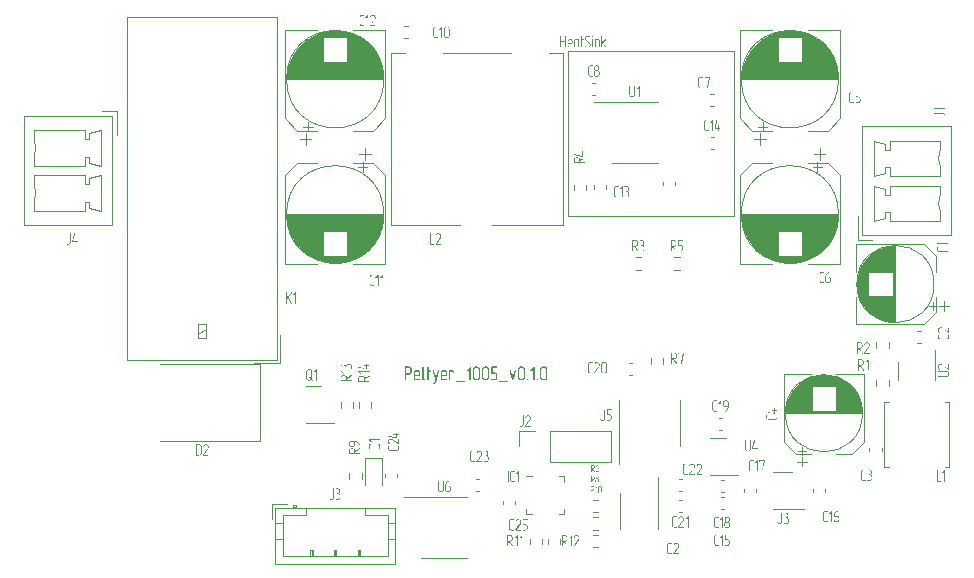
<source format=gbr>
%TF.GenerationSoftware,KiCad,Pcbnew,7.0.1*%
%TF.CreationDate,2024-03-26T16:50:52+03:00*%
%TF.ProjectId,Pelt,50656c74-2e6b-4696-9361-645f70636258,rev?*%
%TF.SameCoordinates,Original*%
%TF.FileFunction,Legend,Top*%
%TF.FilePolarity,Positive*%
%FSLAX46Y46*%
G04 Gerber Fmt 4.6, Leading zero omitted, Abs format (unit mm)*
G04 Created by KiCad (PCBNEW 7.0.1) date 2024-03-26 16:50:52*
%MOMM*%
%LPD*%
G01*
G04 APERTURE LIST*
%ADD10C,0.240000*%
%ADD11C,0.100000*%
%ADD12C,0.150000*%
%ADD13C,0.120000*%
G04 APERTURE END LIST*
D10*
G36*
X138745691Y-69725708D02*
G01*
X138759164Y-69726656D01*
X138772435Y-69728236D01*
X138785505Y-69730448D01*
X138798374Y-69733292D01*
X138811041Y-69736768D01*
X138823507Y-69740876D01*
X138835771Y-69745616D01*
X138847746Y-69750910D01*
X138859346Y-69756680D01*
X138870571Y-69762926D01*
X138881420Y-69769649D01*
X138891893Y-69776848D01*
X138901991Y-69784524D01*
X138911713Y-69792675D01*
X138921060Y-69801303D01*
X138929981Y-69810371D01*
X138938426Y-69819841D01*
X138946394Y-69829715D01*
X138953886Y-69839991D01*
X138960902Y-69850671D01*
X138967442Y-69861753D01*
X138973505Y-69873239D01*
X138979092Y-69885127D01*
X138984176Y-69897254D01*
X138988581Y-69909600D01*
X138992309Y-69922167D01*
X138995359Y-69934953D01*
X138997731Y-69947959D01*
X138999426Y-69961184D01*
X139000442Y-69974630D01*
X139000781Y-69988295D01*
X139000781Y-70155064D01*
X139000442Y-70168931D01*
X138999426Y-70182542D01*
X138997731Y-70195896D01*
X138995359Y-70208993D01*
X138992309Y-70221834D01*
X138988581Y-70234419D01*
X138984176Y-70246747D01*
X138979092Y-70258819D01*
X138973510Y-70270570D01*
X138967460Y-70281936D01*
X138960944Y-70292918D01*
X138953960Y-70303515D01*
X138946509Y-70313728D01*
X138938591Y-70323555D01*
X138930206Y-70332998D01*
X138921353Y-70342057D01*
X138912135Y-70350680D01*
X138902504Y-70358818D01*
X138892461Y-70366470D01*
X138882006Y-70373637D01*
X138871139Y-70380319D01*
X138859859Y-70386515D01*
X138848167Y-70392226D01*
X138836064Y-70397451D01*
X138823731Y-70402053D01*
X138811206Y-70406042D01*
X138798488Y-70409417D01*
X138785579Y-70412179D01*
X138772477Y-70414327D01*
X138759182Y-70415861D01*
X138745695Y-70416781D01*
X138732016Y-70417088D01*
X138506043Y-70417088D01*
X138506043Y-70854674D01*
X138505257Y-70867182D01*
X138502436Y-70879450D01*
X138496810Y-70890669D01*
X138489630Y-70898344D01*
X138479400Y-70904720D01*
X138467177Y-70909009D01*
X138454638Y-70911070D01*
X138444200Y-70911533D01*
X138431543Y-70910581D01*
X138419947Y-70907723D01*
X138408172Y-70902231D01*
X138399944Y-70896293D01*
X138391443Y-70886839D01*
X138385724Y-70875623D01*
X138382976Y-70864174D01*
X138382358Y-70854674D01*
X138382358Y-69841750D01*
X138506043Y-69841750D01*
X138506043Y-70301610D01*
X138732896Y-70301610D01*
X138746035Y-70301063D01*
X138758781Y-70299422D01*
X138771135Y-70296687D01*
X138783097Y-70292859D01*
X138789755Y-70290180D01*
X138800973Y-70284658D01*
X138811546Y-70278351D01*
X138821474Y-70271258D01*
X138830756Y-70263380D01*
X138835771Y-70258526D01*
X138844069Y-70249369D01*
X138851527Y-70239596D01*
X138858142Y-70229206D01*
X138863917Y-70218198D01*
X138866838Y-70211631D01*
X138871178Y-70199708D01*
X138874452Y-70187532D01*
X138876660Y-70175104D01*
X138877802Y-70162424D01*
X138877976Y-70155064D01*
X138877976Y-69989175D01*
X138877415Y-69976364D01*
X138875732Y-69963834D01*
X138872927Y-69951584D01*
X138869000Y-69939615D01*
X138866252Y-69932901D01*
X138860845Y-69921427D01*
X138854623Y-69910598D01*
X138847589Y-69900413D01*
X138839741Y-69890875D01*
X138834891Y-69885713D01*
X138825978Y-69877272D01*
X138816419Y-69869645D01*
X138806214Y-69862831D01*
X138795365Y-69856830D01*
X138788876Y-69853766D01*
X138777181Y-69849084D01*
X138765178Y-69845552D01*
X138752866Y-69843170D01*
X138740246Y-69841937D01*
X138732896Y-69841750D01*
X138506043Y-69841750D01*
X138382358Y-69841750D01*
X138382358Y-69783131D01*
X138383144Y-69770609D01*
X138385965Y-69758290D01*
X138391591Y-69746971D01*
X138398771Y-69739168D01*
X138409119Y-69732509D01*
X138421368Y-69728029D01*
X138433852Y-69725877D01*
X138444200Y-69725392D01*
X138732016Y-69725392D01*
X138745691Y-69725708D01*
G37*
G36*
X139525380Y-70055615D02*
G01*
X139539126Y-70057099D01*
X139552583Y-70059572D01*
X139565751Y-70063034D01*
X139578631Y-70067485D01*
X139582861Y-70069189D01*
X139595311Y-70074825D01*
X139607164Y-70081182D01*
X139618420Y-70088261D01*
X139629077Y-70096061D01*
X139639138Y-70104583D01*
X139642358Y-70107584D01*
X139651529Y-70117015D01*
X139659916Y-70127065D01*
X139667521Y-70137733D01*
X139674342Y-70149019D01*
X139680380Y-70160924D01*
X139682219Y-70165030D01*
X139687099Y-70177545D01*
X139690970Y-70190474D01*
X139693831Y-70203814D01*
X139695683Y-70217566D01*
X139696454Y-70229341D01*
X139696580Y-70236544D01*
X139696580Y-70483034D01*
X139695795Y-70495913D01*
X139692974Y-70508570D01*
X139687348Y-70520183D01*
X139680167Y-70528170D01*
X139669891Y-70534687D01*
X139657529Y-70539071D01*
X139644789Y-70541178D01*
X139634152Y-70541652D01*
X139284494Y-70541652D01*
X139284494Y-70730989D01*
X139285519Y-70743775D01*
X139288597Y-70755755D01*
X139293726Y-70766929D01*
X139300907Y-70777297D01*
X139309956Y-70785889D01*
X139320397Y-70792025D01*
X139332231Y-70795707D01*
X139345457Y-70796935D01*
X139634152Y-70796935D01*
X139646207Y-70798418D01*
X139655840Y-70801624D01*
X139666465Y-70807046D01*
X139676064Y-70814520D01*
X139684197Y-70823240D01*
X139690425Y-70832985D01*
X139694770Y-70844215D01*
X139695994Y-70854674D01*
X139694803Y-70866928D01*
X139690617Y-70879183D01*
X139683417Y-70889814D01*
X139676943Y-70896000D01*
X139667124Y-70902796D01*
X139655378Y-70908120D01*
X139642889Y-70910987D01*
X139634152Y-70911533D01*
X139345457Y-70911533D01*
X139333734Y-70911204D01*
X139319913Y-70909940D01*
X139306360Y-70907728D01*
X139293075Y-70904568D01*
X139280057Y-70900461D01*
X139273649Y-70898051D01*
X139261308Y-70892614D01*
X139249565Y-70886414D01*
X139238420Y-70879452D01*
X139227872Y-70871728D01*
X139217922Y-70863241D01*
X139214738Y-70860242D01*
X139205756Y-70850821D01*
X139197496Y-70840802D01*
X139189957Y-70830186D01*
X139183139Y-70818971D01*
X139177042Y-70807160D01*
X139175170Y-70803090D01*
X139170290Y-70790464D01*
X139166419Y-70777426D01*
X139163558Y-70763976D01*
X139161707Y-70750113D01*
X139160935Y-70738246D01*
X139160809Y-70730989D01*
X139160809Y-70427053D01*
X139284494Y-70427053D01*
X139573189Y-70427053D01*
X139573189Y-70236544D01*
X139572090Y-70223776D01*
X139568792Y-70211851D01*
X139563297Y-70200768D01*
X139555603Y-70190528D01*
X139546352Y-70181809D01*
X139535893Y-70175581D01*
X139524224Y-70171844D01*
X139511346Y-70170598D01*
X139345457Y-70170598D01*
X139332469Y-70171844D01*
X139320764Y-70175581D01*
X139310341Y-70181809D01*
X139301200Y-70190528D01*
X139293891Y-70200768D01*
X139288670Y-70211851D01*
X139285538Y-70223776D01*
X139284494Y-70236544D01*
X139284494Y-70427053D01*
X139160809Y-70427053D01*
X139160809Y-70236544D01*
X139161345Y-70222740D01*
X139162952Y-70209245D01*
X139165631Y-70196059D01*
X139169382Y-70183183D01*
X139174204Y-70170615D01*
X139176050Y-70166495D01*
X139182115Y-70154374D01*
X139188882Y-70142851D01*
X139196349Y-70131925D01*
X139204516Y-70121597D01*
X139213385Y-70111867D01*
X139216496Y-70108756D01*
X139226237Y-70099884D01*
X139236555Y-70091734D01*
X139247450Y-70084305D01*
X139258921Y-70077597D01*
X139270970Y-70071610D01*
X139275115Y-70069775D01*
X139287768Y-70064795D01*
X139300669Y-70060845D01*
X139313816Y-70057925D01*
X139327212Y-70056036D01*
X139340854Y-70055177D01*
X139345457Y-70055120D01*
X139511346Y-70055120D01*
X139525380Y-70055615D01*
G37*
G36*
X140084047Y-70911533D02*
G01*
X140041842Y-70911533D01*
X140028117Y-70911039D01*
X140014639Y-70909555D01*
X140001409Y-70907082D01*
X139988426Y-70903620D01*
X139975690Y-70899169D01*
X139971500Y-70897465D01*
X139959248Y-70891918D01*
X139947553Y-70885608D01*
X139936415Y-70878537D01*
X139925833Y-70870702D01*
X139915807Y-70862105D01*
X139912588Y-70859070D01*
X139903397Y-70849449D01*
X139894948Y-70839273D01*
X139887241Y-70828539D01*
X139880275Y-70817250D01*
X139874052Y-70805403D01*
X139872142Y-70801331D01*
X139867062Y-70788767D01*
X139863033Y-70775914D01*
X139860055Y-70762773D01*
X139858128Y-70749344D01*
X139857253Y-70735626D01*
X139857194Y-70730989D01*
X139857194Y-69783131D01*
X139858513Y-69771334D01*
X139862470Y-69760563D01*
X139869214Y-69750326D01*
X139876538Y-69742392D01*
X139886377Y-69734976D01*
X139895882Y-69730082D01*
X139907570Y-69726423D01*
X139918157Y-69725392D01*
X139929881Y-69726400D01*
X139942369Y-69729942D01*
X139952847Y-69735231D01*
X139961535Y-69741512D01*
X139969998Y-69750159D01*
X139976628Y-69761287D01*
X139980199Y-69773899D01*
X139980879Y-69783131D01*
X139980879Y-70730989D01*
X139981923Y-70743775D01*
X139985055Y-70755755D01*
X139990276Y-70766929D01*
X139997585Y-70777297D01*
X140006726Y-70785889D01*
X140017149Y-70792025D01*
X140028854Y-70795707D01*
X140041842Y-70796935D01*
X140084047Y-70796935D01*
X140096338Y-70797924D01*
X140107714Y-70800891D01*
X140119417Y-70806595D01*
X140127718Y-70812762D01*
X140136502Y-70822357D01*
X140142411Y-70833668D01*
X140145250Y-70845163D01*
X140145889Y-70854674D01*
X140144717Y-70866928D01*
X140140595Y-70879183D01*
X140133506Y-70889814D01*
X140127131Y-70896000D01*
X140117514Y-70902796D01*
X140105776Y-70908120D01*
X140093063Y-70910987D01*
X140084047Y-70911533D01*
G37*
G36*
X140289504Y-70055120D02*
G01*
X140310900Y-70055120D01*
X140310900Y-69783131D01*
X140312656Y-69771401D01*
X140315882Y-69763494D01*
X140322086Y-69753320D01*
X140329071Y-69745030D01*
X140338011Y-69737116D01*
X140348415Y-69730961D01*
X140359846Y-69726785D01*
X140371863Y-69725392D01*
X140384869Y-69726473D01*
X140396629Y-69729715D01*
X140407144Y-69735119D01*
X140416413Y-69742685D01*
X140423978Y-69751697D01*
X140429905Y-69762712D01*
X140433097Y-69774655D01*
X140433705Y-69783131D01*
X140433705Y-70055120D01*
X140536873Y-70055120D01*
X140548890Y-70056512D01*
X140560321Y-70060689D01*
X140570799Y-70066697D01*
X140579958Y-70074171D01*
X140587798Y-70082891D01*
X140593733Y-70092636D01*
X140597762Y-70104084D01*
X140598715Y-70112859D01*
X140597348Y-70125420D01*
X140593244Y-70137053D01*
X140586405Y-70147759D01*
X140581423Y-70153306D01*
X140572154Y-70160871D01*
X140561639Y-70166275D01*
X140549879Y-70169517D01*
X140536873Y-70170598D01*
X140433705Y-70170598D01*
X140433705Y-70854674D01*
X140432739Y-70868000D01*
X140429840Y-70879550D01*
X140423499Y-70891488D01*
X140414138Y-70900650D01*
X140401757Y-70907036D01*
X140389679Y-70910145D01*
X140375667Y-70911478D01*
X140371863Y-70911533D01*
X140358637Y-70910544D01*
X140346803Y-70907577D01*
X140335155Y-70901873D01*
X140327313Y-70895706D01*
X140319379Y-70885943D01*
X140314041Y-70874789D01*
X140311300Y-70862244D01*
X140310900Y-70854674D01*
X140310900Y-70170598D01*
X140289504Y-70170598D01*
X140277487Y-70169279D01*
X140266057Y-70165323D01*
X140255505Y-70159094D01*
X140246127Y-70151547D01*
X140238088Y-70142249D01*
X140232644Y-70133083D01*
X140228615Y-70121635D01*
X140227662Y-70112859D01*
X140229030Y-70100299D01*
X140233133Y-70088665D01*
X140239972Y-70077960D01*
X140244954Y-70072413D01*
X140254223Y-70064847D01*
X140264738Y-70059443D01*
X140276498Y-70056201D01*
X140289504Y-70055120D01*
G37*
G36*
X140969476Y-70862880D02*
G01*
X140966804Y-70849681D01*
X140963843Y-70836461D01*
X140960594Y-70823220D01*
X140957056Y-70809959D01*
X140953230Y-70796677D01*
X140951891Y-70792245D01*
X140947955Y-70778977D01*
X140944060Y-70765771D01*
X140940206Y-70752626D01*
X140936393Y-70739544D01*
X140932622Y-70726523D01*
X140931374Y-70722196D01*
X140863084Y-70480396D01*
X140859497Y-70467964D01*
X140855880Y-70455674D01*
X140852426Y-70444032D01*
X140850774Y-70438484D01*
X140847274Y-70426754D01*
X140843589Y-70414427D01*
X140839718Y-70401503D01*
X140835662Y-70387980D01*
X140832140Y-70376255D01*
X140829965Y-70369021D01*
X140826371Y-70356648D01*
X140822735Y-70344074D01*
X140819055Y-70331300D01*
X140815333Y-70318325D01*
X140811568Y-70305151D01*
X140807759Y-70291776D01*
X140806224Y-70286369D01*
X140802420Y-70272950D01*
X140798702Y-70259802D01*
X140795070Y-70246927D01*
X140791524Y-70234323D01*
X140788063Y-70221991D01*
X140784689Y-70209931D01*
X140783363Y-70205183D01*
X140780243Y-70193618D01*
X140776726Y-70180402D01*
X140773456Y-70167906D01*
X140770434Y-70156132D01*
X140767220Y-70143308D01*
X140766364Y-70139824D01*
X140763543Y-70127129D01*
X140761150Y-70114713D01*
X140759916Y-70103773D01*
X140762189Y-70091760D01*
X140766364Y-70084136D01*
X140774271Y-70075227D01*
X140782484Y-70068602D01*
X140793174Y-70062433D01*
X140803293Y-70058637D01*
X140814796Y-70055893D01*
X140824396Y-70055120D01*
X140837084Y-70056609D01*
X140848258Y-70060548D01*
X140859089Y-70066948D01*
X140860153Y-70067723D01*
X140869604Y-70075961D01*
X140877289Y-70086278D01*
X140882135Y-70097912D01*
X141031905Y-70630459D01*
X141175519Y-70098791D01*
X141180189Y-70086210D01*
X141186505Y-70075761D01*
X141196256Y-70066038D01*
X141208377Y-70059385D01*
X141220288Y-70056186D01*
X141233845Y-70055120D01*
X141245715Y-70056293D01*
X141257109Y-70059521D01*
X141257878Y-70059810D01*
X141268775Y-70064704D01*
X141278978Y-70071628D01*
X141279567Y-70072120D01*
X141288066Y-70080839D01*
X141294221Y-70091170D01*
X141297079Y-70102821D01*
X141295898Y-70114675D01*
X141295687Y-70115497D01*
X141290338Y-70135349D01*
X141284989Y-70155193D01*
X141279640Y-70175027D01*
X141274291Y-70194852D01*
X141268942Y-70214667D01*
X141263593Y-70234474D01*
X141258244Y-70254271D01*
X141252896Y-70274060D01*
X141247547Y-70293839D01*
X141242198Y-70313609D01*
X141236849Y-70333369D01*
X141231500Y-70353121D01*
X141226151Y-70372863D01*
X141220802Y-70392597D01*
X141215453Y-70412321D01*
X141210104Y-70432036D01*
X141204754Y-70451713D01*
X141199402Y-70471397D01*
X141194047Y-70491088D01*
X141188690Y-70510786D01*
X141183331Y-70530490D01*
X141177969Y-70550202D01*
X141172606Y-70569920D01*
X141167240Y-70589646D01*
X141161871Y-70609378D01*
X141156501Y-70629117D01*
X141151128Y-70648863D01*
X141145752Y-70668616D01*
X141140375Y-70688375D01*
X141134995Y-70708142D01*
X141129613Y-70727915D01*
X141124228Y-70747695D01*
X141119793Y-70763742D01*
X141115388Y-70779789D01*
X141111014Y-70795836D01*
X141106670Y-70811882D01*
X141102358Y-70827929D01*
X141098077Y-70843976D01*
X141093826Y-70860023D01*
X141089607Y-70876069D01*
X141085418Y-70892116D01*
X141081261Y-70908163D01*
X141078506Y-70918861D01*
X141074398Y-70934955D01*
X141070208Y-70951033D01*
X141065935Y-70967096D01*
X141061580Y-70983144D01*
X141057143Y-70999176D01*
X141052622Y-71015193D01*
X141048020Y-71031194D01*
X141043335Y-71047180D01*
X141038568Y-71063150D01*
X141033718Y-71079105D01*
X141030439Y-71089733D01*
X141026620Y-71101102D01*
X141022306Y-71112017D01*
X141015785Y-71125866D01*
X141008384Y-71138908D01*
X141000104Y-71151145D01*
X140990945Y-71162575D01*
X140980907Y-71173200D01*
X140969989Y-71183018D01*
X140964200Y-71187625D01*
X140952179Y-71196143D01*
X140939562Y-71203526D01*
X140926350Y-71209772D01*
X140912543Y-71214883D01*
X140898140Y-71218858D01*
X140883142Y-71221697D01*
X140867549Y-71223401D01*
X140855463Y-71223933D01*
X140851360Y-71223969D01*
X140822637Y-71223969D01*
X140810932Y-71222943D01*
X140798508Y-71219337D01*
X140786872Y-71213134D01*
X140779553Y-71207556D01*
X140771346Y-71198836D01*
X140764917Y-71187801D01*
X140761454Y-71175467D01*
X140760795Y-71166523D01*
X140761626Y-71154792D01*
X140764752Y-71142892D01*
X140767829Y-71136628D01*
X140775390Y-71127071D01*
X140784882Y-71119832D01*
X140786294Y-71119042D01*
X140797057Y-71114330D01*
X140808830Y-71110964D01*
X140812379Y-71110249D01*
X140824145Y-71108586D01*
X140836103Y-71107407D01*
X140841688Y-71107025D01*
X140853381Y-71106088D01*
X140865233Y-71104604D01*
X140866601Y-71104387D01*
X140878389Y-71101626D01*
X140886531Y-71097939D01*
X140896043Y-71090679D01*
X140901479Y-71084164D01*
X140907439Y-71073396D01*
X140911479Y-71061920D01*
X140911737Y-71061010D01*
X140969476Y-70862880D01*
G37*
G36*
X141805632Y-70055615D02*
G01*
X141819377Y-70057099D01*
X141832834Y-70059572D01*
X141846003Y-70063034D01*
X141858883Y-70067485D01*
X141863112Y-70069189D01*
X141875563Y-70074825D01*
X141887416Y-70081182D01*
X141898671Y-70088261D01*
X141909329Y-70096061D01*
X141919389Y-70104583D01*
X141922609Y-70107584D01*
X141931780Y-70117015D01*
X141940167Y-70127065D01*
X141947772Y-70137733D01*
X141954593Y-70149019D01*
X141960631Y-70160924D01*
X141962470Y-70165030D01*
X141967351Y-70177545D01*
X141971221Y-70190474D01*
X141974082Y-70203814D01*
X141975934Y-70217566D01*
X141976705Y-70229341D01*
X141976831Y-70236544D01*
X141976831Y-70483034D01*
X141976046Y-70495913D01*
X141973225Y-70508570D01*
X141967599Y-70520183D01*
X141960418Y-70528170D01*
X141950143Y-70534687D01*
X141937780Y-70539071D01*
X141925040Y-70541178D01*
X141914403Y-70541652D01*
X141564745Y-70541652D01*
X141564745Y-70730989D01*
X141565771Y-70743775D01*
X141568848Y-70755755D01*
X141573977Y-70766929D01*
X141581158Y-70777297D01*
X141590207Y-70785889D01*
X141600648Y-70792025D01*
X141612482Y-70795707D01*
X141625708Y-70796935D01*
X141914403Y-70796935D01*
X141926459Y-70798418D01*
X141936092Y-70801624D01*
X141946716Y-70807046D01*
X141956315Y-70814520D01*
X141964448Y-70823240D01*
X141970676Y-70832985D01*
X141975022Y-70844215D01*
X141976245Y-70854674D01*
X141975054Y-70866928D01*
X141970868Y-70879183D01*
X141963669Y-70889814D01*
X141957194Y-70896000D01*
X141947376Y-70902796D01*
X141935629Y-70908120D01*
X141923141Y-70910987D01*
X141914403Y-70911533D01*
X141625708Y-70911533D01*
X141613986Y-70911204D01*
X141600164Y-70909940D01*
X141586611Y-70907728D01*
X141573326Y-70904568D01*
X141560309Y-70900461D01*
X141553900Y-70898051D01*
X141541560Y-70892614D01*
X141529817Y-70886414D01*
X141518671Y-70879452D01*
X141508123Y-70871728D01*
X141498173Y-70863241D01*
X141494989Y-70860242D01*
X141486007Y-70850821D01*
X141477747Y-70840802D01*
X141470208Y-70830186D01*
X141463390Y-70818971D01*
X141457294Y-70807160D01*
X141455422Y-70803090D01*
X141450541Y-70790464D01*
X141446670Y-70777426D01*
X141443809Y-70763976D01*
X141441958Y-70750113D01*
X141441186Y-70738246D01*
X141441060Y-70730989D01*
X141441060Y-70427053D01*
X141564745Y-70427053D01*
X141853440Y-70427053D01*
X141853440Y-70236544D01*
X141852341Y-70223776D01*
X141849043Y-70211851D01*
X141843548Y-70200768D01*
X141835854Y-70190528D01*
X141826604Y-70181809D01*
X141816144Y-70175581D01*
X141804475Y-70171844D01*
X141791598Y-70170598D01*
X141625708Y-70170598D01*
X141612720Y-70171844D01*
X141601015Y-70175581D01*
X141590592Y-70181809D01*
X141581451Y-70190528D01*
X141574142Y-70200768D01*
X141568921Y-70211851D01*
X141565789Y-70223776D01*
X141564745Y-70236544D01*
X141564745Y-70427053D01*
X141441060Y-70427053D01*
X141441060Y-70236544D01*
X141441596Y-70222740D01*
X141443203Y-70209245D01*
X141445882Y-70196059D01*
X141449633Y-70183183D01*
X141454455Y-70170615D01*
X141456301Y-70166495D01*
X141462367Y-70154374D01*
X141469133Y-70142851D01*
X141476600Y-70131925D01*
X141484767Y-70121597D01*
X141493636Y-70111867D01*
X141496748Y-70108756D01*
X141506488Y-70099884D01*
X141516806Y-70091734D01*
X141527701Y-70084305D01*
X141539173Y-70077597D01*
X141551221Y-70071610D01*
X141555366Y-70069775D01*
X141568019Y-70064795D01*
X141580920Y-70060845D01*
X141594068Y-70057925D01*
X141607463Y-70056036D01*
X141621105Y-70055177D01*
X141625708Y-70055120D01*
X141791598Y-70055120D01*
X141805632Y-70055615D01*
G37*
G36*
X142590858Y-70200200D02*
G01*
X142589612Y-70212309D01*
X142585233Y-70224398D01*
X142577701Y-70234864D01*
X142570928Y-70240940D01*
X142560853Y-70247608D01*
X142548905Y-70252832D01*
X142536308Y-70255645D01*
X142527550Y-70256181D01*
X142514557Y-70255138D01*
X142502513Y-70251531D01*
X142492173Y-70244589D01*
X142490621Y-70242992D01*
X142482768Y-70233613D01*
X142475332Y-70223610D01*
X142468932Y-70213976D01*
X142462389Y-70204158D01*
X142455216Y-70194856D01*
X142447414Y-70186069D01*
X142445778Y-70184374D01*
X142436246Y-70177109D01*
X142424139Y-70172535D01*
X142411040Y-70170719D01*
X142406210Y-70170598D01*
X142261130Y-70170598D01*
X142261130Y-70854674D01*
X142260013Y-70867515D01*
X142256660Y-70878780D01*
X142250218Y-70889571D01*
X142243251Y-70896586D01*
X142232664Y-70903811D01*
X142220686Y-70908672D01*
X142208870Y-70911008D01*
X142199288Y-70911533D01*
X142186996Y-70910581D01*
X142175621Y-70907723D01*
X142163918Y-70902231D01*
X142155617Y-70896293D01*
X142146833Y-70886839D01*
X142140924Y-70875623D01*
X142138084Y-70864174D01*
X142137445Y-70854674D01*
X142137445Y-70112859D01*
X142138231Y-70100337D01*
X142141052Y-70088018D01*
X142146678Y-70076699D01*
X142153859Y-70068896D01*
X142164206Y-70062237D01*
X142176455Y-70057757D01*
X142188939Y-70055605D01*
X142199288Y-70055120D01*
X142406210Y-70055120D01*
X142418730Y-70055639D01*
X142431671Y-70057196D01*
X142445033Y-70059791D01*
X142456821Y-70062840D01*
X142466880Y-70065965D01*
X142478905Y-70070241D01*
X142490579Y-70075156D01*
X142501903Y-70080710D01*
X142512877Y-70086902D01*
X142523501Y-70093734D01*
X142526964Y-70096153D01*
X142536966Y-70103654D01*
X142546308Y-70111650D01*
X142554991Y-70120141D01*
X142563014Y-70129126D01*
X142570378Y-70138605D01*
X142572686Y-70141875D01*
X142578862Y-70151963D01*
X142584452Y-70164227D01*
X142588302Y-70177023D01*
X142590414Y-70190353D01*
X142590858Y-70200200D01*
G37*
G36*
X142751765Y-71059251D02*
G01*
X142751765Y-70943773D01*
X143451667Y-70943773D01*
X143451667Y-71059251D01*
X142751765Y-71059251D01*
G37*
G36*
X143985094Y-69782252D02*
G01*
X143985094Y-70854674D01*
X143984050Y-70866928D01*
X143980379Y-70879183D01*
X143974065Y-70889814D01*
X143968387Y-70896000D01*
X143958297Y-70903509D01*
X143946492Y-70908560D01*
X143934557Y-70910987D01*
X143924717Y-70911533D01*
X143913012Y-70910776D01*
X143900803Y-70908056D01*
X143889840Y-70903357D01*
X143880122Y-70896680D01*
X143878995Y-70895706D01*
X143870494Y-70886013D01*
X143864775Y-70875068D01*
X143861838Y-70862870D01*
X143861409Y-70855553D01*
X143861409Y-69928212D01*
X143719553Y-70070068D01*
X143710394Y-70077633D01*
X143698864Y-70083561D01*
X143686035Y-70086752D01*
X143676762Y-70087360D01*
X143663774Y-70086261D01*
X143652069Y-70082964D01*
X143641646Y-70077468D01*
X143632505Y-70069775D01*
X143625086Y-70060561D01*
X143618973Y-70049538D01*
X143615225Y-70037820D01*
X143614040Y-70029621D01*
X143614517Y-70017643D01*
X143619243Y-70006437D01*
X143620195Y-70005002D01*
X143627156Y-69995183D01*
X143632212Y-69989175D01*
X143879581Y-69741806D01*
X143889601Y-69733871D01*
X143901199Y-69728534D01*
X143912831Y-69725969D01*
X143922372Y-69725392D01*
X143935048Y-69726455D01*
X143946699Y-69729642D01*
X143957323Y-69734954D01*
X143966922Y-69742392D01*
X143974872Y-69751258D01*
X143981101Y-69762108D01*
X143984455Y-69773885D01*
X143985094Y-69782252D01*
G37*
G36*
X144510630Y-69725722D02*
G01*
X144524474Y-69726711D01*
X144538070Y-69728360D01*
X144551420Y-69730668D01*
X144564522Y-69733636D01*
X144577377Y-69737263D01*
X144589984Y-69741549D01*
X144602344Y-69746495D01*
X144614448Y-69752000D01*
X144626140Y-69757962D01*
X144637419Y-69764383D01*
X144648286Y-69771261D01*
X144658741Y-69778598D01*
X144668784Y-69786392D01*
X144678415Y-69794644D01*
X144687634Y-69803355D01*
X144696472Y-69812491D01*
X144704816Y-69822021D01*
X144712666Y-69831945D01*
X144720020Y-69842263D01*
X144726881Y-69852974D01*
X144733246Y-69864080D01*
X144739117Y-69875579D01*
X144744494Y-69887472D01*
X144749371Y-69899576D01*
X144753598Y-69911853D01*
X144757174Y-69924305D01*
X144760101Y-69936931D01*
X144762377Y-69949731D01*
X144764002Y-69962705D01*
X144764978Y-69975853D01*
X144765303Y-69989175D01*
X144765303Y-70648630D01*
X144764978Y-70662154D01*
X144764002Y-70675467D01*
X144762377Y-70688569D01*
X144760101Y-70701460D01*
X144757174Y-70714141D01*
X144753598Y-70726611D01*
X144749371Y-70738870D01*
X144744494Y-70750919D01*
X144739117Y-70762680D01*
X144733246Y-70774073D01*
X144726881Y-70785101D01*
X144720020Y-70795762D01*
X144712666Y-70806057D01*
X144704816Y-70815986D01*
X144696472Y-70825548D01*
X144687634Y-70834743D01*
X144678415Y-70843445D01*
X144668784Y-70851669D01*
X144658741Y-70859418D01*
X144648286Y-70866690D01*
X144637419Y-70873486D01*
X144626140Y-70879806D01*
X144614448Y-70885650D01*
X144602344Y-70891017D01*
X144589984Y-70895825D01*
X144577377Y-70899993D01*
X144564522Y-70903519D01*
X144551420Y-70906404D01*
X144538070Y-70908648D01*
X144524474Y-70910251D01*
X144510630Y-70911213D01*
X144496538Y-70911533D01*
X144414766Y-70911533D01*
X144400885Y-70911199D01*
X144387233Y-70910196D01*
X144373811Y-70908525D01*
X144360617Y-70906184D01*
X144347652Y-70903176D01*
X144334917Y-70899498D01*
X144322410Y-70895152D01*
X144310132Y-70890138D01*
X144298161Y-70884564D01*
X144286575Y-70878542D01*
X144275373Y-70872071D01*
X144264556Y-70865152D01*
X144254124Y-70857783D01*
X144244077Y-70849966D01*
X144234414Y-70841700D01*
X144225136Y-70832985D01*
X144216357Y-70823789D01*
X144208045Y-70814227D01*
X144200200Y-70804299D01*
X144192822Y-70794004D01*
X144185912Y-70783342D01*
X144179468Y-70772315D01*
X144173492Y-70760921D01*
X144167983Y-70749161D01*
X144163037Y-70737139D01*
X144158750Y-70724962D01*
X144155123Y-70712630D01*
X144152156Y-70700141D01*
X144149848Y-70687497D01*
X144148199Y-70674697D01*
X144147210Y-70661742D01*
X144146880Y-70648630D01*
X144270565Y-70648630D01*
X144271140Y-70662154D01*
X144272865Y-70675286D01*
X144275740Y-70688024D01*
X144279765Y-70700370D01*
X144282581Y-70707249D01*
X144288203Y-70718823D01*
X144294555Y-70729696D01*
X144301635Y-70739869D01*
X144309445Y-70749339D01*
X144314235Y-70754436D01*
X144323235Y-70762635D01*
X144332796Y-70770048D01*
X144342918Y-70776676D01*
X144353601Y-70782518D01*
X144359958Y-70785504D01*
X144371496Y-70789958D01*
X144383287Y-70793318D01*
X144395330Y-70795584D01*
X144407626Y-70796756D01*
X144414766Y-70796935D01*
X144496538Y-70796935D01*
X144509335Y-70796416D01*
X144521823Y-70794859D01*
X144534003Y-70792264D01*
X144545874Y-70788632D01*
X144552519Y-70786090D01*
X144563737Y-70780811D01*
X144574309Y-70774718D01*
X144584237Y-70767812D01*
X144593519Y-70760092D01*
X144598534Y-70755316D01*
X144606847Y-70746246D01*
X144614346Y-70736474D01*
X144621032Y-70726002D01*
X144626904Y-70714828D01*
X144629895Y-70708128D01*
X144634463Y-70695964D01*
X144637909Y-70683324D01*
X144640233Y-70670207D01*
X144641435Y-70656613D01*
X144641618Y-70648630D01*
X144641618Y-69989175D01*
X144641196Y-69977359D01*
X144639635Y-69963992D01*
X144636924Y-69951073D01*
X144633064Y-69938603D01*
X144629602Y-69929970D01*
X144623966Y-69918410D01*
X144617572Y-69907578D01*
X144610422Y-69897477D01*
X144602514Y-69888104D01*
X144597655Y-69883076D01*
X144588741Y-69874777D01*
X144579182Y-69867320D01*
X144568978Y-69860704D01*
X144558129Y-69854930D01*
X144551639Y-69852008D01*
X144539987Y-69847668D01*
X144528110Y-69844394D01*
X144516008Y-69842186D01*
X144503682Y-69841044D01*
X144496538Y-69840870D01*
X144414766Y-69840870D01*
X144401983Y-69841403D01*
X144389537Y-69843002D01*
X144377427Y-69845667D01*
X144365655Y-69849398D01*
X144359078Y-69852008D01*
X144348075Y-69857301D01*
X144337632Y-69863436D01*
X144327751Y-69870413D01*
X144318430Y-69878230D01*
X144313356Y-69883076D01*
X144305144Y-69892031D01*
X144297688Y-69901717D01*
X144290990Y-69912131D01*
X144285050Y-69923275D01*
X144281995Y-69929970D01*
X144277541Y-69942120D01*
X144274181Y-69954718D01*
X144271915Y-69967765D01*
X144270743Y-69981261D01*
X144270565Y-69989175D01*
X144270565Y-70648630D01*
X144146880Y-70648630D01*
X144146880Y-69989175D01*
X144147201Y-69975857D01*
X144148162Y-69962723D01*
X144149765Y-69949772D01*
X144152009Y-69937004D01*
X144154894Y-69924420D01*
X144158421Y-69912018D01*
X144162588Y-69899800D01*
X144167397Y-69887765D01*
X144172837Y-69876005D01*
X144178754Y-69864611D01*
X144185147Y-69853583D01*
X144192016Y-69842922D01*
X144199362Y-69832627D01*
X144207184Y-69822699D01*
X144215482Y-69813137D01*
X144224256Y-69803941D01*
X144233539Y-69795093D01*
X144243216Y-69786722D01*
X144253286Y-69778827D01*
X144263750Y-69771408D01*
X144274608Y-69764465D01*
X144285860Y-69757999D01*
X144297506Y-69752009D01*
X144309546Y-69746495D01*
X144321961Y-69741549D01*
X144334587Y-69737263D01*
X144347423Y-69733636D01*
X144360471Y-69730668D01*
X144373728Y-69728360D01*
X144387197Y-69726711D01*
X144400876Y-69725722D01*
X144414766Y-69725392D01*
X144496538Y-69725392D01*
X144510630Y-69725722D01*
G37*
G36*
X145289080Y-69725722D02*
G01*
X145302924Y-69726711D01*
X145316521Y-69728360D01*
X145329870Y-69730668D01*
X145342973Y-69733636D01*
X145355827Y-69737263D01*
X145368435Y-69741549D01*
X145380795Y-69746495D01*
X145392899Y-69752000D01*
X145404590Y-69757962D01*
X145415870Y-69764383D01*
X145426737Y-69771261D01*
X145437192Y-69778598D01*
X145447235Y-69786392D01*
X145456866Y-69794644D01*
X145466085Y-69803355D01*
X145474923Y-69812491D01*
X145483267Y-69822021D01*
X145491116Y-69831945D01*
X145498471Y-69842263D01*
X145505331Y-69852974D01*
X145511697Y-69864080D01*
X145517568Y-69875579D01*
X145522944Y-69887472D01*
X145527822Y-69899576D01*
X145532049Y-69911853D01*
X145535625Y-69924305D01*
X145538551Y-69936931D01*
X145540828Y-69949731D01*
X145542453Y-69962705D01*
X145543429Y-69975853D01*
X145543754Y-69989175D01*
X145543754Y-70648630D01*
X145543429Y-70662154D01*
X145542453Y-70675467D01*
X145540828Y-70688569D01*
X145538551Y-70701460D01*
X145535625Y-70714141D01*
X145532049Y-70726611D01*
X145527822Y-70738870D01*
X145522944Y-70750919D01*
X145517568Y-70762680D01*
X145511697Y-70774073D01*
X145505331Y-70785101D01*
X145498471Y-70795762D01*
X145491116Y-70806057D01*
X145483267Y-70815986D01*
X145474923Y-70825548D01*
X145466085Y-70834743D01*
X145456866Y-70843445D01*
X145447235Y-70851669D01*
X145437192Y-70859418D01*
X145426737Y-70866690D01*
X145415870Y-70873486D01*
X145404590Y-70879806D01*
X145392899Y-70885650D01*
X145380795Y-70891017D01*
X145368435Y-70895825D01*
X145355827Y-70899993D01*
X145342973Y-70903519D01*
X145329870Y-70906404D01*
X145316521Y-70908648D01*
X145302924Y-70910251D01*
X145289080Y-70911213D01*
X145274989Y-70911533D01*
X145193217Y-70911533D01*
X145179336Y-70911199D01*
X145165684Y-70910196D01*
X145152262Y-70908525D01*
X145139068Y-70906184D01*
X145126103Y-70903176D01*
X145113367Y-70899498D01*
X145100861Y-70895152D01*
X145088583Y-70890138D01*
X145076612Y-70884564D01*
X145065026Y-70878542D01*
X145053824Y-70872071D01*
X145043007Y-70865152D01*
X145032575Y-70857783D01*
X145022527Y-70849966D01*
X145012865Y-70841700D01*
X145003586Y-70832985D01*
X144994807Y-70823789D01*
X144986495Y-70814227D01*
X144978651Y-70804299D01*
X144971273Y-70794004D01*
X144964363Y-70783342D01*
X144957919Y-70772315D01*
X144951943Y-70760921D01*
X144946434Y-70749161D01*
X144941488Y-70737139D01*
X144937201Y-70724962D01*
X144933574Y-70712630D01*
X144930607Y-70700141D01*
X144928299Y-70687497D01*
X144926650Y-70674697D01*
X144925661Y-70661742D01*
X144925331Y-70648630D01*
X145049016Y-70648630D01*
X145049591Y-70662154D01*
X145051316Y-70675286D01*
X145054191Y-70688024D01*
X145058216Y-70700370D01*
X145061032Y-70707249D01*
X145066654Y-70718823D01*
X145073006Y-70729696D01*
X145080086Y-70739869D01*
X145087896Y-70749339D01*
X145092686Y-70754436D01*
X145101686Y-70762635D01*
X145111247Y-70770048D01*
X145121369Y-70776676D01*
X145132052Y-70782518D01*
X145138408Y-70785504D01*
X145149947Y-70789958D01*
X145161738Y-70793318D01*
X145173781Y-70795584D01*
X145186077Y-70796756D01*
X145193217Y-70796935D01*
X145274989Y-70796935D01*
X145287786Y-70796416D01*
X145300274Y-70794859D01*
X145312454Y-70792264D01*
X145324325Y-70788632D01*
X145330969Y-70786090D01*
X145342187Y-70780811D01*
X145352760Y-70774718D01*
X145362688Y-70767812D01*
X145371970Y-70760092D01*
X145376985Y-70755316D01*
X145385298Y-70746246D01*
X145392797Y-70736474D01*
X145399483Y-70726002D01*
X145405355Y-70714828D01*
X145408346Y-70708128D01*
X145412914Y-70695964D01*
X145416360Y-70683324D01*
X145418684Y-70670207D01*
X145419886Y-70656613D01*
X145420069Y-70648630D01*
X145420069Y-69989175D01*
X145419647Y-69977359D01*
X145418086Y-69963992D01*
X145415375Y-69951073D01*
X145411514Y-69938603D01*
X145408053Y-69929970D01*
X145402417Y-69918410D01*
X145396023Y-69907578D01*
X145388873Y-69897477D01*
X145380964Y-69888104D01*
X145376106Y-69883076D01*
X145367192Y-69874777D01*
X145357633Y-69867320D01*
X145347429Y-69860704D01*
X145336579Y-69854930D01*
X145330090Y-69852008D01*
X145318438Y-69847668D01*
X145306560Y-69844394D01*
X145294459Y-69842186D01*
X145282133Y-69841044D01*
X145274989Y-69840870D01*
X145193217Y-69840870D01*
X145180434Y-69841403D01*
X145167988Y-69843002D01*
X145155878Y-69845667D01*
X145144105Y-69849398D01*
X145137529Y-69852008D01*
X145126526Y-69857301D01*
X145116083Y-69863436D01*
X145106202Y-69870413D01*
X145096881Y-69878230D01*
X145091807Y-69883076D01*
X145083594Y-69892031D01*
X145076139Y-69901717D01*
X145069441Y-69912131D01*
X145063501Y-69923275D01*
X145060446Y-69929970D01*
X145055992Y-69942120D01*
X145052632Y-69954718D01*
X145050366Y-69967765D01*
X145049194Y-69981261D01*
X145049016Y-69989175D01*
X145049016Y-70648630D01*
X144925331Y-70648630D01*
X144925331Y-69989175D01*
X144925652Y-69975857D01*
X144926613Y-69962723D01*
X144928216Y-69949772D01*
X144930460Y-69937004D01*
X144933345Y-69924420D01*
X144936871Y-69912018D01*
X144941039Y-69899800D01*
X144945847Y-69887765D01*
X144951288Y-69876005D01*
X144957205Y-69864611D01*
X144963598Y-69853583D01*
X144970467Y-69842922D01*
X144977813Y-69832627D01*
X144985635Y-69822699D01*
X144993933Y-69813137D01*
X145002707Y-69803941D01*
X145011990Y-69795093D01*
X145021666Y-69786722D01*
X145031737Y-69778827D01*
X145042201Y-69771408D01*
X145053059Y-69764465D01*
X145064311Y-69757999D01*
X145075957Y-69752009D01*
X145087997Y-69746495D01*
X145100412Y-69741549D01*
X145113038Y-69737263D01*
X145125874Y-69733636D01*
X145138921Y-69730668D01*
X145152179Y-69728360D01*
X145165648Y-69726711D01*
X145179327Y-69725722D01*
X145193217Y-69725392D01*
X145274989Y-69725392D01*
X145289080Y-69725722D01*
G37*
G36*
X146239553Y-70483913D02*
G01*
X146239553Y-70648630D01*
X146239232Y-70661948D01*
X146238271Y-70675082D01*
X146236668Y-70688033D01*
X146234424Y-70700801D01*
X146231539Y-70713385D01*
X146228012Y-70725787D01*
X146223845Y-70738005D01*
X146219036Y-70750040D01*
X146213665Y-70761800D01*
X146207807Y-70773194D01*
X146201465Y-70784222D01*
X146194637Y-70794883D01*
X146187323Y-70805178D01*
X146179524Y-70815106D01*
X146171240Y-70824668D01*
X146162470Y-70833864D01*
X146153320Y-70842574D01*
X146143749Y-70850827D01*
X146133756Y-70858621D01*
X146123342Y-70865958D01*
X146112507Y-70872836D01*
X146101250Y-70879257D01*
X146089573Y-70885219D01*
X146077473Y-70890724D01*
X146065127Y-70895601D01*
X146052561Y-70899828D01*
X146039774Y-70903405D01*
X146026769Y-70906331D01*
X146013543Y-70908607D01*
X146000097Y-70910233D01*
X145986432Y-70911208D01*
X145972547Y-70911533D01*
X145765624Y-70911533D01*
X145753633Y-70910776D01*
X145741337Y-70908056D01*
X145730543Y-70903357D01*
X145720195Y-70895706D01*
X145712261Y-70885943D01*
X145706923Y-70874789D01*
X145704182Y-70862244D01*
X145703782Y-70854674D01*
X145705219Y-70842515D01*
X145709531Y-70831098D01*
X145716718Y-70820423D01*
X145721953Y-70814813D01*
X145731497Y-70806991D01*
X145741957Y-70801404D01*
X145753333Y-70798052D01*
X145765624Y-70796935D01*
X145972547Y-70796935D01*
X145985329Y-70796416D01*
X145997775Y-70794859D01*
X146009885Y-70792264D01*
X146021658Y-70788632D01*
X146028234Y-70786090D01*
X146039324Y-70780811D01*
X146049768Y-70774718D01*
X146059568Y-70767812D01*
X146068722Y-70760092D01*
X146073663Y-70755316D01*
X146081747Y-70746246D01*
X146089074Y-70736474D01*
X146095644Y-70726002D01*
X146101456Y-70714828D01*
X146104438Y-70708128D01*
X146109006Y-70695964D01*
X146112452Y-70683324D01*
X146114776Y-70670207D01*
X146115978Y-70656613D01*
X146116161Y-70648630D01*
X146116161Y-70483913D01*
X146115749Y-70471998D01*
X146114227Y-70458540D01*
X146111582Y-70445559D01*
X146107815Y-70433055D01*
X146104438Y-70424415D01*
X146099058Y-70412869D01*
X146092921Y-70402080D01*
X146086027Y-70392048D01*
X146078376Y-70382774D01*
X146073663Y-70377814D01*
X146064878Y-70369744D01*
X146055447Y-70362459D01*
X146045371Y-70355959D01*
X146034650Y-70350245D01*
X146028234Y-70347332D01*
X146016653Y-70342993D01*
X146004736Y-70339719D01*
X145992483Y-70337511D01*
X145979892Y-70336369D01*
X145972547Y-70336195D01*
X145765624Y-70336195D01*
X145751130Y-70335293D01*
X145738568Y-70332586D01*
X145725584Y-70326666D01*
X145715619Y-70317926D01*
X145708674Y-70306367D01*
X145705292Y-70295090D01*
X145703842Y-70282008D01*
X145703782Y-70278456D01*
X145703782Y-69783131D01*
X145704748Y-69769599D01*
X145707647Y-69757871D01*
X145713988Y-69745748D01*
X145723349Y-69736444D01*
X145735730Y-69729960D01*
X145747808Y-69726802D01*
X145761819Y-69725449D01*
X145765624Y-69725392D01*
X146177711Y-69725392D01*
X146189947Y-69726785D01*
X146201451Y-69730961D01*
X146211929Y-69736969D01*
X146221088Y-69744443D01*
X146229272Y-69753742D01*
X146234570Y-69762908D01*
X146238599Y-69774356D01*
X146239553Y-69783131D01*
X146238185Y-69795692D01*
X146234081Y-69807325D01*
X146227242Y-69818031D01*
X146222260Y-69823578D01*
X146212991Y-69831143D01*
X146202477Y-69836547D01*
X146190717Y-69839790D01*
X146177711Y-69840870D01*
X145827466Y-69840870D01*
X145827466Y-70221010D01*
X145972547Y-70221010D01*
X145986432Y-70221340D01*
X146000097Y-70222329D01*
X146013543Y-70223978D01*
X146026769Y-70226286D01*
X146039774Y-70229253D01*
X146052561Y-70232880D01*
X146065127Y-70237167D01*
X146077473Y-70242113D01*
X146089573Y-70247553D01*
X146101250Y-70253470D01*
X146112507Y-70259863D01*
X146123342Y-70266732D01*
X146133756Y-70274078D01*
X146143749Y-70281900D01*
X146153320Y-70290198D01*
X146162470Y-70298972D01*
X146171240Y-70308099D01*
X146179524Y-70317602D01*
X146187323Y-70327480D01*
X146194637Y-70337734D01*
X146201465Y-70348363D01*
X146207807Y-70359367D01*
X146213665Y-70370748D01*
X146219036Y-70382503D01*
X146223845Y-70394538D01*
X146228012Y-70406757D01*
X146231539Y-70419158D01*
X146234424Y-70431743D01*
X146236668Y-70444510D01*
X146238271Y-70457461D01*
X146239232Y-70470596D01*
X146239553Y-70483913D01*
G37*
G36*
X146400167Y-71059251D02*
G01*
X146400167Y-70943773D01*
X147100069Y-70943773D01*
X147100069Y-71059251D01*
X146400167Y-71059251D01*
G37*
G36*
X147691821Y-70499447D02*
G01*
X147588066Y-70864639D01*
X147583567Y-70876682D01*
X147577614Y-70886848D01*
X147569886Y-70896271D01*
X147569016Y-70897172D01*
X147559021Y-70904745D01*
X147547970Y-70909163D01*
X147534971Y-70911309D01*
X147528569Y-70911533D01*
X147516149Y-70910636D01*
X147504016Y-70907480D01*
X147492819Y-70901309D01*
X147488122Y-70897172D01*
X147480371Y-70887824D01*
X147474338Y-70877732D01*
X147469684Y-70865771D01*
X147469364Y-70864639D01*
X147365317Y-70499447D01*
X147361643Y-70486498D01*
X147357984Y-70473591D01*
X147354341Y-70460724D01*
X147350713Y-70447899D01*
X147347100Y-70435116D01*
X147343503Y-70422373D01*
X147339922Y-70409672D01*
X147336356Y-70397011D01*
X147332805Y-70384392D01*
X147329270Y-70371815D01*
X147326922Y-70363452D01*
X147323491Y-70351041D01*
X147320121Y-70338867D01*
X147316814Y-70326930D01*
X147313568Y-70315230D01*
X147310384Y-70303767D01*
X147306235Y-70288851D01*
X147302196Y-70274357D01*
X147298267Y-70260284D01*
X147294447Y-70246632D01*
X147293510Y-70243285D01*
X147289933Y-70230155D01*
X147286530Y-70217584D01*
X147283302Y-70205572D01*
X147280247Y-70194119D01*
X147276674Y-70180588D01*
X147273372Y-70167930D01*
X147270343Y-70156144D01*
X147269769Y-70153892D01*
X147266681Y-70141404D01*
X147263886Y-70129438D01*
X147261402Y-70117211D01*
X147260683Y-70111101D01*
X147261782Y-70098992D01*
X147265646Y-70086903D01*
X147272293Y-70076437D01*
X147278269Y-70070361D01*
X147289067Y-70062994D01*
X147299912Y-70058469D01*
X147311929Y-70055850D01*
X147323405Y-70055120D01*
X147335803Y-70056140D01*
X147348111Y-70059667D01*
X147358873Y-70065712D01*
X147361800Y-70068016D01*
X147370324Y-70076437D01*
X147377386Y-70086956D01*
X147382023Y-70098791D01*
X147528569Y-70622252D01*
X147675408Y-70098791D01*
X147680045Y-70086956D01*
X147687107Y-70076437D01*
X147695631Y-70068016D01*
X147705929Y-70061216D01*
X147717773Y-70056934D01*
X147729754Y-70055234D01*
X147734026Y-70055120D01*
X147746922Y-70056073D01*
X147758646Y-70058930D01*
X147770433Y-70064422D01*
X147778576Y-70070361D01*
X147787218Y-70079745D01*
X147793032Y-70090753D01*
X147796018Y-70103383D01*
X147796454Y-70111101D01*
X147794458Y-70123860D01*
X147791761Y-70135932D01*
X147788992Y-70147390D01*
X147787369Y-70153892D01*
X147784471Y-70165503D01*
X147781272Y-70177986D01*
X147777773Y-70191343D01*
X147773973Y-70205572D01*
X147770717Y-70217584D01*
X147767269Y-70230155D01*
X147763628Y-70243285D01*
X147759836Y-70256831D01*
X147755935Y-70270799D01*
X147751923Y-70285188D01*
X147747801Y-70299998D01*
X147744638Y-70311382D01*
X147741413Y-70323003D01*
X147738126Y-70334862D01*
X147734777Y-70346957D01*
X147731366Y-70359289D01*
X147730216Y-70363452D01*
X147726741Y-70376003D01*
X147723240Y-70388594D01*
X147719713Y-70401227D01*
X147716161Y-70413901D01*
X147712583Y-70426616D01*
X147708979Y-70439372D01*
X147705350Y-70452170D01*
X147701694Y-70465009D01*
X147698013Y-70477889D01*
X147694306Y-70490810D01*
X147691821Y-70499447D01*
G37*
G36*
X148320818Y-69725722D02*
G01*
X148334662Y-69726711D01*
X148348259Y-69728360D01*
X148361608Y-69730668D01*
X148374710Y-69733636D01*
X148387565Y-69737263D01*
X148400172Y-69741549D01*
X148412533Y-69746495D01*
X148424636Y-69752000D01*
X148436328Y-69757962D01*
X148447607Y-69764383D01*
X148458475Y-69771261D01*
X148468930Y-69778598D01*
X148478973Y-69786392D01*
X148488604Y-69794644D01*
X148497822Y-69803355D01*
X148506661Y-69812491D01*
X148515005Y-69822021D01*
X148522854Y-69831945D01*
X148530209Y-69842263D01*
X148537069Y-69852974D01*
X148543435Y-69864080D01*
X148549306Y-69875579D01*
X148554682Y-69887472D01*
X148559559Y-69899576D01*
X148563786Y-69911853D01*
X148567363Y-69924305D01*
X148570289Y-69936931D01*
X148572565Y-69949731D01*
X148574191Y-69962705D01*
X148575166Y-69975853D01*
X148575491Y-69989175D01*
X148575491Y-70648630D01*
X148575166Y-70662154D01*
X148574191Y-70675467D01*
X148572565Y-70688569D01*
X148570289Y-70701460D01*
X148567363Y-70714141D01*
X148563786Y-70726611D01*
X148559559Y-70738870D01*
X148554682Y-70750919D01*
X148549306Y-70762680D01*
X148543435Y-70774073D01*
X148537069Y-70785101D01*
X148530209Y-70795762D01*
X148522854Y-70806057D01*
X148515005Y-70815986D01*
X148506661Y-70825548D01*
X148497822Y-70834743D01*
X148488604Y-70843445D01*
X148478973Y-70851669D01*
X148468930Y-70859418D01*
X148458475Y-70866690D01*
X148447607Y-70873486D01*
X148436328Y-70879806D01*
X148424636Y-70885650D01*
X148412533Y-70891017D01*
X148400172Y-70895825D01*
X148387565Y-70899993D01*
X148374710Y-70903519D01*
X148361608Y-70906404D01*
X148348259Y-70908648D01*
X148334662Y-70910251D01*
X148320818Y-70911213D01*
X148306727Y-70911533D01*
X148224954Y-70911533D01*
X148211074Y-70911199D01*
X148197422Y-70910196D01*
X148183999Y-70908525D01*
X148170806Y-70906184D01*
X148157841Y-70903176D01*
X148145105Y-70899498D01*
X148132598Y-70895152D01*
X148120321Y-70890138D01*
X148108350Y-70884564D01*
X148096763Y-70878542D01*
X148085562Y-70872071D01*
X148074745Y-70865152D01*
X148064313Y-70857783D01*
X148054265Y-70849966D01*
X148044602Y-70841700D01*
X148035324Y-70832985D01*
X148026545Y-70823789D01*
X148018233Y-70814227D01*
X148010388Y-70804299D01*
X148003011Y-70794004D01*
X147996100Y-70783342D01*
X147989657Y-70772315D01*
X147983680Y-70760921D01*
X147978171Y-70749161D01*
X147973225Y-70737139D01*
X147968939Y-70724962D01*
X147965312Y-70712630D01*
X147962344Y-70700141D01*
X147960036Y-70687497D01*
X147958387Y-70674697D01*
X147957398Y-70661742D01*
X147957069Y-70648630D01*
X148080753Y-70648630D01*
X148081328Y-70662154D01*
X148083053Y-70675286D01*
X148085928Y-70688024D01*
X148089953Y-70700370D01*
X148092770Y-70707249D01*
X148098392Y-70718823D01*
X148104743Y-70729696D01*
X148111824Y-70739869D01*
X148119634Y-70749339D01*
X148124424Y-70754436D01*
X148133424Y-70762635D01*
X148142985Y-70770048D01*
X148153107Y-70776676D01*
X148163790Y-70782518D01*
X148170146Y-70785504D01*
X148181685Y-70789958D01*
X148193475Y-70793318D01*
X148205519Y-70795584D01*
X148217815Y-70796756D01*
X148224954Y-70796935D01*
X148306727Y-70796935D01*
X148319523Y-70796416D01*
X148332012Y-70794859D01*
X148344191Y-70792264D01*
X148356062Y-70788632D01*
X148362707Y-70786090D01*
X148373925Y-70780811D01*
X148384498Y-70774718D01*
X148394425Y-70767812D01*
X148403708Y-70760092D01*
X148408722Y-70755316D01*
X148417035Y-70746246D01*
X148424535Y-70736474D01*
X148431220Y-70726002D01*
X148437093Y-70714828D01*
X148440083Y-70708128D01*
X148444651Y-70695964D01*
X148448097Y-70683324D01*
X148450422Y-70670207D01*
X148451624Y-70656613D01*
X148451807Y-70648630D01*
X148451807Y-69989175D01*
X148451384Y-69977359D01*
X148449824Y-69963992D01*
X148447113Y-69951073D01*
X148443252Y-69938603D01*
X148439790Y-69929970D01*
X148434154Y-69918410D01*
X148427761Y-69907578D01*
X148420610Y-69897477D01*
X148412702Y-69888104D01*
X148407843Y-69883076D01*
X148398929Y-69874777D01*
X148389370Y-69867320D01*
X148379166Y-69860704D01*
X148368317Y-69854930D01*
X148361828Y-69852008D01*
X148350175Y-69847668D01*
X148338298Y-69844394D01*
X148326197Y-69842186D01*
X148313871Y-69841044D01*
X148306727Y-69840870D01*
X148224954Y-69840870D01*
X148212171Y-69841403D01*
X148199725Y-69843002D01*
X148187616Y-69845667D01*
X148175843Y-69849398D01*
X148169267Y-69852008D01*
X148158263Y-69857301D01*
X148147821Y-69863436D01*
X148137939Y-69870413D01*
X148128619Y-69878230D01*
X148123545Y-69883076D01*
X148115332Y-69892031D01*
X148107877Y-69901717D01*
X148101179Y-69912131D01*
X148095238Y-69923275D01*
X148092184Y-69929970D01*
X148087730Y-69942120D01*
X148084370Y-69954718D01*
X148082104Y-69967765D01*
X148080932Y-69981261D01*
X148080753Y-69989175D01*
X148080753Y-70648630D01*
X147957069Y-70648630D01*
X147957069Y-69989175D01*
X147957389Y-69975857D01*
X147958351Y-69962723D01*
X147959954Y-69949772D01*
X147962198Y-69937004D01*
X147965083Y-69924420D01*
X147968609Y-69912018D01*
X147972776Y-69899800D01*
X147977585Y-69887765D01*
X147983025Y-69876005D01*
X147988942Y-69864611D01*
X147995335Y-69853583D01*
X148002205Y-69842922D01*
X148009550Y-69832627D01*
X148017372Y-69822699D01*
X148025670Y-69813137D01*
X148034445Y-69803941D01*
X148043727Y-69795093D01*
X148053404Y-69786722D01*
X148063475Y-69778827D01*
X148073939Y-69771408D01*
X148084797Y-69764465D01*
X148096049Y-69757999D01*
X148107695Y-69752009D01*
X148119734Y-69746495D01*
X148132149Y-69741549D01*
X148144775Y-69737263D01*
X148157612Y-69733636D01*
X148170659Y-69730668D01*
X148183917Y-69728360D01*
X148197385Y-69726711D01*
X148211064Y-69725722D01*
X148224954Y-69725392D01*
X148306727Y-69725392D01*
X148320818Y-69725722D01*
G37*
G36*
X148797362Y-70911533D02*
G01*
X148784704Y-70910453D01*
X148773108Y-70907210D01*
X148762575Y-70901806D01*
X148753105Y-70894241D01*
X148745411Y-70885283D01*
X148739383Y-70874462D01*
X148736138Y-70862852D01*
X148735519Y-70854674D01*
X148736910Y-70842255D01*
X148741084Y-70830717D01*
X148748039Y-70820060D01*
X148753105Y-70814520D01*
X148762575Y-70806826D01*
X148773108Y-70801331D01*
X148784704Y-70798034D01*
X148797362Y-70796935D01*
X148810368Y-70798034D01*
X148822128Y-70801331D01*
X148832643Y-70806826D01*
X148841912Y-70814520D01*
X148849477Y-70823514D01*
X148855404Y-70834465D01*
X148858596Y-70846296D01*
X148859204Y-70854674D01*
X148857836Y-70866809D01*
X148853733Y-70878156D01*
X148846893Y-70888715D01*
X148841912Y-70894241D01*
X148832643Y-70901806D01*
X148822128Y-70907210D01*
X148810368Y-70910453D01*
X148797362Y-70911533D01*
G37*
G36*
X149395561Y-69782252D02*
G01*
X149395561Y-70854674D01*
X149394517Y-70866928D01*
X149390846Y-70879183D01*
X149384533Y-70889814D01*
X149378855Y-70896000D01*
X149368765Y-70903509D01*
X149356959Y-70908560D01*
X149345025Y-70910987D01*
X149335184Y-70911533D01*
X149323480Y-70910776D01*
X149311271Y-70908056D01*
X149300307Y-70903357D01*
X149290589Y-70896680D01*
X149289462Y-70895706D01*
X149280961Y-70886013D01*
X149275243Y-70875068D01*
X149272306Y-70862870D01*
X149271877Y-70855553D01*
X149271877Y-69928212D01*
X149130020Y-70070068D01*
X149120861Y-70077633D01*
X149109331Y-70083561D01*
X149096503Y-70086752D01*
X149087229Y-70087360D01*
X149074241Y-70086261D01*
X149062536Y-70082964D01*
X149052113Y-70077468D01*
X149042972Y-70069775D01*
X149035553Y-70060561D01*
X149029441Y-70049538D01*
X149025692Y-70037820D01*
X149024508Y-70029621D01*
X149024984Y-70017643D01*
X149029711Y-70006437D01*
X149030662Y-70005002D01*
X149037623Y-69995183D01*
X149042679Y-69989175D01*
X149290048Y-69741806D01*
X149300069Y-69733871D01*
X149311666Y-69728534D01*
X149323298Y-69725969D01*
X149332840Y-69725392D01*
X149345516Y-69726455D01*
X149357166Y-69729642D01*
X149367791Y-69734954D01*
X149377390Y-69742392D01*
X149385340Y-69751258D01*
X149391568Y-69762108D01*
X149394922Y-69773885D01*
X149395561Y-69782252D01*
G37*
G36*
X149619190Y-70911533D02*
G01*
X149606532Y-70910453D01*
X149594937Y-70907210D01*
X149584404Y-70901806D01*
X149574933Y-70894241D01*
X149567240Y-70885283D01*
X149561212Y-70874462D01*
X149557966Y-70862852D01*
X149557348Y-70854674D01*
X149558739Y-70842255D01*
X149562912Y-70830717D01*
X149569867Y-70820060D01*
X149574933Y-70814520D01*
X149584404Y-70806826D01*
X149594937Y-70801331D01*
X149606532Y-70798034D01*
X149619190Y-70796935D01*
X149632196Y-70798034D01*
X149643956Y-70801331D01*
X149654471Y-70806826D01*
X149663740Y-70814520D01*
X149671305Y-70823514D01*
X149677233Y-70834465D01*
X149680424Y-70846296D01*
X149681032Y-70854674D01*
X149679664Y-70866809D01*
X149675561Y-70878156D01*
X149668722Y-70888715D01*
X149663740Y-70894241D01*
X149654471Y-70901806D01*
X149643956Y-70907210D01*
X149632196Y-70910453D01*
X149619190Y-70911533D01*
G37*
G36*
X150208327Y-69725722D02*
G01*
X150222171Y-69726711D01*
X150235767Y-69728360D01*
X150249117Y-69730668D01*
X150262219Y-69733636D01*
X150275074Y-69737263D01*
X150287681Y-69741549D01*
X150300041Y-69746495D01*
X150312145Y-69752000D01*
X150323837Y-69757962D01*
X150335116Y-69764383D01*
X150345983Y-69771261D01*
X150356439Y-69778598D01*
X150366482Y-69786392D01*
X150376112Y-69794644D01*
X150385331Y-69803355D01*
X150394170Y-69812491D01*
X150402513Y-69822021D01*
X150410363Y-69831945D01*
X150417718Y-69842263D01*
X150424578Y-69852974D01*
X150430943Y-69864080D01*
X150436814Y-69875579D01*
X150442191Y-69887472D01*
X150447068Y-69899576D01*
X150451295Y-69911853D01*
X150454871Y-69924305D01*
X150457798Y-69936931D01*
X150460074Y-69949731D01*
X150461700Y-69962705D01*
X150462675Y-69975853D01*
X150463000Y-69989175D01*
X150463000Y-70648630D01*
X150462675Y-70662154D01*
X150461700Y-70675467D01*
X150460074Y-70688569D01*
X150457798Y-70701460D01*
X150454871Y-70714141D01*
X150451295Y-70726611D01*
X150447068Y-70738870D01*
X150442191Y-70750919D01*
X150436814Y-70762680D01*
X150430943Y-70774073D01*
X150424578Y-70785101D01*
X150417718Y-70795762D01*
X150410363Y-70806057D01*
X150402513Y-70815986D01*
X150394170Y-70825548D01*
X150385331Y-70834743D01*
X150376112Y-70843445D01*
X150366482Y-70851669D01*
X150356439Y-70859418D01*
X150345983Y-70866690D01*
X150335116Y-70873486D01*
X150323837Y-70879806D01*
X150312145Y-70885650D01*
X150300041Y-70891017D01*
X150287681Y-70895825D01*
X150275074Y-70899993D01*
X150262219Y-70903519D01*
X150249117Y-70906404D01*
X150235767Y-70908648D01*
X150222171Y-70910251D01*
X150208327Y-70911213D01*
X150194235Y-70911533D01*
X150112463Y-70911533D01*
X150098582Y-70911199D01*
X150084931Y-70910196D01*
X150071508Y-70908525D01*
X150058314Y-70906184D01*
X150045350Y-70903176D01*
X150032614Y-70899498D01*
X150020107Y-70895152D01*
X150007829Y-70890138D01*
X149995858Y-70884564D01*
X149984272Y-70878542D01*
X149973070Y-70872071D01*
X149962254Y-70865152D01*
X149951821Y-70857783D01*
X149941774Y-70849966D01*
X149932111Y-70841700D01*
X149922833Y-70832985D01*
X149914054Y-70823789D01*
X149905742Y-70814227D01*
X149897897Y-70804299D01*
X149890519Y-70794004D01*
X149883609Y-70783342D01*
X149877165Y-70772315D01*
X149871189Y-70760921D01*
X149865680Y-70749161D01*
X149860734Y-70737139D01*
X149856448Y-70724962D01*
X149852821Y-70712630D01*
X149849853Y-70700141D01*
X149847545Y-70687497D01*
X149845896Y-70674697D01*
X149844907Y-70661742D01*
X149844577Y-70648630D01*
X149968262Y-70648630D01*
X149968837Y-70662154D01*
X149970562Y-70675286D01*
X149973437Y-70688024D01*
X149977462Y-70700370D01*
X149980279Y-70707249D01*
X149985901Y-70718823D01*
X149992252Y-70729696D01*
X149999332Y-70739869D01*
X150007142Y-70749339D01*
X150011933Y-70754436D01*
X150020932Y-70762635D01*
X150030493Y-70770048D01*
X150040615Y-70776676D01*
X150051298Y-70782518D01*
X150057655Y-70785504D01*
X150069193Y-70789958D01*
X150080984Y-70793318D01*
X150093028Y-70795584D01*
X150105323Y-70796756D01*
X150112463Y-70796935D01*
X150194235Y-70796935D01*
X150207032Y-70796416D01*
X150219520Y-70794859D01*
X150231700Y-70792264D01*
X150243571Y-70788632D01*
X150250216Y-70786090D01*
X150261434Y-70780811D01*
X150272006Y-70774718D01*
X150281934Y-70767812D01*
X150291217Y-70760092D01*
X150296231Y-70755316D01*
X150304544Y-70746246D01*
X150312043Y-70736474D01*
X150318729Y-70726002D01*
X150324602Y-70714828D01*
X150327592Y-70708128D01*
X150332160Y-70695964D01*
X150335606Y-70683324D01*
X150337930Y-70670207D01*
X150339132Y-70656613D01*
X150339316Y-70648630D01*
X150339316Y-69989175D01*
X150338893Y-69977359D01*
X150337332Y-69963992D01*
X150334622Y-69951073D01*
X150330761Y-69938603D01*
X150327299Y-69929970D01*
X150321663Y-69918410D01*
X150315270Y-69907578D01*
X150308119Y-69897477D01*
X150300211Y-69888104D01*
X150295352Y-69883076D01*
X150286438Y-69874777D01*
X150276879Y-69867320D01*
X150266675Y-69860704D01*
X150255826Y-69854930D01*
X150249337Y-69852008D01*
X150237684Y-69847668D01*
X150225807Y-69844394D01*
X150213705Y-69842186D01*
X150201379Y-69841044D01*
X150194235Y-69840870D01*
X150112463Y-69840870D01*
X150099680Y-69841403D01*
X150087234Y-69843002D01*
X150075125Y-69845667D01*
X150063352Y-69849398D01*
X150056775Y-69852008D01*
X150045772Y-69857301D01*
X150035329Y-69863436D01*
X150025448Y-69870413D01*
X150016127Y-69878230D01*
X150011053Y-69883076D01*
X150002841Y-69892031D01*
X149995385Y-69901717D01*
X149988688Y-69912131D01*
X149982747Y-69923275D01*
X149979692Y-69929970D01*
X149975239Y-69942120D01*
X149971879Y-69954718D01*
X149969613Y-69967765D01*
X149968440Y-69981261D01*
X149968262Y-69989175D01*
X149968262Y-70648630D01*
X149844577Y-70648630D01*
X149844577Y-69989175D01*
X149844898Y-69975857D01*
X149845860Y-69962723D01*
X149847462Y-69949772D01*
X149849706Y-69937004D01*
X149852592Y-69924420D01*
X149856118Y-69912018D01*
X149860285Y-69899800D01*
X149865094Y-69887765D01*
X149870534Y-69876005D01*
X149876451Y-69864611D01*
X149882844Y-69853583D01*
X149889713Y-69842922D01*
X149897059Y-69832627D01*
X149904881Y-69822699D01*
X149913179Y-69813137D01*
X149921953Y-69803941D01*
X149931236Y-69795093D01*
X149940913Y-69786722D01*
X149950983Y-69778827D01*
X149961448Y-69771408D01*
X149972306Y-69764465D01*
X149983558Y-69757999D01*
X149995203Y-69752009D01*
X150007243Y-69746495D01*
X150019658Y-69741549D01*
X150032284Y-69737263D01*
X150045121Y-69733636D01*
X150058168Y-69730668D01*
X150071425Y-69728360D01*
X150084894Y-69726711D01*
X150098573Y-69725722D01*
X150112463Y-69725392D01*
X150194235Y-69725392D01*
X150208327Y-69725722D01*
G37*
D11*
%TO.C,HeatSink*%
G36*
X151636671Y-41787609D02*
G01*
X151636671Y-42166186D01*
X151980077Y-42166186D01*
X151980077Y-41787609D01*
X151982012Y-41777848D01*
X151983008Y-41775642D01*
X151988581Y-41767594D01*
X151991312Y-41764651D01*
X151999063Y-41758287D01*
X152002303Y-41756346D01*
X152011611Y-41753323D01*
X152014271Y-41753171D01*
X152024575Y-41754579D01*
X152033505Y-41758804D01*
X152038695Y-41763185D01*
X152044797Y-41771314D01*
X152048083Y-41780679D01*
X152048709Y-41787609D01*
X152048709Y-42680561D01*
X152047868Y-42690482D01*
X152044640Y-42700168D01*
X152037812Y-42708408D01*
X152027689Y-42713352D01*
X152016389Y-42714966D01*
X152014271Y-42715000D01*
X152004274Y-42713874D01*
X151995081Y-42710079D01*
X151989358Y-42705474D01*
X151983702Y-42697391D01*
X151980657Y-42687797D01*
X151980077Y-42680561D01*
X151980077Y-42234818D01*
X151636671Y-42234818D01*
X151636671Y-42680561D01*
X151635830Y-42690482D01*
X151632602Y-42700168D01*
X151625775Y-42708408D01*
X151615652Y-42713352D01*
X151604352Y-42714966D01*
X151602233Y-42715000D01*
X151592098Y-42713874D01*
X151582818Y-42710079D01*
X151577076Y-42705474D01*
X151571420Y-42697391D01*
X151568375Y-42687797D01*
X151567795Y-42680561D01*
X151567795Y-41787609D01*
X151569730Y-41777848D01*
X151570726Y-41775642D01*
X151576299Y-41767594D01*
X151579030Y-41764651D01*
X151586649Y-41758522D01*
X151590265Y-41756346D01*
X151599573Y-41753323D01*
X151602233Y-41753171D01*
X151612422Y-41754579D01*
X151621376Y-41758804D01*
X151626657Y-41763185D01*
X151632760Y-41771314D01*
X151636045Y-41780679D01*
X151636671Y-41787609D01*
G37*
G36*
X152467762Y-42028322D02*
G01*
X152478183Y-42029456D01*
X152488347Y-42031345D01*
X152498253Y-42033989D01*
X152507902Y-42037390D01*
X152511061Y-42038691D01*
X152520263Y-42042996D01*
X152529001Y-42047850D01*
X152537276Y-42053254D01*
X152545087Y-42059207D01*
X152552434Y-42065710D01*
X152554780Y-42068000D01*
X152561458Y-42075193D01*
X152567568Y-42082849D01*
X152573113Y-42090970D01*
X152578090Y-42099553D01*
X152582501Y-42108601D01*
X152583845Y-42111720D01*
X152587497Y-42121199D01*
X152590394Y-42130954D01*
X152592535Y-42140983D01*
X152593920Y-42151287D01*
X152594550Y-42161866D01*
X152594592Y-42165453D01*
X152594592Y-42370861D01*
X152593739Y-42380923D01*
X152590465Y-42390746D01*
X152583541Y-42399103D01*
X152573274Y-42404117D01*
X152561814Y-42405754D01*
X152559665Y-42405788D01*
X152251186Y-42405788D01*
X152251186Y-42577491D01*
X152251856Y-42588072D01*
X152253865Y-42598019D01*
X152257214Y-42607329D01*
X152261902Y-42616005D01*
X152267930Y-42624045D01*
X152270237Y-42626584D01*
X152277834Y-42633307D01*
X152286151Y-42638639D01*
X152295190Y-42642581D01*
X152304950Y-42645131D01*
X152315432Y-42646290D01*
X152319086Y-42646367D01*
X152559421Y-42646367D01*
X152569300Y-42648181D01*
X152577989Y-42653076D01*
X152582868Y-42657358D01*
X152589126Y-42665059D01*
X152593172Y-42674532D01*
X152593859Y-42680561D01*
X152592451Y-42690751D01*
X152588226Y-42699704D01*
X152583845Y-42704986D01*
X152575716Y-42711088D01*
X152566351Y-42714374D01*
X152559421Y-42715000D01*
X152319086Y-42715000D01*
X152308407Y-42714630D01*
X152297985Y-42713523D01*
X152287822Y-42711676D01*
X152277916Y-42709092D01*
X152268267Y-42705769D01*
X152265108Y-42704497D01*
X152255915Y-42700192D01*
X152247202Y-42695338D01*
X152238970Y-42689934D01*
X152231219Y-42683981D01*
X152222784Y-42676340D01*
X152221633Y-42675188D01*
X152214076Y-42666763D01*
X152207221Y-42657730D01*
X152201903Y-42649504D01*
X152197100Y-42640832D01*
X152192812Y-42631713D01*
X152189243Y-42622141D01*
X152186412Y-42612295D01*
X152184320Y-42602175D01*
X152182966Y-42591779D01*
X152182351Y-42581109D01*
X152182310Y-42577491D01*
X152182310Y-42337889D01*
X152251186Y-42337889D01*
X152525959Y-42337889D01*
X152525959Y-42165453D01*
X152525255Y-42154963D01*
X152523143Y-42145108D01*
X152519622Y-42135889D01*
X152514694Y-42127305D01*
X152508357Y-42119357D01*
X152505932Y-42116849D01*
X152498195Y-42110042D01*
X152489823Y-42104644D01*
X152480816Y-42100654D01*
X152471173Y-42098073D01*
X152460894Y-42096899D01*
X152457327Y-42096821D01*
X152319086Y-42096821D01*
X152308604Y-42097525D01*
X152298775Y-42099637D01*
X152289599Y-42103158D01*
X152281075Y-42108087D01*
X152273204Y-42114424D01*
X152270726Y-42116849D01*
X152264085Y-42124585D01*
X152258819Y-42132957D01*
X152254926Y-42141965D01*
X152252407Y-42151608D01*
X152251263Y-42161886D01*
X152251186Y-42165453D01*
X152251186Y-42337889D01*
X152182310Y-42337889D01*
X152182310Y-42165453D01*
X152182696Y-42155198D01*
X152183855Y-42145131D01*
X152185787Y-42135254D01*
X152188492Y-42125565D01*
X152191970Y-42116065D01*
X152193301Y-42112941D01*
X152197697Y-42103730D01*
X152202643Y-42094966D01*
X152208138Y-42086649D01*
X152214183Y-42078777D01*
X152220778Y-42071353D01*
X152223098Y-42068977D01*
X152230440Y-42062116D01*
X152238176Y-42055822D01*
X152246308Y-42050095D01*
X152254835Y-42044935D01*
X152263756Y-42040341D01*
X152266818Y-42038935D01*
X152276172Y-42035200D01*
X152285731Y-42032238D01*
X152295497Y-42030048D01*
X152305469Y-42028631D01*
X152315647Y-42027987D01*
X152319086Y-42027944D01*
X152457083Y-42027944D01*
X152467762Y-42028322D01*
G37*
G36*
X153114003Y-42028785D02*
G01*
X153123689Y-42032014D01*
X153131929Y-42038841D01*
X153136873Y-42048964D01*
X153138487Y-42060264D01*
X153138520Y-42062383D01*
X153138520Y-42577491D01*
X153138907Y-42587351D01*
X153140334Y-42597618D01*
X153143254Y-42607719D01*
X153148180Y-42617004D01*
X153149511Y-42618768D01*
X153156619Y-42626863D01*
X153164204Y-42634052D01*
X153172266Y-42640335D01*
X153173936Y-42641482D01*
X153182093Y-42647011D01*
X153190515Y-42652818D01*
X153198360Y-42658335D01*
X153205476Y-42665895D01*
X153208965Y-42675873D01*
X153209351Y-42681294D01*
X153208492Y-42691158D01*
X153205443Y-42699612D01*
X153199136Y-42707074D01*
X153195429Y-42709626D01*
X153185994Y-42713173D01*
X153181019Y-42714023D01*
X153171103Y-42714838D01*
X153163922Y-42715000D01*
X153154371Y-42712460D01*
X153149267Y-42709626D01*
X153141199Y-42703877D01*
X153133572Y-42697639D01*
X153131926Y-42696193D01*
X153124633Y-42689234D01*
X153117234Y-42681985D01*
X153115806Y-42680561D01*
X153108726Y-42673550D01*
X153104082Y-42669082D01*
X153096418Y-42677288D01*
X153088354Y-42684687D01*
X153079891Y-42691278D01*
X153071029Y-42697063D01*
X153061768Y-42702040D01*
X153052107Y-42706211D01*
X153042047Y-42709574D01*
X153031588Y-42712130D01*
X153020729Y-42713878D01*
X153009472Y-42714820D01*
X153001744Y-42715000D01*
X152865213Y-42715000D01*
X152854534Y-42714630D01*
X152844112Y-42713523D01*
X152833949Y-42711676D01*
X152824043Y-42709092D01*
X152814394Y-42705769D01*
X152811235Y-42704497D01*
X152802042Y-42700192D01*
X152793329Y-42695338D01*
X152785097Y-42689934D01*
X152777346Y-42683981D01*
X152768911Y-42676340D01*
X152767760Y-42675188D01*
X152760203Y-42666763D01*
X152753348Y-42657730D01*
X152748030Y-42649504D01*
X152743227Y-42640832D01*
X152738939Y-42631713D01*
X152735370Y-42622141D01*
X152732539Y-42612295D01*
X152730447Y-42602175D01*
X152729093Y-42591779D01*
X152728478Y-42581109D01*
X152728437Y-42577491D01*
X152797313Y-42577491D01*
X152797983Y-42588072D01*
X152799992Y-42598019D01*
X152803341Y-42607329D01*
X152808029Y-42616005D01*
X152814057Y-42624045D01*
X152816364Y-42626584D01*
X152823961Y-42633307D01*
X152832278Y-42638639D01*
X152841317Y-42642581D01*
X152851077Y-42645131D01*
X152861559Y-42646290D01*
X152865213Y-42646367D01*
X153001256Y-42646367D01*
X153011969Y-42645672D01*
X153021944Y-42643585D01*
X153031181Y-42640108D01*
X153039678Y-42635239D01*
X153047438Y-42628979D01*
X153049860Y-42626584D01*
X153056418Y-42618755D01*
X153061618Y-42610292D01*
X153065462Y-42601193D01*
X153067950Y-42591458D01*
X153069080Y-42581089D01*
X153069156Y-42577491D01*
X153069156Y-42096821D01*
X152865213Y-42096821D01*
X152854731Y-42097525D01*
X152844902Y-42099637D01*
X152835726Y-42103158D01*
X152827202Y-42108087D01*
X152819331Y-42114424D01*
X152816853Y-42116849D01*
X152810212Y-42124585D01*
X152804946Y-42132957D01*
X152801053Y-42141965D01*
X152798534Y-42151608D01*
X152797390Y-42161886D01*
X152797313Y-42165453D01*
X152797313Y-42577491D01*
X152728437Y-42577491D01*
X152728437Y-42165453D01*
X152728823Y-42155198D01*
X152729982Y-42145131D01*
X152731914Y-42135254D01*
X152734619Y-42125565D01*
X152738097Y-42116065D01*
X152739428Y-42112941D01*
X152743824Y-42103730D01*
X152748770Y-42094966D01*
X152754265Y-42086649D01*
X152760310Y-42078777D01*
X152766905Y-42071353D01*
X152769225Y-42068977D01*
X152776567Y-42062116D01*
X152784303Y-42055822D01*
X152792435Y-42050095D01*
X152800962Y-42044935D01*
X152809883Y-42040341D01*
X152812945Y-42038935D01*
X152822299Y-42035200D01*
X152831858Y-42032238D01*
X152841624Y-42030048D01*
X152851596Y-42028631D01*
X152861774Y-42027987D01*
X152865213Y-42027944D01*
X153104082Y-42027944D01*
X153114003Y-42028785D01*
G37*
G36*
X153309979Y-42027944D02*
G01*
X153344906Y-42027944D01*
X153344906Y-41787609D01*
X153346841Y-41777848D01*
X153347837Y-41775642D01*
X153353410Y-41767594D01*
X153356141Y-41764651D01*
X153363760Y-41758522D01*
X153367376Y-41756346D01*
X153376920Y-41753249D01*
X153378611Y-41753171D01*
X153388801Y-41754579D01*
X153397754Y-41758804D01*
X153403035Y-41763185D01*
X153409138Y-41771314D01*
X153412424Y-41780679D01*
X153413049Y-41787609D01*
X153413049Y-42027944D01*
X153516120Y-42027944D01*
X153525841Y-42029758D01*
X153534456Y-42034653D01*
X153539323Y-42038935D01*
X153545581Y-42046665D01*
X153549627Y-42056246D01*
X153550314Y-42062383D01*
X153548906Y-42072572D01*
X153544681Y-42081525D01*
X153540300Y-42086807D01*
X153532320Y-42092909D01*
X153523035Y-42096195D01*
X153516120Y-42096821D01*
X153413049Y-42096821D01*
X153413049Y-42680561D01*
X153412209Y-42690482D01*
X153408980Y-42700168D01*
X153402153Y-42708408D01*
X153392030Y-42713352D01*
X153380730Y-42714966D01*
X153378611Y-42715000D01*
X153368893Y-42713903D01*
X153359194Y-42709779D01*
X153354187Y-42705718D01*
X153348178Y-42697089D01*
X153345350Y-42687191D01*
X153344906Y-42680561D01*
X153344906Y-42096821D01*
X153309979Y-42096821D01*
X153300100Y-42095007D01*
X153291410Y-42090113D01*
X153286532Y-42085830D01*
X153280274Y-42078100D01*
X153276228Y-42068519D01*
X153275541Y-42062383D01*
X153276949Y-42052193D01*
X153281174Y-42043240D01*
X153285555Y-42037958D01*
X153293683Y-42031856D01*
X153303049Y-42028570D01*
X153309979Y-42027944D01*
G37*
G36*
X154138451Y-41829619D02*
G01*
X154136637Y-41839895D01*
X154131742Y-41848951D01*
X154127460Y-41854043D01*
X154119673Y-41860440D01*
X154110651Y-41864390D01*
X154103524Y-41865279D01*
X154093778Y-41863115D01*
X154084529Y-41858861D01*
X154083740Y-41858440D01*
X154074403Y-41853623D01*
X154064862Y-41849043D01*
X154055419Y-41844758D01*
X154053210Y-41843785D01*
X154044036Y-41839832D01*
X154034342Y-41836031D01*
X154024130Y-41832382D01*
X154014768Y-41829315D01*
X154013398Y-41828886D01*
X154003618Y-41826222D01*
X153993510Y-41824211D01*
X153983075Y-41822856D01*
X153972312Y-41822155D01*
X153966015Y-41822048D01*
X153865143Y-41822048D01*
X153853768Y-41822527D01*
X153842509Y-41823964D01*
X153831368Y-41826360D01*
X153821911Y-41829177D01*
X153814096Y-41832062D01*
X153805034Y-41836000D01*
X153796350Y-41840488D01*
X153786697Y-41846419D01*
X153777557Y-41853097D01*
X153770132Y-41859417D01*
X153762160Y-41867403D01*
X153754912Y-41875973D01*
X153748389Y-41885127D01*
X153742590Y-41894866D01*
X153739602Y-41900694D01*
X153735224Y-41911199D01*
X153731922Y-41921985D01*
X153729695Y-41933051D01*
X153728543Y-41944398D01*
X153728367Y-41951008D01*
X153728576Y-41961308D01*
X153729202Y-41971144D01*
X153730504Y-41982332D01*
X153732407Y-41992851D01*
X153734912Y-42002700D01*
X153736915Y-42008893D01*
X153741403Y-42019377D01*
X153746441Y-42028382D01*
X153752578Y-42037403D01*
X153759813Y-42046442D01*
X153766683Y-42053988D01*
X153769644Y-42057009D01*
X154073971Y-42364023D01*
X154081584Y-42372002D01*
X154088671Y-42380188D01*
X154095231Y-42388580D01*
X154101265Y-42397178D01*
X154106772Y-42405983D01*
X154111752Y-42414993D01*
X154116206Y-42424209D01*
X154120132Y-42433632D01*
X154123624Y-42443249D01*
X154126651Y-42453049D01*
X154129211Y-42463032D01*
X154131307Y-42473199D01*
X154132936Y-42483549D01*
X154134100Y-42494082D01*
X154134799Y-42504798D01*
X154135031Y-42515697D01*
X154134768Y-42526112D01*
X154133978Y-42536351D01*
X154132661Y-42546415D01*
X154130818Y-42556303D01*
X154128448Y-42566015D01*
X154125552Y-42575552D01*
X154122128Y-42584913D01*
X154118179Y-42594099D01*
X154113782Y-42603049D01*
X154109019Y-42611700D01*
X154103890Y-42620054D01*
X154096964Y-42630078D01*
X154089465Y-42639636D01*
X154081393Y-42648730D01*
X154072749Y-42657358D01*
X154063681Y-42665409D01*
X154054183Y-42672924D01*
X154044256Y-42679902D01*
X154033900Y-42686343D01*
X154025305Y-42691109D01*
X154016436Y-42695533D01*
X154007292Y-42699612D01*
X153997946Y-42703219D01*
X153988470Y-42706344D01*
X153978865Y-42708989D01*
X153969129Y-42711153D01*
X153959264Y-42712836D01*
X153949269Y-42714038D01*
X153939145Y-42714759D01*
X153928890Y-42715000D01*
X153828507Y-42715000D01*
X153818554Y-42714664D01*
X153808743Y-42713819D01*
X153797904Y-42712460D01*
X153787794Y-42710886D01*
X153780635Y-42709626D01*
X153769787Y-42707382D01*
X153759042Y-42704863D01*
X153748401Y-42702070D01*
X153737862Y-42699002D01*
X153727426Y-42695659D01*
X153723971Y-42694483D01*
X153713987Y-42690699D01*
X153704553Y-42686675D01*
X153695669Y-42682410D01*
X153685998Y-42677131D01*
X153677076Y-42671524D01*
X153668527Y-42664655D01*
X153661830Y-42656562D01*
X153658014Y-42647117D01*
X153657537Y-42642215D01*
X153658601Y-42632129D01*
X153661796Y-42622386D01*
X153665108Y-42616081D01*
X153672332Y-42608491D01*
X153681670Y-42604610D01*
X153691242Y-42603625D01*
X153701412Y-42605486D01*
X153711029Y-42609814D01*
X153711758Y-42610219D01*
X153720367Y-42614955D01*
X153729144Y-42619611D01*
X153738828Y-42624601D01*
X153739846Y-42625118D01*
X153749614Y-42629536D01*
X153759009Y-42633268D01*
X153769077Y-42636817D01*
X153778437Y-42639773D01*
X153788358Y-42642342D01*
X153798886Y-42644281D01*
X153810023Y-42645588D01*
X153820052Y-42646206D01*
X153828751Y-42646367D01*
X153928890Y-42646367D01*
X153939146Y-42645981D01*
X153949212Y-42644822D01*
X153959090Y-42642890D01*
X153968778Y-42640185D01*
X153978278Y-42636707D01*
X153981403Y-42635376D01*
X153990613Y-42630963D01*
X153999377Y-42625965D01*
X154007695Y-42620384D01*
X154015566Y-42614219D01*
X154022991Y-42607470D01*
X154025366Y-42605090D01*
X154032227Y-42597666D01*
X154038521Y-42589863D01*
X154044248Y-42581683D01*
X154049409Y-42573125D01*
X154054003Y-42564189D01*
X154055408Y-42561127D01*
X154059143Y-42551747D01*
X154062106Y-42542110D01*
X154064295Y-42532215D01*
X154065712Y-42522063D01*
X154066356Y-42511653D01*
X154066399Y-42508126D01*
X154066021Y-42497953D01*
X154064888Y-42487953D01*
X154062999Y-42478124D01*
X154060354Y-42468467D01*
X154056954Y-42458981D01*
X154055652Y-42455858D01*
X154051405Y-42446630D01*
X154046539Y-42437814D01*
X154041055Y-42429411D01*
X154034953Y-42421420D01*
X154028232Y-42413840D01*
X154025855Y-42411406D01*
X153720063Y-42104392D01*
X153712888Y-42096893D01*
X153706141Y-42089173D01*
X153699821Y-42081231D01*
X153693929Y-42073068D01*
X153688464Y-42064684D01*
X153683426Y-42056078D01*
X153678816Y-42047251D01*
X153674634Y-42038203D01*
X153670970Y-42028902D01*
X153667795Y-42019442D01*
X153665108Y-42009821D01*
X153662910Y-42000040D01*
X153661200Y-41990098D01*
X153659979Y-41979996D01*
X153659246Y-41969734D01*
X153659002Y-41959312D01*
X153659246Y-41948596D01*
X153659979Y-41938063D01*
X153661200Y-41927713D01*
X153662910Y-41917547D01*
X153665108Y-41907563D01*
X153667795Y-41897763D01*
X153670970Y-41888146D01*
X153674634Y-41878712D01*
X153678789Y-41869465D01*
X153683319Y-41860531D01*
X153688223Y-41851910D01*
X153693501Y-41843602D01*
X153699153Y-41835607D01*
X153706744Y-41826053D01*
X153714919Y-41816988D01*
X153718353Y-41813499D01*
X153725470Y-41806721D01*
X153732901Y-41800310D01*
X153740644Y-41794265D01*
X153748700Y-41788586D01*
X153757069Y-41783274D01*
X153765751Y-41778328D01*
X153774746Y-41773749D01*
X153784054Y-41769535D01*
X153793603Y-41765700D01*
X153803319Y-41762376D01*
X153813203Y-41759563D01*
X153823255Y-41757262D01*
X153833475Y-41755472D01*
X153843863Y-41754194D01*
X153854419Y-41753427D01*
X153865143Y-41753171D01*
X153966015Y-41753171D01*
X153976448Y-41753654D01*
X153986958Y-41754736D01*
X153991905Y-41755369D01*
X154002548Y-41756853D01*
X154012575Y-41758637D01*
X154023027Y-41760846D01*
X154027809Y-41761964D01*
X154037472Y-41764284D01*
X154047165Y-41766849D01*
X154056889Y-41769658D01*
X154066643Y-41772711D01*
X154076199Y-41775916D01*
X154085328Y-41779427D01*
X154095087Y-41783742D01*
X154102303Y-41787365D01*
X154110887Y-41792348D01*
X154119293Y-41798291D01*
X154127161Y-41805326D01*
X154128437Y-41806660D01*
X154134539Y-41814812D01*
X154137972Y-41824263D01*
X154138451Y-41829619D01*
G37*
G36*
X154271319Y-41787609D02*
G01*
X154272761Y-41777386D01*
X154277089Y-41768329D01*
X154281577Y-41762941D01*
X154290003Y-41756690D01*
X154299529Y-41753324D01*
X154306490Y-41752683D01*
X154316267Y-41754125D01*
X154325083Y-41758453D01*
X154330426Y-41762941D01*
X154336826Y-41771115D01*
X154340425Y-41781056D01*
X154340928Y-41786877D01*
X154339451Y-41797135D01*
X154335020Y-41806294D01*
X154330426Y-41811789D01*
X154322148Y-41818041D01*
X154312703Y-41821407D01*
X154305757Y-41822048D01*
X154295945Y-41820605D01*
X154287027Y-41816277D01*
X154281577Y-41811789D01*
X154275326Y-41803466D01*
X154271960Y-41794250D01*
X154271319Y-41787609D01*
G37*
G36*
X154340928Y-42061650D02*
G01*
X154340928Y-42680561D01*
X154339520Y-42690487D01*
X154335295Y-42699383D01*
X154330914Y-42704741D01*
X154322888Y-42710992D01*
X154313031Y-42714509D01*
X154307223Y-42715000D01*
X154297029Y-42713903D01*
X154287555Y-42710205D01*
X154281577Y-42705718D01*
X154275772Y-42697830D01*
X154272647Y-42688087D01*
X154272052Y-42680561D01*
X154272052Y-42061650D01*
X154274309Y-42051889D01*
X154275471Y-42049682D01*
X154281562Y-42041576D01*
X154284019Y-42039180D01*
X154292122Y-42033041D01*
X154295499Y-42031120D01*
X154305099Y-42028056D01*
X154307223Y-42027944D01*
X154317343Y-42029318D01*
X154326757Y-42033907D01*
X154331158Y-42037714D01*
X154337112Y-42045545D01*
X154340461Y-42055579D01*
X154340928Y-42061650D01*
G37*
G36*
X154889497Y-42165453D02*
G01*
X154889497Y-42680561D01*
X154888657Y-42690482D01*
X154885428Y-42700168D01*
X154878601Y-42708408D01*
X154868478Y-42713352D01*
X154857178Y-42714966D01*
X154855059Y-42715000D01*
X154845063Y-42713874D01*
X154835869Y-42710079D01*
X154830146Y-42705474D01*
X154824491Y-42697391D01*
X154821445Y-42687797D01*
X154820865Y-42680561D01*
X154820865Y-42165453D01*
X154820161Y-42154963D01*
X154818049Y-42145108D01*
X154814528Y-42135889D01*
X154809600Y-42127305D01*
X154803263Y-42119357D01*
X154800837Y-42116849D01*
X154793101Y-42110042D01*
X154784729Y-42104644D01*
X154775721Y-42100654D01*
X154766078Y-42098073D01*
X154755800Y-42096899D01*
X154752233Y-42096821D01*
X154546092Y-42096821D01*
X154546092Y-42680561D01*
X154545251Y-42690482D01*
X154542023Y-42700168D01*
X154535196Y-42708408D01*
X154525073Y-42713352D01*
X154513773Y-42714966D01*
X154511654Y-42715000D01*
X154501518Y-42713874D01*
X154492239Y-42710079D01*
X154486497Y-42705474D01*
X154480841Y-42697391D01*
X154477796Y-42687797D01*
X154477216Y-42680561D01*
X154477216Y-42062383D01*
X154478056Y-42052461D01*
X154481285Y-42042776D01*
X154488112Y-42034536D01*
X154498235Y-42029592D01*
X154509535Y-42027978D01*
X154511654Y-42027944D01*
X154751989Y-42027944D01*
X154762668Y-42028322D01*
X154773089Y-42029456D01*
X154783253Y-42031345D01*
X154793159Y-42033989D01*
X154802807Y-42037390D01*
X154805966Y-42038691D01*
X154815168Y-42042996D01*
X154823907Y-42047850D01*
X154832181Y-42053254D01*
X154839992Y-42059207D01*
X154847340Y-42065710D01*
X154849686Y-42068000D01*
X154856363Y-42075193D01*
X154862474Y-42082849D01*
X154868018Y-42090970D01*
X154872996Y-42099553D01*
X154877406Y-42108601D01*
X154878751Y-42111720D01*
X154882403Y-42121199D01*
X154885300Y-42130954D01*
X154887440Y-42140983D01*
X154888826Y-42151287D01*
X154889455Y-42161866D01*
X154889497Y-42165453D01*
G37*
G36*
X155425855Y-42085830D02*
G01*
X155214340Y-42321280D01*
X155428786Y-42661999D01*
X155433030Y-42670916D01*
X155433182Y-42671280D01*
X155435615Y-42680768D01*
X155435624Y-42681294D01*
X155433976Y-42691037D01*
X155429030Y-42699750D01*
X155423901Y-42704986D01*
X155415610Y-42710687D01*
X155406039Y-42714207D01*
X155398500Y-42715000D01*
X155388458Y-42713449D01*
X155379704Y-42708798D01*
X155372239Y-42701046D01*
X155370900Y-42699124D01*
X155166957Y-42374281D01*
X155092708Y-42457323D01*
X155092708Y-42680561D01*
X155091867Y-42690482D01*
X155088638Y-42700168D01*
X155081811Y-42708408D01*
X155071688Y-42713352D01*
X155060388Y-42714966D01*
X155058269Y-42715000D01*
X155048273Y-42713874D01*
X155039080Y-42710079D01*
X155033356Y-42705474D01*
X155027701Y-42697391D01*
X155024655Y-42687797D01*
X155024075Y-42680561D01*
X155024075Y-41787609D01*
X155026010Y-41777848D01*
X155027006Y-41775642D01*
X155032580Y-41767594D01*
X155035310Y-41764651D01*
X155043062Y-41758287D01*
X155046301Y-41756346D01*
X155055610Y-41753323D01*
X155058269Y-41753171D01*
X155068573Y-41754579D01*
X155077503Y-41758804D01*
X155082694Y-41763185D01*
X155088796Y-41771314D01*
X155092082Y-41780679D01*
X155092708Y-41787609D01*
X155092708Y-42354253D01*
X155375052Y-42038935D01*
X155383013Y-42031982D01*
X155392618Y-42027689D01*
X155400453Y-42026723D01*
X155410414Y-42028269D01*
X155419413Y-42032906D01*
X155424878Y-42037714D01*
X155430996Y-42045588D01*
X155434774Y-42054901D01*
X155435624Y-42062383D01*
X155433976Y-42072091D01*
X155432694Y-42075083D01*
X155427601Y-42083646D01*
X155425855Y-42085830D01*
G37*
D12*
%TO.C,J3*%
G36*
X132400348Y-80087609D02*
G01*
X132400348Y-80808859D01*
X132400093Y-80819582D01*
X132399326Y-80830138D01*
X132398047Y-80840526D01*
X132396257Y-80850746D01*
X132393956Y-80860798D01*
X132391144Y-80870683D01*
X132387820Y-80880399D01*
X132383984Y-80889947D01*
X132379771Y-80899255D01*
X132375191Y-80908250D01*
X132370245Y-80916932D01*
X132364933Y-80925301D01*
X132359255Y-80933358D01*
X132353210Y-80941101D01*
X132346798Y-80948531D01*
X132340020Y-80955648D01*
X132332964Y-80962422D01*
X132323704Y-80970364D01*
X132313954Y-80977721D01*
X132305803Y-80983186D01*
X132297338Y-80988277D01*
X132288561Y-80992994D01*
X132279470Y-80997337D01*
X132274808Y-80999368D01*
X132265374Y-81003032D01*
X132255757Y-81006207D01*
X132245956Y-81008893D01*
X132235973Y-81011092D01*
X132225806Y-81012801D01*
X132215457Y-81014023D01*
X132204924Y-81014755D01*
X132194207Y-81015000D01*
X132091137Y-81015000D01*
X132081002Y-81013903D01*
X132071722Y-81010205D01*
X132065980Y-81005718D01*
X132059971Y-80997089D01*
X132057143Y-80987191D01*
X132056699Y-80980561D01*
X132058176Y-80970784D01*
X132062606Y-80961968D01*
X132067201Y-80956625D01*
X132075605Y-80950374D01*
X132085484Y-80946858D01*
X132091137Y-80946367D01*
X132194207Y-80946367D01*
X132204878Y-80945998D01*
X132215273Y-80944890D01*
X132225394Y-80943044D01*
X132235240Y-80940460D01*
X132244812Y-80937137D01*
X132247941Y-80935865D01*
X132257143Y-80931560D01*
X132265881Y-80926706D01*
X132274156Y-80921302D01*
X132281967Y-80915348D01*
X132289314Y-80908845D01*
X132291660Y-80906556D01*
X132298338Y-80899363D01*
X132304449Y-80891706D01*
X132309993Y-80883586D01*
X132314970Y-80875003D01*
X132319381Y-80865955D01*
X132320725Y-80862836D01*
X132324377Y-80853274D01*
X132327274Y-80843453D01*
X132329415Y-80833375D01*
X132330800Y-80823040D01*
X132331430Y-80812447D01*
X132331472Y-80808859D01*
X132331472Y-80087609D01*
X132333407Y-80077848D01*
X132334403Y-80075642D01*
X132339977Y-80067594D01*
X132342707Y-80064651D01*
X132350326Y-80058522D01*
X132353942Y-80056346D01*
X132363250Y-80053323D01*
X132365910Y-80053171D01*
X132376100Y-80054579D01*
X132385053Y-80058804D01*
X132390334Y-80063185D01*
X132396437Y-80071314D01*
X132399723Y-80080679D01*
X132400348Y-80087609D01*
G37*
G36*
X132836078Y-80488900D02*
G01*
X132845174Y-80493755D01*
X132853961Y-80499159D01*
X132862439Y-80505112D01*
X132870607Y-80511615D01*
X132878467Y-80518668D01*
X132881018Y-80521140D01*
X132888414Y-80528722D01*
X132895398Y-80536631D01*
X132901970Y-80544865D01*
X132908129Y-80553426D01*
X132913877Y-80562314D01*
X132915701Y-80565348D01*
X132920890Y-80574619D01*
X132925650Y-80584113D01*
X132929980Y-80593830D01*
X132933882Y-80603771D01*
X132937354Y-80613935D01*
X132938415Y-80617372D01*
X132941238Y-80627613D01*
X132943476Y-80637820D01*
X132945130Y-80647992D01*
X132946201Y-80658130D01*
X132946687Y-80668234D01*
X132946720Y-80671594D01*
X132946720Y-80808859D01*
X132946468Y-80819582D01*
X132945712Y-80830138D01*
X132944453Y-80840526D01*
X132942690Y-80850746D01*
X132940423Y-80860798D01*
X132937652Y-80870683D01*
X132934378Y-80880399D01*
X132930600Y-80889947D01*
X132926386Y-80899255D01*
X132921807Y-80908250D01*
X132916861Y-80916932D01*
X132911549Y-80925301D01*
X132905870Y-80933358D01*
X132899825Y-80941101D01*
X132893414Y-80948531D01*
X132886636Y-80955648D01*
X132879522Y-80962422D01*
X132872103Y-80968822D01*
X132864379Y-80974848D01*
X132856350Y-80980500D01*
X132848015Y-80985778D01*
X132839375Y-80990682D01*
X132830430Y-80995212D01*
X132821179Y-80999368D01*
X132811745Y-81003032D01*
X132802128Y-81006207D01*
X132792328Y-81008893D01*
X132782344Y-81011092D01*
X132772178Y-81012801D01*
X132761828Y-81014023D01*
X132751295Y-81014755D01*
X132740579Y-81015000D01*
X132568876Y-81015000D01*
X132558741Y-81013903D01*
X132549461Y-81010205D01*
X132543719Y-81005718D01*
X132537710Y-80997089D01*
X132534882Y-80987191D01*
X132534438Y-80980561D01*
X132535915Y-80970784D01*
X132540345Y-80961968D01*
X132544940Y-80956625D01*
X132553344Y-80950374D01*
X132563223Y-80946858D01*
X132568876Y-80946367D01*
X132740579Y-80946367D01*
X132751249Y-80945998D01*
X132761645Y-80944890D01*
X132771765Y-80943044D01*
X132781612Y-80940460D01*
X132791183Y-80937137D01*
X132794312Y-80935865D01*
X132803514Y-80931560D01*
X132812253Y-80926706D01*
X132820527Y-80921302D01*
X132828338Y-80915348D01*
X132835686Y-80908845D01*
X132838032Y-80906556D01*
X132844718Y-80899363D01*
X132850854Y-80891706D01*
X132856441Y-80883586D01*
X132861479Y-80875003D01*
X132865967Y-80865955D01*
X132867341Y-80862836D01*
X132870993Y-80853274D01*
X132873890Y-80843453D01*
X132876030Y-80833375D01*
X132877416Y-80823040D01*
X132878045Y-80812447D01*
X132878087Y-80808859D01*
X132878087Y-80671594D01*
X132877710Y-80660915D01*
X132876576Y-80650494D01*
X132874687Y-80640330D01*
X132872042Y-80630424D01*
X132868642Y-80620775D01*
X132867341Y-80617616D01*
X132863110Y-80608414D01*
X132858296Y-80599676D01*
X132852898Y-80591401D01*
X132846916Y-80583590D01*
X132840350Y-80576243D01*
X132838032Y-80573897D01*
X132830839Y-80567219D01*
X132823182Y-80561109D01*
X132815062Y-80555564D01*
X132806478Y-80550587D01*
X132797431Y-80546176D01*
X132794312Y-80544832D01*
X132784832Y-80541180D01*
X132775078Y-80538283D01*
X132765049Y-80536142D01*
X132754745Y-80534757D01*
X132744166Y-80534127D01*
X132740579Y-80534085D01*
X132706140Y-80534085D01*
X132696144Y-80532989D01*
X132686951Y-80529291D01*
X132681228Y-80524804D01*
X132675218Y-80516215D01*
X132672391Y-80506426D01*
X132671946Y-80499891D01*
X132673423Y-80489965D01*
X132677854Y-80481069D01*
X132682449Y-80475711D01*
X132690818Y-80469460D01*
X132700582Y-80465944D01*
X132706140Y-80465453D01*
X132716835Y-80465103D01*
X132727212Y-80464053D01*
X132737271Y-80462304D01*
X132747013Y-80459855D01*
X132756437Y-80456705D01*
X132765543Y-80452856D01*
X132774331Y-80448308D01*
X132782802Y-80443059D01*
X132790955Y-80437111D01*
X132798791Y-80430462D01*
X132803838Y-80425642D01*
X132811456Y-80417509D01*
X132818070Y-80409353D01*
X132823678Y-80401173D01*
X132828857Y-80391796D01*
X132830460Y-80388272D01*
X132834292Y-80378655D01*
X132837482Y-80368855D01*
X132840031Y-80358872D01*
X132841939Y-80348705D01*
X132843283Y-80338233D01*
X132844138Y-80327578D01*
X132844504Y-80316740D01*
X132844382Y-80305718D01*
X132844096Y-80295901D01*
X132843881Y-80285896D01*
X132843736Y-80275705D01*
X132843661Y-80265327D01*
X132843649Y-80259312D01*
X132843271Y-80248642D01*
X132842138Y-80238246D01*
X132840249Y-80228125D01*
X132837604Y-80218279D01*
X132834204Y-80208708D01*
X132832903Y-80205579D01*
X132828681Y-80196377D01*
X132823892Y-80187638D01*
X132818537Y-80179364D01*
X132812615Y-80171553D01*
X132806126Y-80164205D01*
X132803838Y-80161859D01*
X132796645Y-80155182D01*
X132788988Y-80149071D01*
X132780868Y-80143527D01*
X132772284Y-80138549D01*
X132763237Y-80134139D01*
X132760118Y-80132794D01*
X132750630Y-80129142D01*
X132740850Y-80126246D01*
X132730778Y-80124105D01*
X132720413Y-80122719D01*
X132709757Y-80122090D01*
X132706140Y-80122048D01*
X132568876Y-80122048D01*
X132558741Y-80120951D01*
X132549461Y-80117253D01*
X132543719Y-80112766D01*
X132537710Y-80104137D01*
X132534882Y-80094240D01*
X132534438Y-80087609D01*
X132535915Y-80077832D01*
X132540345Y-80069016D01*
X132544940Y-80063674D01*
X132553344Y-80057274D01*
X132563223Y-80053674D01*
X132568876Y-80053171D01*
X132706140Y-80053171D01*
X132716918Y-80053419D01*
X132727512Y-80054163D01*
X132737923Y-80055404D01*
X132748150Y-80057140D01*
X132758195Y-80059373D01*
X132768056Y-80062101D01*
X132777734Y-80065326D01*
X132787229Y-80069047D01*
X132796537Y-80073203D01*
X132805532Y-80077733D01*
X132814214Y-80082637D01*
X132822583Y-80087915D01*
X132830639Y-80093567D01*
X132838383Y-80099593D01*
X132845813Y-80105992D01*
X132852930Y-80112766D01*
X132859701Y-80119884D01*
X132866089Y-80127314D01*
X132872096Y-80135057D01*
X132877721Y-80143114D01*
X132882965Y-80151483D01*
X132887827Y-80160165D01*
X132892307Y-80169160D01*
X132896406Y-80178468D01*
X132900127Y-80187959D01*
X132903351Y-80197626D01*
X132906080Y-80207468D01*
X132908312Y-80217486D01*
X132910049Y-80227679D01*
X132911289Y-80238048D01*
X132912033Y-80248592D01*
X132912281Y-80259312D01*
X132912281Y-80327944D01*
X132911980Y-80340611D01*
X132911075Y-80352842D01*
X132909568Y-80364638D01*
X132907458Y-80375999D01*
X132904744Y-80386925D01*
X132901428Y-80397416D01*
X132897509Y-80407472D01*
X132892986Y-80417093D01*
X132887930Y-80426390D01*
X132882285Y-80435594D01*
X132876053Y-80444708D01*
X132869234Y-80453729D01*
X132861826Y-80462660D01*
X132853831Y-80471498D01*
X132845248Y-80480245D01*
X132836078Y-80488900D01*
G37*
%TO.C,C22*%
G36*
X162308897Y-78915000D02*
G01*
X162137927Y-78915000D01*
X162127497Y-78914744D01*
X162117213Y-78913977D01*
X162107073Y-78912698D01*
X162097078Y-78910908D01*
X162087228Y-78908607D01*
X162077523Y-78905795D01*
X162067963Y-78902471D01*
X162058549Y-78898635D01*
X162049344Y-78894304D01*
X162040413Y-78889614D01*
X162031758Y-78884565D01*
X162023378Y-78879157D01*
X162015272Y-78873390D01*
X162007441Y-78867265D01*
X161999884Y-78860781D01*
X161992603Y-78853939D01*
X161985646Y-78846715D01*
X161979063Y-78839208D01*
X161972854Y-78831419D01*
X161967018Y-78823347D01*
X161961557Y-78814994D01*
X161956470Y-78806357D01*
X161951757Y-78797439D01*
X161947418Y-78788237D01*
X161943583Y-78778823D01*
X161940259Y-78769263D01*
X161937446Y-78759558D01*
X161935145Y-78749708D01*
X161933355Y-78739713D01*
X161932077Y-78729573D01*
X161931309Y-78719288D01*
X161931054Y-78708859D01*
X161931054Y-78159312D01*
X161931306Y-78148760D01*
X161932061Y-78138353D01*
X161933321Y-78128091D01*
X161935084Y-78117974D01*
X161937351Y-78108002D01*
X161940121Y-78098175D01*
X161943396Y-78088493D01*
X161947174Y-78078956D01*
X161951448Y-78069652D01*
X161956089Y-78060669D01*
X161961096Y-78052006D01*
X161966469Y-78043663D01*
X161972209Y-78035641D01*
X161978315Y-78027940D01*
X161984787Y-78020559D01*
X161991626Y-78013499D01*
X161998797Y-78006721D01*
X162006265Y-78000310D01*
X162014031Y-77994265D01*
X162022095Y-77988586D01*
X162030457Y-77983274D01*
X162039116Y-77978328D01*
X162048073Y-77973749D01*
X162057327Y-77969535D01*
X162066868Y-77965700D01*
X162076561Y-77962376D01*
X162086407Y-77959563D01*
X162096406Y-77957262D01*
X162106557Y-77955472D01*
X162116861Y-77954194D01*
X162127318Y-77953427D01*
X162137927Y-77953171D01*
X162308897Y-77953171D01*
X162318776Y-77954985D01*
X162327466Y-77959879D01*
X162332345Y-77964162D01*
X162338602Y-77971892D01*
X162342649Y-77981473D01*
X162343336Y-77987609D01*
X162341927Y-77997799D01*
X162337703Y-78006752D01*
X162333322Y-78012034D01*
X162325193Y-78018136D01*
X162315828Y-78021422D01*
X162308897Y-78022048D01*
X162137927Y-78022048D01*
X162127248Y-78022425D01*
X162116827Y-78023559D01*
X162106663Y-78025448D01*
X162096757Y-78028093D01*
X162087109Y-78031493D01*
X162083950Y-78032794D01*
X162074739Y-78037016D01*
X162065975Y-78041805D01*
X162057657Y-78047160D01*
X162049786Y-78053082D01*
X162042362Y-78059570D01*
X162039986Y-78061859D01*
X162033217Y-78069052D01*
X162027014Y-78076708D01*
X162021379Y-78084829D01*
X162016310Y-78093412D01*
X162011807Y-78102460D01*
X162010433Y-78105579D01*
X162006863Y-78115058D01*
X162004033Y-78124813D01*
X162001940Y-78134842D01*
X162000587Y-78145146D01*
X161999971Y-78155725D01*
X161999930Y-78159312D01*
X161999930Y-78708859D01*
X162000317Y-78719537D01*
X162001476Y-78729959D01*
X162003408Y-78740123D01*
X162006113Y-78750029D01*
X162009590Y-78759677D01*
X162010921Y-78762836D01*
X162015300Y-78772038D01*
X162020195Y-78780777D01*
X162025604Y-78789051D01*
X162031529Y-78796862D01*
X162037969Y-78804210D01*
X162040230Y-78806556D01*
X162047423Y-78813242D01*
X162055079Y-78819378D01*
X162063200Y-78824965D01*
X162071783Y-78830003D01*
X162080831Y-78834491D01*
X162083950Y-78835865D01*
X162093512Y-78839434D01*
X162103333Y-78842265D01*
X162113411Y-78844357D01*
X162123746Y-78845711D01*
X162134339Y-78846326D01*
X162137927Y-78846367D01*
X162308897Y-78846367D01*
X162318776Y-78848181D01*
X162327466Y-78853076D01*
X162332345Y-78857358D01*
X162338602Y-78865059D01*
X162342649Y-78874532D01*
X162343336Y-78880561D01*
X162341927Y-78890751D01*
X162337703Y-78899704D01*
X162333322Y-78904986D01*
X162325193Y-78911088D01*
X162315828Y-78914374D01*
X162308897Y-78915000D01*
G37*
G36*
X162917551Y-78915000D02*
G01*
X162510886Y-78915000D01*
X162501168Y-78913614D01*
X162492146Y-78908943D01*
X162486462Y-78903276D01*
X162481178Y-78894985D01*
X162477915Y-78885414D01*
X162477181Y-78877875D01*
X162478726Y-78868009D01*
X162482066Y-78861510D01*
X162855024Y-78291203D01*
X162860480Y-78282582D01*
X162865489Y-78273755D01*
X162870051Y-78264722D01*
X162874167Y-78255483D01*
X162877836Y-78246037D01*
X162878960Y-78242843D01*
X162882031Y-78233083D01*
X162884467Y-78223220D01*
X162886267Y-78213254D01*
X162887432Y-78203184D01*
X162887962Y-78193012D01*
X162887997Y-78189598D01*
X162887622Y-78178586D01*
X162886495Y-78167836D01*
X162884616Y-78157348D01*
X162881987Y-78147123D01*
X162878606Y-78137160D01*
X162874473Y-78127459D01*
X162872610Y-78123653D01*
X162867551Y-78114385D01*
X162861991Y-78105511D01*
X162855930Y-78097030D01*
X162849369Y-78088943D01*
X162842306Y-78081250D01*
X162834743Y-78073950D01*
X162831577Y-78071140D01*
X162823460Y-78064357D01*
X162814986Y-78058051D01*
X162806153Y-78052221D01*
X162796963Y-78046869D01*
X162787415Y-78041994D01*
X162777510Y-78037595D01*
X162773447Y-78035969D01*
X162763266Y-78032311D01*
X162753025Y-78029272D01*
X162742725Y-78026853D01*
X162732365Y-78025055D01*
X162721945Y-78023877D01*
X162711466Y-78023318D01*
X162707258Y-78023269D01*
X162696171Y-78023525D01*
X162685657Y-78024294D01*
X162675716Y-78025577D01*
X162664542Y-78027792D01*
X162654192Y-78030746D01*
X162646197Y-78033771D01*
X162637229Y-78037798D01*
X162627484Y-78042953D01*
X162618510Y-78048598D01*
X162610307Y-78054733D01*
X162604920Y-78059417D01*
X162597119Y-78067294D01*
X162590082Y-78075537D01*
X162583808Y-78084146D01*
X162578297Y-78093122D01*
X162573306Y-78102007D01*
X162568589Y-78110586D01*
X162563611Y-78119872D01*
X162559979Y-78126828D01*
X162555142Y-78135944D01*
X162549931Y-78144815D01*
X162544836Y-78152473D01*
X162538031Y-78159486D01*
X162528765Y-78162691D01*
X162527495Y-78162732D01*
X162517420Y-78161877D01*
X162507691Y-78158871D01*
X162498875Y-78152994D01*
X162495255Y-78149054D01*
X162490265Y-78140028D01*
X162488424Y-78130049D01*
X162489458Y-78120251D01*
X162490370Y-78116814D01*
X162493820Y-78105813D01*
X162497759Y-78095099D01*
X162502187Y-78084671D01*
X162507104Y-78074529D01*
X162512510Y-78064674D01*
X162518405Y-78055104D01*
X162520900Y-78051357D01*
X162527420Y-78042177D01*
X162534310Y-78033415D01*
X162541569Y-78025071D01*
X162549198Y-78017144D01*
X162557197Y-78009634D01*
X162565565Y-78002542D01*
X162569016Y-77999822D01*
X162577872Y-77993255D01*
X162587039Y-77987142D01*
X162596515Y-77981482D01*
X162606301Y-77976275D01*
X162616398Y-77971521D01*
X162626804Y-77967221D01*
X162631054Y-77965628D01*
X162641911Y-77962039D01*
X162652959Y-77959059D01*
X162664198Y-77956687D01*
X162675628Y-77954923D01*
X162687249Y-77953767D01*
X162699060Y-77953220D01*
X162703838Y-77953171D01*
X162715829Y-77953457D01*
X162727743Y-77954316D01*
X162739582Y-77955747D01*
X162751343Y-77957751D01*
X162763029Y-77960327D01*
X162774638Y-77963475D01*
X162786171Y-77967196D01*
X162797627Y-77971489D01*
X162808889Y-77976275D01*
X162819838Y-77981473D01*
X162830474Y-77987083D01*
X162840797Y-77993105D01*
X162850807Y-77999539D01*
X162860505Y-78006386D01*
X162869889Y-78013644D01*
X162878960Y-78021315D01*
X162887711Y-78029379D01*
X162896011Y-78037817D01*
X162903862Y-78046628D01*
X162911261Y-78055814D01*
X162918211Y-78065374D01*
X162924710Y-78075308D01*
X162930759Y-78085616D01*
X162936357Y-78096297D01*
X162941452Y-78107212D01*
X162945868Y-78118340D01*
X162949604Y-78129682D01*
X162952661Y-78141238D01*
X162955038Y-78153008D01*
X162956736Y-78164991D01*
X162957755Y-78177188D01*
X162958095Y-78189598D01*
X162957791Y-78201369D01*
X162956878Y-78213021D01*
X162955358Y-78224553D01*
X162953229Y-78235966D01*
X162950492Y-78247260D01*
X162947147Y-78258435D01*
X162945639Y-78262871D01*
X162941614Y-78273779D01*
X162937171Y-78284519D01*
X162932311Y-78295093D01*
X162927034Y-78305499D01*
X162921339Y-78315739D01*
X162915227Y-78325811D01*
X162912666Y-78329794D01*
X162574878Y-78846367D01*
X162917551Y-78846367D01*
X162927349Y-78848181D01*
X162935821Y-78853076D01*
X162940509Y-78857358D01*
X162946628Y-78865059D01*
X162950584Y-78874532D01*
X162951256Y-78880561D01*
X162949848Y-78890487D01*
X162945623Y-78899383D01*
X162941242Y-78904741D01*
X162933216Y-78910992D01*
X162923359Y-78914509D01*
X162917551Y-78915000D01*
G37*
G36*
X163532066Y-78915000D02*
G01*
X163125401Y-78915000D01*
X163115683Y-78913614D01*
X163106661Y-78908943D01*
X163100977Y-78903276D01*
X163095693Y-78894985D01*
X163092430Y-78885414D01*
X163091696Y-78877875D01*
X163093241Y-78868009D01*
X163096581Y-78861510D01*
X163469539Y-78291203D01*
X163474995Y-78282582D01*
X163480004Y-78273755D01*
X163484566Y-78264722D01*
X163488682Y-78255483D01*
X163492351Y-78246037D01*
X163493475Y-78242843D01*
X163496546Y-78233083D01*
X163498982Y-78223220D01*
X163500782Y-78213254D01*
X163501947Y-78203184D01*
X163502477Y-78193012D01*
X163502512Y-78189598D01*
X163502137Y-78178586D01*
X163501010Y-78167836D01*
X163499131Y-78157348D01*
X163496502Y-78147123D01*
X163493121Y-78137160D01*
X163488988Y-78127459D01*
X163487125Y-78123653D01*
X163482066Y-78114385D01*
X163476506Y-78105511D01*
X163470445Y-78097030D01*
X163463884Y-78088943D01*
X163456821Y-78081250D01*
X163449258Y-78073950D01*
X163446092Y-78071140D01*
X163437975Y-78064357D01*
X163429501Y-78058051D01*
X163420668Y-78052221D01*
X163411478Y-78046869D01*
X163401930Y-78041994D01*
X163392025Y-78037595D01*
X163387962Y-78035969D01*
X163377781Y-78032311D01*
X163367540Y-78029272D01*
X163357240Y-78026853D01*
X163346880Y-78025055D01*
X163336460Y-78023877D01*
X163325981Y-78023318D01*
X163321773Y-78023269D01*
X163310686Y-78023525D01*
X163300172Y-78024294D01*
X163290231Y-78025577D01*
X163279057Y-78027792D01*
X163268707Y-78030746D01*
X163260712Y-78033771D01*
X163251744Y-78037798D01*
X163241999Y-78042953D01*
X163233025Y-78048598D01*
X163224822Y-78054733D01*
X163219435Y-78059417D01*
X163211634Y-78067294D01*
X163204597Y-78075537D01*
X163198323Y-78084146D01*
X163192812Y-78093122D01*
X163187821Y-78102007D01*
X163183104Y-78110586D01*
X163178126Y-78119872D01*
X163174494Y-78126828D01*
X163169657Y-78135944D01*
X163164446Y-78144815D01*
X163159351Y-78152473D01*
X163152546Y-78159486D01*
X163143280Y-78162691D01*
X163142010Y-78162732D01*
X163131935Y-78161877D01*
X163122206Y-78158871D01*
X163113390Y-78152994D01*
X163109770Y-78149054D01*
X163104780Y-78140028D01*
X163102939Y-78130049D01*
X163103973Y-78120251D01*
X163104885Y-78116814D01*
X163108335Y-78105813D01*
X163112274Y-78095099D01*
X163116702Y-78084671D01*
X163121619Y-78074529D01*
X163127025Y-78064674D01*
X163132920Y-78055104D01*
X163135415Y-78051357D01*
X163141935Y-78042177D01*
X163148825Y-78033415D01*
X163156084Y-78025071D01*
X163163713Y-78017144D01*
X163171712Y-78009634D01*
X163180080Y-78002542D01*
X163183531Y-77999822D01*
X163192387Y-77993255D01*
X163201554Y-77987142D01*
X163211030Y-77981482D01*
X163220816Y-77976275D01*
X163230913Y-77971521D01*
X163241319Y-77967221D01*
X163245569Y-77965628D01*
X163256426Y-77962039D01*
X163267474Y-77959059D01*
X163278713Y-77956687D01*
X163290143Y-77954923D01*
X163301764Y-77953767D01*
X163313575Y-77953220D01*
X163318353Y-77953171D01*
X163330344Y-77953457D01*
X163342258Y-77954316D01*
X163354097Y-77955747D01*
X163365858Y-77957751D01*
X163377544Y-77960327D01*
X163389153Y-77963475D01*
X163400686Y-77967196D01*
X163412142Y-77971489D01*
X163423404Y-77976275D01*
X163434353Y-77981473D01*
X163444989Y-77987083D01*
X163455312Y-77993105D01*
X163465322Y-77999539D01*
X163475020Y-78006386D01*
X163484404Y-78013644D01*
X163493475Y-78021315D01*
X163502226Y-78029379D01*
X163510526Y-78037817D01*
X163518377Y-78046628D01*
X163525776Y-78055814D01*
X163532726Y-78065374D01*
X163539225Y-78075308D01*
X163545274Y-78085616D01*
X163550872Y-78096297D01*
X163555967Y-78107212D01*
X163560383Y-78118340D01*
X163564119Y-78129682D01*
X163567176Y-78141238D01*
X163569553Y-78153008D01*
X163571251Y-78164991D01*
X163572270Y-78177188D01*
X163572610Y-78189598D01*
X163572306Y-78201369D01*
X163571393Y-78213021D01*
X163569873Y-78224553D01*
X163567744Y-78235966D01*
X163565007Y-78247260D01*
X163561662Y-78258435D01*
X163560154Y-78262871D01*
X163556129Y-78273779D01*
X163551686Y-78284519D01*
X163546826Y-78295093D01*
X163541549Y-78305499D01*
X163535854Y-78315739D01*
X163529742Y-78325811D01*
X163527181Y-78329794D01*
X163189393Y-78846367D01*
X163532066Y-78846367D01*
X163541864Y-78848181D01*
X163550336Y-78853076D01*
X163555024Y-78857358D01*
X163561143Y-78865059D01*
X163565099Y-78874532D01*
X163565771Y-78880561D01*
X163564363Y-78890487D01*
X163560138Y-78899383D01*
X163555757Y-78904741D01*
X163547731Y-78910992D01*
X163537874Y-78914509D01*
X163532066Y-78915000D01*
G37*
%TO.C,R9*%
G36*
X134008174Y-76665231D02*
G01*
X134019276Y-76666021D01*
X134030126Y-76667338D01*
X134040724Y-76669181D01*
X134051069Y-76671551D01*
X134061164Y-76674448D01*
X134071006Y-76677871D01*
X134080596Y-76681821D01*
X134089893Y-76686232D01*
X134098853Y-76691041D01*
X134107478Y-76696246D01*
X134115767Y-76701849D01*
X134123720Y-76707848D01*
X134131338Y-76714244D01*
X134138619Y-76721037D01*
X134145565Y-76728227D01*
X134152152Y-76735764D01*
X134158357Y-76743599D01*
X134164181Y-76751732D01*
X134169623Y-76760162D01*
X134174683Y-76768890D01*
X134179362Y-76777915D01*
X134183659Y-76787238D01*
X134187575Y-76796859D01*
X134191009Y-76806717D01*
X134193986Y-76816750D01*
X134196505Y-76826958D01*
X134198565Y-76837342D01*
X134200168Y-76847902D01*
X134201313Y-76858637D01*
X134202000Y-76869548D01*
X134202229Y-76880635D01*
X134563464Y-76669853D01*
X134572997Y-76666041D01*
X134581294Y-76664968D01*
X134591037Y-76666514D01*
X134599750Y-76671150D01*
X134604986Y-76675959D01*
X134611088Y-76684580D01*
X134614374Y-76693957D01*
X134615000Y-76700628D01*
X134614084Y-76710519D01*
X134611336Y-76717725D01*
X134604257Y-76724747D01*
X134597903Y-76728960D01*
X134202229Y-76959036D01*
X134202229Y-77077006D01*
X134580561Y-77077006D01*
X134590482Y-77077847D01*
X134600168Y-77081075D01*
X134608408Y-77087902D01*
X134613352Y-77098025D01*
X134614966Y-77109325D01*
X134615000Y-77111444D01*
X134613874Y-77121220D01*
X134610079Y-77130436D01*
X134605474Y-77136357D01*
X134597391Y-77142161D01*
X134587797Y-77145287D01*
X134580561Y-77145882D01*
X133687609Y-77145882D01*
X133677688Y-77145041D01*
X133668002Y-77141813D01*
X133659763Y-77134986D01*
X133654819Y-77124863D01*
X133653205Y-77113563D01*
X133653171Y-77111444D01*
X133653171Y-77077006D01*
X133722048Y-77077006D01*
X134133353Y-77077006D01*
X134133353Y-76870865D01*
X134132983Y-76860194D01*
X134131876Y-76849799D01*
X134130030Y-76839678D01*
X134127445Y-76829832D01*
X134124122Y-76820261D01*
X134122850Y-76817131D01*
X134118563Y-76807929D01*
X134113760Y-76799191D01*
X134108442Y-76790916D01*
X134101586Y-76781849D01*
X134094030Y-76773412D01*
X134085700Y-76765653D01*
X134076739Y-76758619D01*
X134068556Y-76753166D01*
X134059909Y-76748246D01*
X134050799Y-76743859D01*
X134041236Y-76740123D01*
X134031416Y-76737161D01*
X134021338Y-76734971D01*
X134011002Y-76733555D01*
X134000409Y-76732911D01*
X133996821Y-76732868D01*
X133859312Y-76732868D01*
X133848891Y-76733254D01*
X133838693Y-76734413D01*
X133828718Y-76736345D01*
X133818966Y-76739050D01*
X133809438Y-76742528D01*
X133806311Y-76743859D01*
X133797109Y-76748263D01*
X133788371Y-76753235D01*
X133780096Y-76758774D01*
X133772285Y-76764879D01*
X133764938Y-76771551D01*
X133762592Y-76773900D01*
X133755897Y-76781176D01*
X133749735Y-76788898D01*
X133744105Y-76797067D01*
X133739007Y-76805683D01*
X133734442Y-76814744D01*
X133733039Y-76817864D01*
X133729303Y-76827318D01*
X133726341Y-76836995D01*
X133724151Y-76846896D01*
X133722735Y-76857019D01*
X133722091Y-76867366D01*
X133722048Y-76870865D01*
X133722048Y-77077006D01*
X133653171Y-77077006D01*
X133653171Y-76871842D01*
X133653427Y-76861408D01*
X133654194Y-76851112D01*
X133655472Y-76840953D01*
X133657262Y-76830931D01*
X133659563Y-76821047D01*
X133662376Y-76811300D01*
X133665700Y-76801691D01*
X133669535Y-76792219D01*
X133673752Y-76782907D01*
X133678343Y-76773900D01*
X133683308Y-76765199D01*
X133688647Y-76756803D01*
X133694360Y-76748713D01*
X133700447Y-76740928D01*
X133706908Y-76733448D01*
X133713743Y-76726273D01*
X133720914Y-76719377D01*
X133728383Y-76712855D01*
X133736149Y-76706707D01*
X133744213Y-76700933D01*
X133752574Y-76695533D01*
X133761233Y-76690507D01*
X133770190Y-76685855D01*
X133779445Y-76681577D01*
X133788867Y-76677684D01*
X133798450Y-76674310D01*
X133808193Y-76671456D01*
X133818096Y-76669120D01*
X133828160Y-76667304D01*
X133838384Y-76666006D01*
X133848768Y-76665228D01*
X133859312Y-76664968D01*
X133996821Y-76664968D01*
X134008174Y-76665231D01*
G37*
G36*
X134182873Y-76050740D02*
G01*
X134200458Y-76051602D01*
X134217861Y-76053038D01*
X134235080Y-76055048D01*
X134252116Y-76057632D01*
X134268968Y-76060791D01*
X134285638Y-76064525D01*
X134302124Y-76068832D01*
X134318428Y-76073714D01*
X134334548Y-76079171D01*
X134350484Y-76085201D01*
X134366238Y-76091806D01*
X134381809Y-76098986D01*
X134397196Y-76106740D01*
X134412400Y-76115068D01*
X134427421Y-76123970D01*
X134436088Y-76129510D01*
X134444838Y-76135443D01*
X134453671Y-76141770D01*
X134462588Y-76148490D01*
X134471589Y-76155604D01*
X134480673Y-76163111D01*
X134484330Y-76166224D01*
X134493341Y-76174193D01*
X134502209Y-76182377D01*
X134510934Y-76190775D01*
X134519516Y-76199388D01*
X134527955Y-76208215D01*
X134534603Y-76215432D01*
X134539528Y-76220935D01*
X134547470Y-76230177D01*
X134555113Y-76239587D01*
X134562458Y-76249163D01*
X134569505Y-76258907D01*
X134576254Y-76268817D01*
X134582705Y-76278895D01*
X134585202Y-76282972D01*
X134591034Y-76293170D01*
X134596317Y-76303308D01*
X134601051Y-76313387D01*
X134605237Y-76323406D01*
X134608875Y-76333365D01*
X134611964Y-76343265D01*
X134613046Y-76347208D01*
X134614558Y-76357369D01*
X134614072Y-76367334D01*
X134611336Y-76376029D01*
X134605727Y-76384305D01*
X134597793Y-76390422D01*
X134594483Y-76391905D01*
X134584539Y-76393948D01*
X134574719Y-76392999D01*
X134570792Y-76391905D01*
X134561678Y-76387142D01*
X134554049Y-76379879D01*
X134548321Y-76371877D01*
X134543321Y-76363324D01*
X134538578Y-76354703D01*
X134534093Y-76346014D01*
X134529186Y-76335789D01*
X134524630Y-76325471D01*
X134519980Y-76315222D01*
X134514792Y-76305208D01*
X134509067Y-76295427D01*
X134503732Y-76287230D01*
X134498984Y-76280530D01*
X134492622Y-76272519D01*
X134485993Y-76264608D01*
X134479097Y-76256796D01*
X134471934Y-76249084D01*
X134464504Y-76241470D01*
X134456806Y-76233956D01*
X134448842Y-76226541D01*
X134440610Y-76219225D01*
X134432100Y-76212012D01*
X134423422Y-76205028D01*
X134414575Y-76198273D01*
X134405561Y-76191748D01*
X134396379Y-76185451D01*
X134387029Y-76179383D01*
X134377511Y-76173544D01*
X134367826Y-76167934D01*
X134357949Y-76162583D01*
X134347981Y-76157523D01*
X134337921Y-76152753D01*
X134327770Y-76148272D01*
X134317527Y-76144082D01*
X134307192Y-76140182D01*
X134296766Y-76136572D01*
X134286249Y-76133251D01*
X134275700Y-76130275D01*
X134265183Y-76127695D01*
X134254696Y-76125512D01*
X134244239Y-76123726D01*
X134233813Y-76122337D01*
X134223417Y-76121345D01*
X134213052Y-76120749D01*
X134202718Y-76120551D01*
X134202718Y-76325226D01*
X134202473Y-76335950D01*
X134201741Y-76346506D01*
X134200519Y-76356894D01*
X134198810Y-76367114D01*
X134196612Y-76377166D01*
X134193925Y-76387050D01*
X134190750Y-76396767D01*
X134187086Y-76406315D01*
X134182930Y-76415623D01*
X134178400Y-76424618D01*
X134173496Y-76433300D01*
X134168218Y-76441669D01*
X134162566Y-76449725D01*
X134156540Y-76457469D01*
X134150140Y-76464899D01*
X134143367Y-76472016D01*
X134136253Y-76478790D01*
X134128834Y-76485190D01*
X134121110Y-76491216D01*
X134113080Y-76496868D01*
X134104746Y-76502146D01*
X134096106Y-76507050D01*
X134087160Y-76511580D01*
X134077909Y-76515736D01*
X134068361Y-76519399D01*
X134058645Y-76522575D01*
X134048761Y-76525261D01*
X134038709Y-76527459D01*
X134028488Y-76529169D01*
X134018101Y-76530390D01*
X134007545Y-76531123D01*
X133996821Y-76531367D01*
X133859312Y-76531367D01*
X133848768Y-76531115D01*
X133838384Y-76530360D01*
X133828160Y-76529100D01*
X133818096Y-76527337D01*
X133808193Y-76525070D01*
X133798450Y-76522300D01*
X133788867Y-76519025D01*
X133779445Y-76515247D01*
X133770190Y-76511030D01*
X133761233Y-76506439D01*
X133752574Y-76501474D01*
X133744213Y-76496135D01*
X133736149Y-76490422D01*
X133728383Y-76484335D01*
X133720914Y-76477874D01*
X133713743Y-76471039D01*
X133706908Y-76463815D01*
X133700447Y-76456308D01*
X133694360Y-76448519D01*
X133688647Y-76440448D01*
X133683308Y-76432094D01*
X133678343Y-76423458D01*
X133673752Y-76414539D01*
X133669535Y-76405338D01*
X133665700Y-76395912D01*
X133662376Y-76386318D01*
X133659563Y-76376555D01*
X133657262Y-76366625D01*
X133655472Y-76356528D01*
X133654194Y-76346262D01*
X133653427Y-76335828D01*
X133653171Y-76325226D01*
X133722048Y-76325226D01*
X133722425Y-76335905D01*
X133723559Y-76346327D01*
X133725448Y-76356490D01*
X133728093Y-76366396D01*
X133731493Y-76376045D01*
X133732794Y-76379204D01*
X133737016Y-76388323D01*
X133741805Y-76396996D01*
X133747160Y-76405222D01*
X133753082Y-76413001D01*
X133759570Y-76420334D01*
X133761859Y-76422679D01*
X133769052Y-76429365D01*
X133776708Y-76435502D01*
X133784829Y-76441089D01*
X133793412Y-76446127D01*
X133802460Y-76450614D01*
X133805579Y-76451988D01*
X133815058Y-76455558D01*
X133824813Y-76458388D01*
X133834842Y-76460481D01*
X133845146Y-76461834D01*
X133855725Y-76462450D01*
X133859312Y-76462491D01*
X133996821Y-76462491D01*
X134007242Y-76462104D01*
X134017440Y-76460945D01*
X134027415Y-76459013D01*
X134037167Y-76456308D01*
X134046695Y-76452831D01*
X134049822Y-76451500D01*
X134058866Y-76447103D01*
X134067499Y-76442158D01*
X134075719Y-76436662D01*
X134083527Y-76430617D01*
X134090923Y-76424023D01*
X134093297Y-76421702D01*
X134100075Y-76414361D01*
X134106303Y-76406624D01*
X134111981Y-76398492D01*
X134117110Y-76389966D01*
X134121690Y-76381044D01*
X134123094Y-76377983D01*
X134126830Y-76368612D01*
X134129792Y-76359000D01*
X134131982Y-76349149D01*
X134133398Y-76339057D01*
X134134042Y-76328724D01*
X134134085Y-76325226D01*
X134134085Y-76119085D01*
X133859312Y-76119085D01*
X133848642Y-76119463D01*
X133838246Y-76120597D01*
X133828125Y-76122486D01*
X133818279Y-76125130D01*
X133808708Y-76128531D01*
X133805579Y-76129832D01*
X133796377Y-76134054D01*
X133787638Y-76138842D01*
X133779364Y-76144198D01*
X133771553Y-76150119D01*
X133764205Y-76156608D01*
X133761859Y-76158897D01*
X133755182Y-76166090D01*
X133749071Y-76173746D01*
X133743527Y-76181866D01*
X133738549Y-76190450D01*
X133734139Y-76199498D01*
X133732794Y-76202616D01*
X133729142Y-76212096D01*
X133726246Y-76221851D01*
X133724105Y-76231880D01*
X133722719Y-76242184D01*
X133722090Y-76252762D01*
X133722048Y-76256350D01*
X133722048Y-76325226D01*
X133653171Y-76325226D01*
X133653171Y-76256594D01*
X133653427Y-76245989D01*
X133654194Y-76235543D01*
X133655472Y-76225258D01*
X133657262Y-76215134D01*
X133659563Y-76205169D01*
X133662376Y-76195365D01*
X133665700Y-76185722D01*
X133669535Y-76176238D01*
X133673749Y-76166930D01*
X133678328Y-76157935D01*
X133683274Y-76149253D01*
X133688586Y-76140884D01*
X133694265Y-76132828D01*
X133700310Y-76125085D01*
X133706721Y-76117654D01*
X133713499Y-76110537D01*
X133720559Y-76103759D01*
X133727940Y-76097348D01*
X133735641Y-76091303D01*
X133743663Y-76085624D01*
X133752006Y-76080312D01*
X133760669Y-76075366D01*
X133769652Y-76070786D01*
X133778956Y-76066573D01*
X133788493Y-76062795D01*
X133798175Y-76059521D01*
X133808002Y-76056750D01*
X133817974Y-76054483D01*
X133828091Y-76052720D01*
X133838353Y-76051461D01*
X133848760Y-76050705D01*
X133859312Y-76050453D01*
X134165104Y-76050453D01*
X134182873Y-76050740D01*
G37*
%TO.C,IC1*%
G36*
X147190893Y-78587609D02*
G01*
X147190893Y-79480561D01*
X147190052Y-79490482D01*
X147186824Y-79500168D01*
X147179997Y-79508408D01*
X147169874Y-79513352D01*
X147158574Y-79514966D01*
X147156455Y-79515000D01*
X147146320Y-79513874D01*
X147137040Y-79510079D01*
X147131298Y-79505474D01*
X147125642Y-79497391D01*
X147122597Y-79487797D01*
X147122017Y-79480561D01*
X147122017Y-78587609D01*
X147123952Y-78577848D01*
X147124948Y-78575642D01*
X147130521Y-78567594D01*
X147133252Y-78564651D01*
X147140871Y-78558522D01*
X147144487Y-78556346D01*
X147153795Y-78553323D01*
X147156455Y-78553171D01*
X147166644Y-78554579D01*
X147175598Y-78558804D01*
X147180879Y-78563185D01*
X147186982Y-78571314D01*
X147190267Y-78580679D01*
X147190893Y-78587609D01*
G37*
G36*
X147705024Y-79515000D02*
G01*
X147534054Y-79515000D01*
X147523624Y-79514744D01*
X147513340Y-79513977D01*
X147503200Y-79512698D01*
X147493205Y-79510908D01*
X147483355Y-79508607D01*
X147473650Y-79505795D01*
X147464090Y-79502471D01*
X147454675Y-79498635D01*
X147445471Y-79494304D01*
X147436540Y-79489614D01*
X147427885Y-79484565D01*
X147419505Y-79479157D01*
X147411399Y-79473390D01*
X147403568Y-79467265D01*
X147396011Y-79460781D01*
X147388730Y-79453939D01*
X147381773Y-79446715D01*
X147375190Y-79439208D01*
X147368981Y-79431419D01*
X147363145Y-79423347D01*
X147357684Y-79414994D01*
X147352597Y-79406357D01*
X147347884Y-79397439D01*
X147343545Y-79388237D01*
X147339710Y-79378823D01*
X147336386Y-79369263D01*
X147333573Y-79359558D01*
X147331272Y-79349708D01*
X147329482Y-79339713D01*
X147328203Y-79329573D01*
X147327436Y-79319288D01*
X147327181Y-79308859D01*
X147327181Y-78759312D01*
X147327433Y-78748760D01*
X147328188Y-78738353D01*
X147329448Y-78728091D01*
X147331211Y-78717974D01*
X147333478Y-78708002D01*
X147336248Y-78698175D01*
X147339523Y-78688493D01*
X147343301Y-78678956D01*
X147347575Y-78669652D01*
X147352216Y-78660669D01*
X147357223Y-78652006D01*
X147362596Y-78643663D01*
X147368336Y-78635641D01*
X147374442Y-78627940D01*
X147380914Y-78620559D01*
X147387753Y-78613499D01*
X147394924Y-78606721D01*
X147402392Y-78600310D01*
X147410158Y-78594265D01*
X147418222Y-78588586D01*
X147426584Y-78583274D01*
X147435243Y-78578328D01*
X147444200Y-78573749D01*
X147453454Y-78569535D01*
X147462995Y-78565700D01*
X147472688Y-78562376D01*
X147482534Y-78559563D01*
X147492533Y-78557262D01*
X147502684Y-78555472D01*
X147512988Y-78554194D01*
X147523445Y-78553427D01*
X147534054Y-78553171D01*
X147705024Y-78553171D01*
X147714903Y-78554985D01*
X147723593Y-78559879D01*
X147728472Y-78564162D01*
X147734729Y-78571892D01*
X147738776Y-78581473D01*
X147739463Y-78587609D01*
X147738054Y-78597799D01*
X147733830Y-78606752D01*
X147729449Y-78612034D01*
X147721320Y-78618136D01*
X147711955Y-78621422D01*
X147705024Y-78622048D01*
X147534054Y-78622048D01*
X147523375Y-78622425D01*
X147512954Y-78623559D01*
X147502790Y-78625448D01*
X147492884Y-78628093D01*
X147483236Y-78631493D01*
X147480077Y-78632794D01*
X147470866Y-78637016D01*
X147462102Y-78641805D01*
X147453784Y-78647160D01*
X147445913Y-78653082D01*
X147438489Y-78659570D01*
X147436113Y-78661859D01*
X147429344Y-78669052D01*
X147423141Y-78676708D01*
X147417506Y-78684829D01*
X147412437Y-78693412D01*
X147407934Y-78702460D01*
X147406560Y-78705579D01*
X147402990Y-78715058D01*
X147400160Y-78724813D01*
X147398067Y-78734842D01*
X147396714Y-78745146D01*
X147396098Y-78755725D01*
X147396057Y-78759312D01*
X147396057Y-79308859D01*
X147396444Y-79319537D01*
X147397603Y-79329959D01*
X147399535Y-79340123D01*
X147402240Y-79350029D01*
X147405717Y-79359677D01*
X147407048Y-79362836D01*
X147411427Y-79372038D01*
X147416322Y-79380777D01*
X147421731Y-79389051D01*
X147427656Y-79396862D01*
X147434096Y-79404210D01*
X147436357Y-79406556D01*
X147443550Y-79413242D01*
X147451206Y-79419378D01*
X147459327Y-79424965D01*
X147467910Y-79430003D01*
X147476958Y-79434491D01*
X147480077Y-79435865D01*
X147489639Y-79439434D01*
X147499460Y-79442265D01*
X147509538Y-79444357D01*
X147519873Y-79445711D01*
X147530466Y-79446326D01*
X147534054Y-79446367D01*
X147705024Y-79446367D01*
X147714903Y-79448181D01*
X147723593Y-79453076D01*
X147728472Y-79457358D01*
X147734729Y-79465059D01*
X147738776Y-79474532D01*
X147739463Y-79480561D01*
X147738054Y-79490751D01*
X147733830Y-79499704D01*
X147729449Y-79504986D01*
X147721320Y-79511088D01*
X147711955Y-79514374D01*
X147705024Y-79515000D01*
G37*
G36*
X148080670Y-78586877D02*
G01*
X148080670Y-79480561D01*
X148079573Y-79491085D01*
X148075875Y-79500525D01*
X148071389Y-79506207D01*
X148063001Y-79511900D01*
X148052921Y-79514690D01*
X148047697Y-79515000D01*
X148037475Y-79513903D01*
X148027904Y-79510205D01*
X148021807Y-79505718D01*
X148015854Y-79497933D01*
X148012648Y-79488499D01*
X148012038Y-79481294D01*
X148012038Y-78669431D01*
X147864271Y-78816953D01*
X147856199Y-78823353D01*
X147846603Y-78826953D01*
X147841068Y-78827456D01*
X147830913Y-78826013D01*
X147822063Y-78821686D01*
X147816888Y-78817198D01*
X147810877Y-78808771D01*
X147807133Y-78799246D01*
X147805897Y-78792285D01*
X147807354Y-78782558D01*
X147810049Y-78777630D01*
X147815684Y-78769613D01*
X147816155Y-78769082D01*
X148022296Y-78562941D01*
X148030058Y-78556987D01*
X148039863Y-78553639D01*
X148045743Y-78553171D01*
X148055967Y-78554545D01*
X148065023Y-78558667D01*
X148070412Y-78562941D01*
X148076663Y-78570772D01*
X148080029Y-78579977D01*
X148080670Y-78586877D01*
G37*
%TO.C,C1*%
G36*
X184426416Y-59675193D02*
G01*
X184426416Y-59846163D01*
X184426160Y-59856593D01*
X184425393Y-59866877D01*
X184424114Y-59877017D01*
X184422324Y-59887012D01*
X184420023Y-59896862D01*
X184417211Y-59906567D01*
X184413887Y-59916127D01*
X184410051Y-59925541D01*
X184405720Y-59934746D01*
X184401030Y-59943677D01*
X184395981Y-59952332D01*
X184390573Y-59960712D01*
X184384806Y-59968818D01*
X184378681Y-59976649D01*
X184372197Y-59984206D01*
X184365355Y-59991487D01*
X184358131Y-59998444D01*
X184350624Y-60005027D01*
X184342835Y-60011236D01*
X184334763Y-60017072D01*
X184326410Y-60022533D01*
X184317773Y-60027620D01*
X184308855Y-60032333D01*
X184299653Y-60036672D01*
X184290239Y-60040507D01*
X184280679Y-60043831D01*
X184270974Y-60046644D01*
X184261124Y-60048945D01*
X184251129Y-60050735D01*
X184240989Y-60052013D01*
X184230704Y-60052781D01*
X184220275Y-60053036D01*
X183670728Y-60053036D01*
X183660176Y-60052784D01*
X183649769Y-60052029D01*
X183639507Y-60050769D01*
X183629390Y-60049006D01*
X183619418Y-60046739D01*
X183609591Y-60043969D01*
X183599909Y-60040694D01*
X183590372Y-60036916D01*
X183581068Y-60032642D01*
X183572085Y-60028001D01*
X183563422Y-60022994D01*
X183555079Y-60017621D01*
X183547057Y-60011881D01*
X183539356Y-60005775D01*
X183531975Y-59999303D01*
X183524915Y-59992464D01*
X183518137Y-59985293D01*
X183511726Y-59977825D01*
X183505681Y-59970059D01*
X183500002Y-59961995D01*
X183494690Y-59953633D01*
X183489744Y-59944974D01*
X183485165Y-59936017D01*
X183480951Y-59926763D01*
X183477116Y-59917222D01*
X183473792Y-59907529D01*
X183470979Y-59897683D01*
X183468678Y-59887684D01*
X183466888Y-59877533D01*
X183465610Y-59867229D01*
X183464843Y-59856772D01*
X183464587Y-59846163D01*
X183464587Y-59675193D01*
X183466401Y-59665314D01*
X183471295Y-59656624D01*
X183475578Y-59651745D01*
X183483308Y-59645488D01*
X183492889Y-59641441D01*
X183499025Y-59640754D01*
X183509215Y-59642163D01*
X183518168Y-59646387D01*
X183523450Y-59650768D01*
X183529552Y-59658897D01*
X183532838Y-59668262D01*
X183533464Y-59675193D01*
X183533464Y-59846163D01*
X183533841Y-59856842D01*
X183534975Y-59867263D01*
X183536864Y-59877427D01*
X183539509Y-59887333D01*
X183542909Y-59896981D01*
X183544210Y-59900140D01*
X183548432Y-59909351D01*
X183553221Y-59918115D01*
X183558576Y-59926433D01*
X183564498Y-59934304D01*
X183570986Y-59941728D01*
X183573275Y-59944104D01*
X183580468Y-59950873D01*
X183588124Y-59957076D01*
X183596245Y-59962711D01*
X183604828Y-59967780D01*
X183613876Y-59972283D01*
X183616995Y-59973657D01*
X183626474Y-59977227D01*
X183636229Y-59980057D01*
X183646258Y-59982150D01*
X183656562Y-59983503D01*
X183667141Y-59984119D01*
X183670728Y-59984160D01*
X184220275Y-59984160D01*
X184230953Y-59983773D01*
X184241375Y-59982614D01*
X184251539Y-59980682D01*
X184261445Y-59977977D01*
X184271093Y-59974500D01*
X184274252Y-59973169D01*
X184283454Y-59968790D01*
X184292193Y-59963895D01*
X184300467Y-59958486D01*
X184308278Y-59952561D01*
X184315626Y-59946121D01*
X184317972Y-59943860D01*
X184324658Y-59936667D01*
X184330794Y-59929011D01*
X184336381Y-59920890D01*
X184341419Y-59912307D01*
X184345907Y-59903259D01*
X184347281Y-59900140D01*
X184350850Y-59890578D01*
X184353681Y-59880757D01*
X184355773Y-59870679D01*
X184357127Y-59860344D01*
X184357742Y-59849751D01*
X184357783Y-59846163D01*
X184357783Y-59675193D01*
X184359597Y-59665314D01*
X184364492Y-59656624D01*
X184368774Y-59651745D01*
X184376475Y-59645488D01*
X184385948Y-59641441D01*
X184391977Y-59640754D01*
X184402167Y-59642163D01*
X184411120Y-59646387D01*
X184416402Y-59650768D01*
X184422504Y-59658897D01*
X184425790Y-59668262D01*
X184426416Y-59675193D01*
G37*
G36*
X183498293Y-59299547D02*
G01*
X184391977Y-59299547D01*
X184402501Y-59300644D01*
X184411941Y-59304342D01*
X184417623Y-59308828D01*
X184423316Y-59317216D01*
X184426106Y-59327296D01*
X184426416Y-59332520D01*
X184425319Y-59342742D01*
X184421621Y-59352313D01*
X184417134Y-59358410D01*
X184409349Y-59364363D01*
X184399915Y-59367569D01*
X184392710Y-59368179D01*
X183580847Y-59368179D01*
X183728369Y-59515946D01*
X183734769Y-59524018D01*
X183738369Y-59533614D01*
X183738872Y-59539149D01*
X183737429Y-59549304D01*
X183733102Y-59558154D01*
X183728614Y-59563329D01*
X183720187Y-59569340D01*
X183710662Y-59573084D01*
X183703701Y-59574320D01*
X183693974Y-59572863D01*
X183689046Y-59570168D01*
X183681029Y-59564533D01*
X183680498Y-59564062D01*
X183474357Y-59357921D01*
X183468403Y-59350159D01*
X183465055Y-59340354D01*
X183464587Y-59334474D01*
X183465961Y-59324250D01*
X183470083Y-59315194D01*
X183474357Y-59309805D01*
X183482188Y-59303554D01*
X183491393Y-59300188D01*
X183498293Y-59299547D01*
G37*
%TO.C,C18*%
G36*
X164945185Y-83415000D02*
G01*
X164774215Y-83415000D01*
X164763785Y-83414744D01*
X164753501Y-83413977D01*
X164743361Y-83412698D01*
X164733366Y-83410908D01*
X164723516Y-83408607D01*
X164713811Y-83405795D01*
X164704251Y-83402471D01*
X164694837Y-83398635D01*
X164685632Y-83394304D01*
X164676701Y-83389614D01*
X164668046Y-83384565D01*
X164659666Y-83379157D01*
X164651560Y-83373390D01*
X164643729Y-83367265D01*
X164636172Y-83360781D01*
X164628891Y-83353939D01*
X164621934Y-83346715D01*
X164615351Y-83339208D01*
X164609142Y-83331419D01*
X164603306Y-83323347D01*
X164597845Y-83314994D01*
X164592758Y-83306357D01*
X164588045Y-83297439D01*
X164583706Y-83288237D01*
X164579871Y-83278823D01*
X164576547Y-83269263D01*
X164573734Y-83259558D01*
X164571433Y-83249708D01*
X164569643Y-83239713D01*
X164568365Y-83229573D01*
X164567597Y-83219288D01*
X164567342Y-83208859D01*
X164567342Y-82659312D01*
X164567594Y-82648760D01*
X164568349Y-82638353D01*
X164569609Y-82628091D01*
X164571372Y-82617974D01*
X164573639Y-82608002D01*
X164576409Y-82598175D01*
X164579684Y-82588493D01*
X164583462Y-82578956D01*
X164587736Y-82569652D01*
X164592377Y-82560669D01*
X164597384Y-82552006D01*
X164602757Y-82543663D01*
X164608497Y-82535641D01*
X164614603Y-82527940D01*
X164621075Y-82520559D01*
X164627914Y-82513499D01*
X164635085Y-82506721D01*
X164642553Y-82500310D01*
X164650319Y-82494265D01*
X164658383Y-82488586D01*
X164666745Y-82483274D01*
X164675404Y-82478328D01*
X164684361Y-82473749D01*
X164693615Y-82469535D01*
X164703156Y-82465700D01*
X164712849Y-82462376D01*
X164722695Y-82459563D01*
X164732694Y-82457262D01*
X164742845Y-82455472D01*
X164753149Y-82454194D01*
X164763606Y-82453427D01*
X164774215Y-82453171D01*
X164945185Y-82453171D01*
X164955064Y-82454985D01*
X164963754Y-82459879D01*
X164968633Y-82464162D01*
X164974890Y-82471892D01*
X164978937Y-82481473D01*
X164979624Y-82487609D01*
X164978215Y-82497799D01*
X164973991Y-82506752D01*
X164969610Y-82512034D01*
X164961481Y-82518136D01*
X164952116Y-82521422D01*
X164945185Y-82522048D01*
X164774215Y-82522048D01*
X164763536Y-82522425D01*
X164753115Y-82523559D01*
X164742951Y-82525448D01*
X164733045Y-82528093D01*
X164723397Y-82531493D01*
X164720238Y-82532794D01*
X164711027Y-82537016D01*
X164702263Y-82541805D01*
X164693945Y-82547160D01*
X164686074Y-82553082D01*
X164678650Y-82559570D01*
X164676274Y-82561859D01*
X164669505Y-82569052D01*
X164663302Y-82576708D01*
X164657667Y-82584829D01*
X164652598Y-82593412D01*
X164648095Y-82602460D01*
X164646721Y-82605579D01*
X164643151Y-82615058D01*
X164640321Y-82624813D01*
X164638228Y-82634842D01*
X164636875Y-82645146D01*
X164636259Y-82655725D01*
X164636218Y-82659312D01*
X164636218Y-83208859D01*
X164636605Y-83219537D01*
X164637764Y-83229959D01*
X164639696Y-83240123D01*
X164642401Y-83250029D01*
X164645878Y-83259677D01*
X164647209Y-83262836D01*
X164651588Y-83272038D01*
X164656483Y-83280777D01*
X164661892Y-83289051D01*
X164667817Y-83296862D01*
X164674257Y-83304210D01*
X164676518Y-83306556D01*
X164683711Y-83313242D01*
X164691367Y-83319378D01*
X164699488Y-83324965D01*
X164708071Y-83330003D01*
X164717119Y-83334491D01*
X164720238Y-83335865D01*
X164729800Y-83339434D01*
X164739621Y-83342265D01*
X164749699Y-83344357D01*
X164760034Y-83345711D01*
X164770627Y-83346326D01*
X164774215Y-83346367D01*
X164945185Y-83346367D01*
X164955064Y-83348181D01*
X164963754Y-83353076D01*
X164968633Y-83357358D01*
X164974890Y-83365059D01*
X164978937Y-83374532D01*
X164979624Y-83380561D01*
X164978215Y-83390751D01*
X164973991Y-83399704D01*
X164969610Y-83404986D01*
X164961481Y-83411088D01*
X164952116Y-83414374D01*
X164945185Y-83415000D01*
G37*
G36*
X165320831Y-82486877D02*
G01*
X165320831Y-83380561D01*
X165319734Y-83391085D01*
X165316036Y-83400525D01*
X165311550Y-83406207D01*
X165303162Y-83411900D01*
X165293082Y-83414690D01*
X165287858Y-83415000D01*
X165277636Y-83413903D01*
X165268065Y-83410205D01*
X165261968Y-83405718D01*
X165256015Y-83397933D01*
X165252809Y-83388499D01*
X165252199Y-83381294D01*
X165252199Y-82569431D01*
X165104432Y-82716953D01*
X165096360Y-82723353D01*
X165086764Y-82726953D01*
X165081229Y-82727456D01*
X165071074Y-82726013D01*
X165062224Y-82721686D01*
X165057049Y-82717198D01*
X165051038Y-82708771D01*
X165047294Y-82699246D01*
X165046058Y-82692285D01*
X165047515Y-82682558D01*
X165050210Y-82677630D01*
X165055845Y-82669613D01*
X165056316Y-82669082D01*
X165262457Y-82462941D01*
X165270219Y-82456987D01*
X165280024Y-82453639D01*
X165285904Y-82453171D01*
X165296128Y-82454545D01*
X165305184Y-82458667D01*
X165310573Y-82462941D01*
X165316824Y-82470772D01*
X165320190Y-82479977D01*
X165320831Y-82486877D01*
G37*
G36*
X165709807Y-82453400D02*
G01*
X165721343Y-82454087D01*
X165732552Y-82455232D01*
X165743432Y-82456835D01*
X165753984Y-82458896D01*
X165764208Y-82461414D01*
X165774104Y-82464391D01*
X165783671Y-82467826D01*
X165792956Y-82471615D01*
X165801882Y-82475779D01*
X165812536Y-82481509D01*
X165822629Y-82487824D01*
X165832161Y-82494723D01*
X165841133Y-82502207D01*
X165847907Y-82508614D01*
X165855916Y-82517138D01*
X165863306Y-82526222D01*
X165870075Y-82535866D01*
X165876224Y-82546071D01*
X165881753Y-82556837D01*
X165885729Y-82565853D01*
X165888451Y-82572850D01*
X165891771Y-82582463D01*
X165894649Y-82592374D01*
X165897084Y-82602583D01*
X165899076Y-82613089D01*
X165900625Y-82623893D01*
X165901732Y-82634995D01*
X165902396Y-82646394D01*
X165902617Y-82658091D01*
X165902598Y-82668532D01*
X165902540Y-82678974D01*
X165902444Y-82689415D01*
X165902373Y-82695216D01*
X165902197Y-82705385D01*
X165901944Y-82715283D01*
X165901572Y-82725964D01*
X165901396Y-82730143D01*
X165900976Y-82741225D01*
X165900083Y-82752124D01*
X165898717Y-82762841D01*
X165896878Y-82773374D01*
X165894565Y-82783723D01*
X165891779Y-82793890D01*
X165888520Y-82803873D01*
X165884788Y-82813674D01*
X165880445Y-82823344D01*
X165875232Y-82832938D01*
X165869148Y-82842456D01*
X165862195Y-82851898D01*
X165854372Y-82861263D01*
X165845678Y-82870552D01*
X165838587Y-82877468D01*
X165831007Y-82884342D01*
X165825681Y-82888900D01*
X165834777Y-82893755D01*
X165843564Y-82899159D01*
X165852042Y-82905112D01*
X165860211Y-82911615D01*
X165868070Y-82918668D01*
X165870622Y-82921140D01*
X165878026Y-82928714D01*
X165885036Y-82936596D01*
X165891650Y-82944788D01*
X165897870Y-82953289D01*
X165903695Y-82962099D01*
X165905548Y-82965104D01*
X165910886Y-82974209D01*
X165915726Y-82983571D01*
X165920068Y-82993191D01*
X165923912Y-83003069D01*
X165927258Y-83013204D01*
X165928263Y-83016639D01*
X165931002Y-83026906D01*
X165933174Y-83037190D01*
X165934780Y-83047491D01*
X165935819Y-83057810D01*
X165936291Y-83068145D01*
X165936323Y-83071594D01*
X165936323Y-83208859D01*
X165936071Y-83219579D01*
X165935315Y-83230123D01*
X165934056Y-83240492D01*
X165932293Y-83250685D01*
X165930026Y-83260703D01*
X165927255Y-83270545D01*
X165923981Y-83280212D01*
X165920203Y-83289703D01*
X165915990Y-83298896D01*
X165911410Y-83307792D01*
X165906464Y-83316390D01*
X165901152Y-83324691D01*
X165895473Y-83332693D01*
X165889428Y-83340399D01*
X165883017Y-83347806D01*
X165876239Y-83354916D01*
X165869126Y-83361693D01*
X165861707Y-83368105D01*
X165853983Y-83374150D01*
X165845953Y-83379829D01*
X165837618Y-83385141D01*
X165828978Y-83390087D01*
X165820033Y-83394666D01*
X165810782Y-83398879D01*
X165801348Y-83402658D01*
X165791731Y-83405932D01*
X165781931Y-83408703D01*
X165771947Y-83410969D01*
X165761781Y-83412733D01*
X165751431Y-83413992D01*
X165740898Y-83414748D01*
X165730182Y-83415000D01*
X165661550Y-83415000D01*
X165651120Y-83414744D01*
X165640835Y-83413977D01*
X165630695Y-83412698D01*
X165620700Y-83410908D01*
X165610850Y-83408607D01*
X165601145Y-83405795D01*
X165591586Y-83402471D01*
X165582171Y-83398635D01*
X165572970Y-83394304D01*
X165564051Y-83389614D01*
X165555415Y-83384565D01*
X165547061Y-83379157D01*
X165538989Y-83373390D01*
X165531200Y-83367265D01*
X165523694Y-83360781D01*
X165516469Y-83353939D01*
X165509627Y-83346715D01*
X165503143Y-83339208D01*
X165497018Y-83331419D01*
X165491251Y-83323347D01*
X165485844Y-83314994D01*
X165480795Y-83306357D01*
X165476104Y-83297439D01*
X165471773Y-83288237D01*
X165467938Y-83278823D01*
X165464614Y-83269263D01*
X165461801Y-83259558D01*
X165459500Y-83249708D01*
X165457710Y-83239713D01*
X165456431Y-83229573D01*
X165455664Y-83219288D01*
X165455409Y-83208859D01*
X165524285Y-83208859D01*
X165524672Y-83219354D01*
X165525831Y-83229592D01*
X165527763Y-83239573D01*
X165530468Y-83249296D01*
X165533945Y-83258761D01*
X165535276Y-83261859D01*
X165539673Y-83270912D01*
X165544618Y-83279571D01*
X165550114Y-83287834D01*
X165556159Y-83295702D01*
X165562753Y-83303175D01*
X165565074Y-83305579D01*
X165572415Y-83312356D01*
X165580152Y-83318585D01*
X165588284Y-83324263D01*
X165596810Y-83329392D01*
X165605732Y-83333972D01*
X165608793Y-83335376D01*
X165618164Y-83339112D01*
X165627775Y-83342074D01*
X165637627Y-83344264D01*
X165647719Y-83345680D01*
X165658052Y-83346324D01*
X165661550Y-83346367D01*
X165730426Y-83346367D01*
X165741097Y-83345998D01*
X165751492Y-83344890D01*
X165761613Y-83343044D01*
X165771459Y-83340460D01*
X165781030Y-83337137D01*
X165784160Y-83335865D01*
X165793362Y-83331560D01*
X165802100Y-83326706D01*
X165810375Y-83321302D01*
X165818186Y-83315348D01*
X165825533Y-83308845D01*
X165827879Y-83306556D01*
X165834557Y-83299363D01*
X165840667Y-83291706D01*
X165846212Y-83283586D01*
X165851189Y-83275003D01*
X165855600Y-83265955D01*
X165856944Y-83262836D01*
X165860596Y-83253274D01*
X165863493Y-83243453D01*
X165865634Y-83233375D01*
X165867019Y-83223040D01*
X165867649Y-83212447D01*
X165867691Y-83208859D01*
X165867691Y-83071594D01*
X165867313Y-83060915D01*
X165866179Y-83050494D01*
X165864290Y-83040330D01*
X165861646Y-83030424D01*
X165858245Y-83020775D01*
X165856944Y-83017616D01*
X165852722Y-83008414D01*
X165847934Y-82999676D01*
X165842578Y-82991401D01*
X165836657Y-82983590D01*
X165830168Y-82976243D01*
X165827879Y-82973897D01*
X165820686Y-82967219D01*
X165813030Y-82961109D01*
X165804910Y-82955564D01*
X165796326Y-82950587D01*
X165787278Y-82946176D01*
X165784160Y-82944832D01*
X165774680Y-82941180D01*
X165764925Y-82938283D01*
X165754896Y-82936142D01*
X165744592Y-82934757D01*
X165734013Y-82934127D01*
X165730426Y-82934085D01*
X165661550Y-82934085D01*
X165650871Y-82934463D01*
X165640449Y-82935597D01*
X165630286Y-82937486D01*
X165620380Y-82940130D01*
X165610731Y-82943531D01*
X165607572Y-82944832D01*
X165598453Y-82949054D01*
X165589780Y-82953842D01*
X165581554Y-82959198D01*
X165573775Y-82965119D01*
X165566442Y-82971608D01*
X165564097Y-82973897D01*
X165557411Y-82981090D01*
X165551274Y-82988746D01*
X165545687Y-82996866D01*
X165540649Y-83005450D01*
X165536162Y-83014498D01*
X165534788Y-83017616D01*
X165531218Y-83027179D01*
X165528388Y-83036999D01*
X165526295Y-83047077D01*
X165524942Y-83057413D01*
X165524326Y-83068006D01*
X165524285Y-83071594D01*
X165524285Y-83208859D01*
X165455409Y-83208859D01*
X165455409Y-83071594D01*
X165455677Y-83060752D01*
X165456482Y-83050116D01*
X165457824Y-83039686D01*
X165459702Y-83029462D01*
X165462117Y-83019444D01*
X165465069Y-83009633D01*
X165468557Y-83000027D01*
X165472582Y-82990628D01*
X165477144Y-82981434D01*
X165482242Y-82972447D01*
X165485939Y-82966570D01*
X165491831Y-82957919D01*
X165498058Y-82949551D01*
X165504619Y-82941467D01*
X165511516Y-82933666D01*
X165518747Y-82926148D01*
X165526314Y-82918914D01*
X165534215Y-82911963D01*
X165542451Y-82905295D01*
X165551022Y-82898911D01*
X165559927Y-82892810D01*
X165566051Y-82888900D01*
X165558152Y-82882303D01*
X165549382Y-82874701D01*
X165541385Y-82867442D01*
X165534161Y-82860527D01*
X165526710Y-82852894D01*
X165524774Y-82850799D01*
X165517752Y-82842326D01*
X165511585Y-82833763D01*
X165506272Y-82825107D01*
X165501815Y-82816360D01*
X165497863Y-82806256D01*
X165494800Y-82795727D01*
X165492823Y-82786010D01*
X165491801Y-82778503D01*
X165490946Y-82767878D01*
X165490398Y-82757780D01*
X165490038Y-82746934D01*
X165489878Y-82737042D01*
X165489847Y-82730143D01*
X165489847Y-82728677D01*
X165558479Y-82728677D01*
X165558848Y-82739347D01*
X165559956Y-82749743D01*
X165561802Y-82759864D01*
X165564387Y-82769710D01*
X165567710Y-82779281D01*
X165568982Y-82782411D01*
X165573286Y-82791447D01*
X165578141Y-82800053D01*
X165583545Y-82808231D01*
X165589498Y-82815979D01*
X165596001Y-82823297D01*
X165598291Y-82825642D01*
X165605466Y-82832328D01*
X165613071Y-82838464D01*
X165621106Y-82844051D01*
X165629569Y-82849089D01*
X165638462Y-82853577D01*
X165641522Y-82854951D01*
X165651001Y-82858520D01*
X165660756Y-82861351D01*
X165670785Y-82863443D01*
X165681089Y-82864797D01*
X165691668Y-82865412D01*
X165695255Y-82865453D01*
X165705926Y-82865084D01*
X165716321Y-82863976D01*
X165726442Y-82862130D01*
X165736288Y-82859545D01*
X165745859Y-82856222D01*
X165748989Y-82854951D01*
X165758191Y-82850663D01*
X165766929Y-82845860D01*
X165775204Y-82840542D01*
X165784271Y-82833687D01*
X165792708Y-82826130D01*
X165800467Y-82817789D01*
X165806541Y-82810118D01*
X165812082Y-82801966D01*
X165817091Y-82793334D01*
X165821567Y-82784220D01*
X165822261Y-82782655D01*
X165825997Y-82773092D01*
X165828959Y-82763272D01*
X165831149Y-82753194D01*
X165832565Y-82742858D01*
X165833209Y-82732265D01*
X165833252Y-82728677D01*
X165833252Y-82658579D01*
X165832875Y-82647918D01*
X165831741Y-82637548D01*
X165829852Y-82627470D01*
X165827207Y-82617684D01*
X165823807Y-82608190D01*
X165822506Y-82605090D01*
X165818284Y-82596054D01*
X165813495Y-82587447D01*
X165808140Y-82579270D01*
X165801176Y-82570272D01*
X165794593Y-82563025D01*
X165793441Y-82561859D01*
X165786257Y-82555182D01*
X165778626Y-82549071D01*
X165770549Y-82543527D01*
X165762025Y-82538549D01*
X165753055Y-82534139D01*
X165749966Y-82532794D01*
X165740569Y-82529142D01*
X165730880Y-82526246D01*
X165720900Y-82524105D01*
X165710627Y-82522719D01*
X165700063Y-82522090D01*
X165696476Y-82522048D01*
X165685797Y-82522425D01*
X165675376Y-82523559D01*
X165665212Y-82525448D01*
X165655306Y-82528093D01*
X165645658Y-82531493D01*
X165642499Y-82532794D01*
X165633380Y-82537008D01*
X165624707Y-82541770D01*
X165616481Y-82547083D01*
X165607448Y-82553975D01*
X165599024Y-82561615D01*
X165591265Y-82569861D01*
X165584231Y-82578785D01*
X165578778Y-82586974D01*
X165573858Y-82595661D01*
X165569470Y-82604846D01*
X165565735Y-82614326D01*
X165562773Y-82624080D01*
X165560583Y-82634109D01*
X165559166Y-82644413D01*
X165558522Y-82654992D01*
X165558479Y-82658579D01*
X165558479Y-82728677D01*
X165489847Y-82728677D01*
X165489847Y-82660045D01*
X165490087Y-82648802D01*
X165490809Y-82637788D01*
X165492011Y-82627003D01*
X165493694Y-82616448D01*
X165495858Y-82606121D01*
X165498502Y-82596023D01*
X165501628Y-82586154D01*
X165505234Y-82576514D01*
X165509329Y-82567160D01*
X165513798Y-82558150D01*
X165518641Y-82549483D01*
X165523858Y-82541160D01*
X165530905Y-82531238D01*
X165538536Y-82521854D01*
X165546752Y-82513006D01*
X165548465Y-82511301D01*
X165557417Y-82503115D01*
X165566869Y-82495502D01*
X165576823Y-82488460D01*
X165585146Y-82483240D01*
X165593790Y-82478385D01*
X165602754Y-82473897D01*
X165612039Y-82469776D01*
X165614411Y-82468803D01*
X165624051Y-82465139D01*
X165633920Y-82461964D01*
X165644018Y-82459277D01*
X165654345Y-82457079D01*
X165664900Y-82455369D01*
X165675685Y-82454148D01*
X165686699Y-82453415D01*
X165697942Y-82453171D01*
X165709807Y-82453400D01*
G37*
%TO.C,L1*%
G36*
X183764108Y-79475241D02*
G01*
X183489335Y-79475241D01*
X183479414Y-79474400D01*
X183469728Y-79471171D01*
X183461488Y-79464344D01*
X183456545Y-79454221D01*
X183454930Y-79442921D01*
X183454897Y-79440802D01*
X183454897Y-78547850D01*
X183456832Y-78538089D01*
X183457828Y-78535883D01*
X183463401Y-78527835D01*
X183466132Y-78524892D01*
X183473751Y-78518763D01*
X183477367Y-78516587D01*
X183486675Y-78513564D01*
X183489335Y-78513412D01*
X183499524Y-78514820D01*
X183508478Y-78519045D01*
X183513759Y-78523426D01*
X183519862Y-78531555D01*
X183523147Y-78540920D01*
X183523773Y-78547850D01*
X183523773Y-79406608D01*
X183764108Y-79406608D01*
X183773987Y-79408422D01*
X183782677Y-79413317D01*
X183787555Y-79417599D01*
X183793813Y-79425300D01*
X183797859Y-79434773D01*
X183798546Y-79440802D01*
X183797138Y-79450992D01*
X183792914Y-79459945D01*
X183788532Y-79465227D01*
X183780404Y-79471329D01*
X183771039Y-79474615D01*
X183764108Y-79475241D01*
G37*
G36*
X184139998Y-78547118D02*
G01*
X184139998Y-79440802D01*
X184138901Y-79451326D01*
X184135203Y-79460766D01*
X184130717Y-79466448D01*
X184122329Y-79472141D01*
X184112249Y-79474931D01*
X184107025Y-79475241D01*
X184096803Y-79474144D01*
X184087232Y-79470446D01*
X184081135Y-79465959D01*
X184075182Y-79458174D01*
X184071976Y-79448740D01*
X184071366Y-79441535D01*
X184071366Y-78629672D01*
X183923599Y-78777194D01*
X183915527Y-78783594D01*
X183905931Y-78787194D01*
X183900396Y-78787697D01*
X183890241Y-78786254D01*
X183881391Y-78781927D01*
X183876216Y-78777439D01*
X183870205Y-78769012D01*
X183866461Y-78759487D01*
X183865225Y-78752526D01*
X183866682Y-78742799D01*
X183869377Y-78737871D01*
X183875012Y-78729854D01*
X183875483Y-78729323D01*
X184081624Y-78523182D01*
X184089386Y-78517228D01*
X184099191Y-78513880D01*
X184105071Y-78513412D01*
X184115295Y-78514786D01*
X184124351Y-78518908D01*
X184129740Y-78523182D01*
X184135991Y-78531013D01*
X184139357Y-78540218D01*
X184139998Y-78547118D01*
G37*
%TO.C,J4*%
G36*
X110116154Y-58487609D02*
G01*
X110116154Y-59208859D01*
X110115899Y-59219582D01*
X110115132Y-59230138D01*
X110113853Y-59240526D01*
X110112063Y-59250746D01*
X110109762Y-59260798D01*
X110106950Y-59270683D01*
X110103626Y-59280399D01*
X110099790Y-59289947D01*
X110095577Y-59299255D01*
X110090997Y-59308250D01*
X110086051Y-59316932D01*
X110080739Y-59325301D01*
X110075061Y-59333358D01*
X110069016Y-59341101D01*
X110062604Y-59348531D01*
X110055826Y-59355648D01*
X110048770Y-59362422D01*
X110039510Y-59370364D01*
X110029760Y-59377721D01*
X110021609Y-59383186D01*
X110013144Y-59388277D01*
X110004367Y-59392994D01*
X109995276Y-59397337D01*
X109990614Y-59399368D01*
X109981180Y-59403032D01*
X109971563Y-59406207D01*
X109961762Y-59408893D01*
X109951779Y-59411092D01*
X109941612Y-59412801D01*
X109931263Y-59414023D01*
X109920730Y-59414755D01*
X109910013Y-59415000D01*
X109806943Y-59415000D01*
X109796808Y-59413903D01*
X109787528Y-59410205D01*
X109781786Y-59405718D01*
X109775777Y-59397089D01*
X109772949Y-59387191D01*
X109772505Y-59380561D01*
X109773982Y-59370784D01*
X109778412Y-59361968D01*
X109783007Y-59356625D01*
X109791411Y-59350374D01*
X109801290Y-59346858D01*
X109806943Y-59346367D01*
X109910013Y-59346367D01*
X109920684Y-59345998D01*
X109931079Y-59344890D01*
X109941200Y-59343044D01*
X109951046Y-59340460D01*
X109960618Y-59337137D01*
X109963747Y-59335865D01*
X109972949Y-59331560D01*
X109981687Y-59326706D01*
X109989962Y-59321302D01*
X109997773Y-59315348D01*
X110005120Y-59308845D01*
X110007466Y-59306556D01*
X110014144Y-59299363D01*
X110020255Y-59291706D01*
X110025799Y-59283586D01*
X110030776Y-59275003D01*
X110035187Y-59265955D01*
X110036531Y-59262836D01*
X110040183Y-59253274D01*
X110043080Y-59243453D01*
X110045221Y-59233375D01*
X110046606Y-59223040D01*
X110047236Y-59212447D01*
X110047278Y-59208859D01*
X110047278Y-58487609D01*
X110049213Y-58477848D01*
X110050209Y-58475642D01*
X110055783Y-58467594D01*
X110058513Y-58464651D01*
X110066132Y-58458522D01*
X110069748Y-58456346D01*
X110079056Y-58453323D01*
X110081716Y-58453171D01*
X110091906Y-58454579D01*
X110100859Y-58458804D01*
X110106140Y-58463185D01*
X110112243Y-58471314D01*
X110115529Y-58480679D01*
X110116154Y-58487609D01*
G37*
G36*
X110593161Y-58967791D02*
G01*
X110593161Y-59140226D01*
X110696720Y-59140226D01*
X110706599Y-59142040D01*
X110715288Y-59146935D01*
X110720167Y-59151217D01*
X110726425Y-59158947D01*
X110730471Y-59168528D01*
X110731158Y-59174665D01*
X110729750Y-59184854D01*
X110725525Y-59193807D01*
X110721144Y-59199089D01*
X110713015Y-59205042D01*
X110703650Y-59208248D01*
X110696720Y-59208859D01*
X110593161Y-59208859D01*
X110593161Y-59380561D01*
X110592320Y-59390482D01*
X110589091Y-59400168D01*
X110582264Y-59408408D01*
X110572141Y-59413352D01*
X110560841Y-59414966D01*
X110558722Y-59415000D01*
X110548587Y-59413874D01*
X110539308Y-59410079D01*
X110533565Y-59405474D01*
X110527910Y-59397391D01*
X110524864Y-59387797D01*
X110524284Y-59380561D01*
X110524284Y-59208859D01*
X110284682Y-59208859D01*
X110274369Y-59207528D01*
X110264862Y-59203538D01*
X110260746Y-59200799D01*
X110253946Y-59193124D01*
X110250613Y-59183596D01*
X110250244Y-59178572D01*
X110250244Y-59173199D01*
X110250976Y-59167581D01*
X110388485Y-58480771D01*
X110391636Y-58471456D01*
X110397192Y-58463228D01*
X110399720Y-58460743D01*
X110408089Y-58455567D01*
X110418233Y-58453289D01*
X110421458Y-58453171D01*
X110431268Y-58454556D01*
X110440212Y-58458712D01*
X110447592Y-58464895D01*
X110453312Y-58472818D01*
X110456242Y-58482912D01*
X110455851Y-58493340D01*
X110455652Y-58494448D01*
X110326448Y-59140226D01*
X110524284Y-59140226D01*
X110524284Y-58967791D01*
X110526219Y-58958030D01*
X110527215Y-58955823D01*
X110532789Y-58947775D01*
X110535519Y-58944832D01*
X110543139Y-58938703D01*
X110546755Y-58936528D01*
X110556063Y-58933505D01*
X110558722Y-58933353D01*
X110568912Y-58934761D01*
X110577865Y-58938985D01*
X110583147Y-58943367D01*
X110589249Y-58951495D01*
X110592535Y-58960860D01*
X110593161Y-58967791D01*
G37*
%TO.C,R6*%
G36*
X154368154Y-78072056D02*
G01*
X154374332Y-78072516D01*
X154380428Y-78073283D01*
X154386441Y-78074357D01*
X154392371Y-78075738D01*
X154398219Y-78077425D01*
X154403985Y-78079420D01*
X154409668Y-78081721D01*
X154415255Y-78084251D01*
X154420659Y-78087006D01*
X154425880Y-78089985D01*
X154430917Y-78093188D01*
X154435771Y-78096616D01*
X154440443Y-78100268D01*
X154444931Y-78104145D01*
X154449235Y-78108246D01*
X154453373Y-78112548D01*
X154457286Y-78117029D01*
X154460975Y-78121689D01*
X154464439Y-78126527D01*
X154467680Y-78131544D01*
X154470695Y-78136740D01*
X154473486Y-78142114D01*
X154476053Y-78147667D01*
X154478389Y-78153320D01*
X154480413Y-78159070D01*
X154482126Y-78164916D01*
X154483527Y-78170857D01*
X154484617Y-78176896D01*
X154485396Y-78183030D01*
X154485863Y-78189260D01*
X154486018Y-78195587D01*
X154486018Y-78278092D01*
X154485860Y-78284904D01*
X154485386Y-78291565D01*
X154484596Y-78298075D01*
X154483490Y-78304434D01*
X154482068Y-78310641D01*
X154480331Y-78316698D01*
X154478277Y-78322603D01*
X154475907Y-78328357D01*
X154473260Y-78333935D01*
X154470375Y-78339312D01*
X154467251Y-78344487D01*
X154463890Y-78349460D01*
X154460290Y-78354232D01*
X154456453Y-78358802D01*
X154452377Y-78363171D01*
X154448063Y-78367339D01*
X154443541Y-78371291D01*
X154438840Y-78375014D01*
X154433960Y-78378508D01*
X154428902Y-78381773D01*
X154423665Y-78384810D01*
X154418250Y-78387617D01*
X154412656Y-78390195D01*
X154406884Y-78392545D01*
X154400969Y-78394605D01*
X154394949Y-78396391D01*
X154388824Y-78397903D01*
X154382594Y-78399139D01*
X154376258Y-78400101D01*
X154369817Y-78400788D01*
X154363270Y-78401200D01*
X154356618Y-78401337D01*
X154483087Y-78618078D01*
X154485374Y-78623798D01*
X154486018Y-78628776D01*
X154485091Y-78634622D01*
X154482309Y-78639850D01*
X154479424Y-78642991D01*
X154474251Y-78646652D01*
X154468625Y-78648624D01*
X154464623Y-78649000D01*
X154458688Y-78648450D01*
X154454364Y-78646801D01*
X154450151Y-78642554D01*
X154447623Y-78638741D01*
X154309577Y-78401337D01*
X154238796Y-78401337D01*
X154238796Y-78628337D01*
X154238291Y-78634289D01*
X154236354Y-78640101D01*
X154232258Y-78645044D01*
X154226184Y-78648011D01*
X154219404Y-78648979D01*
X154218133Y-78649000D01*
X154212267Y-78648324D01*
X154206737Y-78646047D01*
X154203185Y-78643284D01*
X154199702Y-78638434D01*
X154197827Y-78632678D01*
X154197470Y-78628337D01*
X154197470Y-78113228D01*
X154238796Y-78113228D01*
X154238796Y-78360011D01*
X154362480Y-78360011D01*
X154368883Y-78359790D01*
X154375120Y-78359125D01*
X154381192Y-78358018D01*
X154387100Y-78356467D01*
X154392843Y-78354473D01*
X154394720Y-78353710D01*
X154400242Y-78351137D01*
X154405485Y-78348256D01*
X154410449Y-78345065D01*
X154415890Y-78340952D01*
X154420952Y-78336418D01*
X154425607Y-78331420D01*
X154429828Y-78326043D01*
X154433099Y-78321133D01*
X154436051Y-78315945D01*
X154438684Y-78310479D01*
X154440925Y-78304741D01*
X154442703Y-78298849D01*
X154444016Y-78292802D01*
X154444866Y-78286601D01*
X154445253Y-78280245D01*
X154445279Y-78278092D01*
X154445279Y-78195587D01*
X154445047Y-78189334D01*
X154444351Y-78183215D01*
X154443192Y-78177231D01*
X154441569Y-78171380D01*
X154439483Y-78165663D01*
X154438684Y-78163787D01*
X154436041Y-78158265D01*
X154433058Y-78153022D01*
X154429735Y-78148058D01*
X154426072Y-78143371D01*
X154422069Y-78138963D01*
X154420659Y-78137555D01*
X154416293Y-78133538D01*
X154411660Y-78129841D01*
X154406759Y-78126463D01*
X154401590Y-78123404D01*
X154396153Y-78120665D01*
X154394281Y-78119823D01*
X154388608Y-78117582D01*
X154382802Y-78115804D01*
X154376862Y-78114491D01*
X154370788Y-78113641D01*
X154364579Y-78113254D01*
X154362480Y-78113228D01*
X154238796Y-78113228D01*
X154197470Y-78113228D01*
X154197470Y-78092565D01*
X154197974Y-78086613D01*
X154199911Y-78080801D01*
X154204008Y-78075858D01*
X154210082Y-78072891D01*
X154216862Y-78071923D01*
X154218133Y-78071903D01*
X154361894Y-78071903D01*
X154368154Y-78072056D01*
G37*
G36*
X154762994Y-78074163D02*
G01*
X154765921Y-78075713D01*
X154769850Y-78080130D01*
X154771739Y-78085857D01*
X154772343Y-78091778D01*
X154772369Y-78093445D01*
X154771081Y-78099370D01*
X154767554Y-78104435D01*
X154766507Y-78105461D01*
X154761952Y-78109295D01*
X154756862Y-78112880D01*
X154753171Y-78115133D01*
X154747880Y-78117951D01*
X154742485Y-78120561D01*
X154737491Y-78122754D01*
X154731940Y-78125069D01*
X154726393Y-78127673D01*
X154724888Y-78128469D01*
X154719166Y-78131693D01*
X154713503Y-78135210D01*
X154707900Y-78139020D01*
X154702356Y-78143124D01*
X154696872Y-78147520D01*
X154691448Y-78152210D01*
X154686083Y-78157192D01*
X154680778Y-78162468D01*
X154675614Y-78167927D01*
X154670602Y-78173532D01*
X154665741Y-78179284D01*
X154661031Y-78185182D01*
X154656472Y-78191227D01*
X154652064Y-78197419D01*
X154647807Y-78203757D01*
X154643702Y-78210242D01*
X154639772Y-78216838D01*
X154636045Y-78223513D01*
X154632518Y-78230266D01*
X154629194Y-78237096D01*
X154626070Y-78244004D01*
X154623148Y-78250991D01*
X154620428Y-78258054D01*
X154617909Y-78265196D01*
X154615643Y-78272299D01*
X154613678Y-78279320D01*
X154612016Y-78286258D01*
X154610655Y-78293113D01*
X154609598Y-78299886D01*
X154608842Y-78306577D01*
X154608389Y-78313185D01*
X154608237Y-78319711D01*
X154731043Y-78319711D01*
X154737472Y-78319860D01*
X154743792Y-78320307D01*
X154750002Y-78321051D01*
X154756102Y-78322093D01*
X154762092Y-78323432D01*
X154767972Y-78325069D01*
X154773743Y-78327004D01*
X154779403Y-78329237D01*
X154784953Y-78331694D01*
X154790321Y-78334375D01*
X154795505Y-78337281D01*
X154800505Y-78340411D01*
X154805323Y-78343765D01*
X154811088Y-78348274D01*
X154816566Y-78353133D01*
X154818677Y-78355175D01*
X154823726Y-78360458D01*
X154828432Y-78366049D01*
X154831949Y-78370743D01*
X154835246Y-78375634D01*
X154838323Y-78380722D01*
X154841181Y-78386007D01*
X154843819Y-78391488D01*
X154845055Y-78394303D01*
X154847322Y-78400032D01*
X154849287Y-78405862D01*
X154850949Y-78411792D01*
X154852309Y-78417824D01*
X154853367Y-78423956D01*
X154854123Y-78430188D01*
X154854576Y-78436522D01*
X154854727Y-78442956D01*
X154854727Y-78525315D01*
X154854576Y-78531749D01*
X154854123Y-78538083D01*
X154853367Y-78544315D01*
X154852309Y-78550448D01*
X154850949Y-78556479D01*
X154849287Y-78562409D01*
X154847322Y-78568239D01*
X154845055Y-78573968D01*
X154842527Y-78579553D01*
X154839780Y-78584950D01*
X154836812Y-78590159D01*
X154833625Y-78595181D01*
X154830218Y-78600014D01*
X154826591Y-78604660D01*
X154822744Y-78609118D01*
X154818677Y-78613389D01*
X154814409Y-78617453D01*
X154809958Y-78621293D01*
X154805323Y-78624909D01*
X154800505Y-78628300D01*
X154795505Y-78631467D01*
X154790321Y-78634409D01*
X154784953Y-78637127D01*
X154779403Y-78639621D01*
X154773743Y-78641819D01*
X154767972Y-78643724D01*
X154762092Y-78645336D01*
X154756102Y-78646655D01*
X154750002Y-78647681D01*
X154743792Y-78648413D01*
X154737472Y-78648853D01*
X154731043Y-78649000D01*
X154689863Y-78649000D01*
X154683605Y-78648846D01*
X154677435Y-78648386D01*
X154671351Y-78647619D01*
X154665354Y-78646545D01*
X154659444Y-78645164D01*
X154653621Y-78643477D01*
X154647885Y-78641482D01*
X154642236Y-78639181D01*
X154636715Y-78636582D01*
X154631364Y-78633768D01*
X154626182Y-78630739D01*
X154621170Y-78627494D01*
X154616327Y-78624034D01*
X154611654Y-78620359D01*
X154607150Y-78616469D01*
X154602815Y-78612363D01*
X154598710Y-78608029D01*
X154594819Y-78603525D01*
X154591144Y-78598851D01*
X154587684Y-78594008D01*
X154584440Y-78588996D01*
X154581410Y-78583814D01*
X154578596Y-78578463D01*
X154575997Y-78572942D01*
X154573696Y-78567293D01*
X154571702Y-78561558D01*
X154570014Y-78555735D01*
X154568633Y-78549825D01*
X154567560Y-78543828D01*
X154566793Y-78537744D01*
X154566332Y-78531573D01*
X154566179Y-78525315D01*
X154566179Y-78360451D01*
X154607505Y-78360451D01*
X154607505Y-78525315D01*
X154607737Y-78531623D01*
X154608432Y-78537796D01*
X154609591Y-78543836D01*
X154611214Y-78549742D01*
X154613301Y-78555514D01*
X154614099Y-78557408D01*
X154616732Y-78562880D01*
X154619684Y-78568083D01*
X154622956Y-78573019D01*
X154626547Y-78577687D01*
X154630457Y-78582087D01*
X154631831Y-78583494D01*
X154636142Y-78587510D01*
X154640720Y-78591208D01*
X154645567Y-78594586D01*
X154650681Y-78597644D01*
X154656063Y-78600384D01*
X154657916Y-78601226D01*
X154663639Y-78603467D01*
X154669484Y-78605244D01*
X154675454Y-78606558D01*
X154681547Y-78607408D01*
X154687764Y-78607794D01*
X154689863Y-78607820D01*
X154731189Y-78607820D01*
X154737592Y-78607599D01*
X154743829Y-78606934D01*
X154749901Y-78605826D01*
X154755809Y-78604276D01*
X154761552Y-78602282D01*
X154763429Y-78601519D01*
X154768951Y-78598936D01*
X154774194Y-78596023D01*
X154779158Y-78592781D01*
X154783845Y-78589209D01*
X154788253Y-78585307D01*
X154789661Y-78583933D01*
X154793668Y-78579618D01*
X154797334Y-78575024D01*
X154800661Y-78570152D01*
X154803647Y-78565001D01*
X154806293Y-78559573D01*
X154807100Y-78557702D01*
X154809291Y-78551964D01*
X154811029Y-78546072D01*
X154812314Y-78540025D01*
X154813145Y-78533824D01*
X154813523Y-78527468D01*
X154813548Y-78525315D01*
X154813548Y-78442956D01*
X154813321Y-78436549D01*
X154812641Y-78430296D01*
X154811508Y-78424198D01*
X154809921Y-78418254D01*
X154807881Y-78412465D01*
X154807100Y-78410570D01*
X154804567Y-78405048D01*
X154801694Y-78399805D01*
X154798481Y-78394841D01*
X154794928Y-78390154D01*
X154791034Y-78385746D01*
X154789661Y-78384338D01*
X154785345Y-78380331D01*
X154780752Y-78376665D01*
X154775879Y-78373338D01*
X154770729Y-78370352D01*
X154765301Y-78367706D01*
X154763429Y-78366899D01*
X154757742Y-78364708D01*
X154751889Y-78362970D01*
X154745871Y-78361685D01*
X154739689Y-78360854D01*
X154733342Y-78360476D01*
X154731189Y-78360451D01*
X154607505Y-78360451D01*
X154566179Y-78360451D01*
X154566179Y-78342279D01*
X154566268Y-78334666D01*
X154566534Y-78327105D01*
X154566979Y-78319595D01*
X154567601Y-78312137D01*
X154568401Y-78304730D01*
X154569378Y-78297375D01*
X154570534Y-78290071D01*
X154571867Y-78282818D01*
X154573377Y-78275618D01*
X154575066Y-78268468D01*
X154576291Y-78263731D01*
X154578268Y-78256657D01*
X154580407Y-78249668D01*
X154582709Y-78242763D01*
X154585173Y-78235944D01*
X154587799Y-78229210D01*
X154590587Y-78222561D01*
X154593538Y-78215997D01*
X154596651Y-78209518D01*
X154599927Y-78203124D01*
X154603364Y-78196815D01*
X154605746Y-78192656D01*
X154609449Y-78186472D01*
X154613304Y-78180393D01*
X154617311Y-78174419D01*
X154621470Y-78168552D01*
X154625781Y-78162790D01*
X154630244Y-78157133D01*
X154634859Y-78151582D01*
X154639626Y-78146137D01*
X154644545Y-78140797D01*
X154649615Y-78135563D01*
X154653080Y-78132133D01*
X154658427Y-78127092D01*
X154663915Y-78122189D01*
X154669545Y-78117426D01*
X154675316Y-78112802D01*
X154681230Y-78108318D01*
X154687285Y-78103972D01*
X154693481Y-78099765D01*
X154699819Y-78095698D01*
X154706299Y-78091769D01*
X154712921Y-78087980D01*
X154717414Y-78085531D01*
X154723018Y-78082742D01*
X154728515Y-78080118D01*
X154732948Y-78078057D01*
X154738661Y-78075639D01*
X154744259Y-78073879D01*
X154750285Y-78072703D01*
X154750826Y-78072635D01*
X154757002Y-78072587D01*
X154762994Y-78074163D01*
G37*
%TO.C,R1*%
G36*
X177053552Y-69117178D02*
G01*
X177063848Y-69117945D01*
X177074007Y-69119223D01*
X177084029Y-69121013D01*
X177093913Y-69123314D01*
X177103660Y-69126127D01*
X177113269Y-69129451D01*
X177122741Y-69133286D01*
X177132053Y-69137503D01*
X177141060Y-69142094D01*
X177149761Y-69147059D01*
X177158157Y-69152398D01*
X177166247Y-69158111D01*
X177174032Y-69164198D01*
X177181512Y-69170659D01*
X177188687Y-69177494D01*
X177195583Y-69184665D01*
X177202105Y-69192134D01*
X177208253Y-69199900D01*
X177214027Y-69207964D01*
X177219427Y-69216325D01*
X177224453Y-69224984D01*
X177229105Y-69233941D01*
X177233383Y-69243196D01*
X177237276Y-69252618D01*
X177240650Y-69262201D01*
X177243504Y-69271944D01*
X177245840Y-69281847D01*
X177247656Y-69291911D01*
X177248954Y-69302135D01*
X177249732Y-69312519D01*
X177249992Y-69323063D01*
X177249992Y-69460572D01*
X177249729Y-69471925D01*
X177248939Y-69483027D01*
X177247622Y-69493877D01*
X177245779Y-69504475D01*
X177243409Y-69514820D01*
X177240512Y-69524915D01*
X177237089Y-69534757D01*
X177233139Y-69544347D01*
X177228728Y-69553644D01*
X177223919Y-69562604D01*
X177218714Y-69571229D01*
X177213111Y-69579518D01*
X177207112Y-69587471D01*
X177200716Y-69595089D01*
X177193923Y-69602370D01*
X177186733Y-69609316D01*
X177179196Y-69615903D01*
X177171361Y-69622108D01*
X177163228Y-69627932D01*
X177154798Y-69633374D01*
X177146070Y-69638434D01*
X177137045Y-69643113D01*
X177127722Y-69647410D01*
X177118101Y-69651326D01*
X177108243Y-69654760D01*
X177098210Y-69657737D01*
X177088002Y-69660256D01*
X177077618Y-69662316D01*
X177067058Y-69663919D01*
X177056323Y-69665064D01*
X177045412Y-69665751D01*
X177034325Y-69665980D01*
X177245107Y-70027215D01*
X177248919Y-70036748D01*
X177249992Y-70045045D01*
X177248446Y-70054788D01*
X177243810Y-70063501D01*
X177239001Y-70068737D01*
X177230380Y-70074839D01*
X177221003Y-70078125D01*
X177214332Y-70078751D01*
X177204441Y-70077835D01*
X177197235Y-70075087D01*
X177190213Y-70068008D01*
X177186000Y-70061654D01*
X176955924Y-69665980D01*
X176837954Y-69665980D01*
X176837954Y-70044312D01*
X176837113Y-70054233D01*
X176833885Y-70063919D01*
X176827058Y-70072159D01*
X176816935Y-70077103D01*
X176805635Y-70078717D01*
X176803516Y-70078751D01*
X176793740Y-70077625D01*
X176784524Y-70073830D01*
X176778603Y-70069225D01*
X176772799Y-70061142D01*
X176769673Y-70051548D01*
X176769078Y-70044312D01*
X176769078Y-69185799D01*
X176837954Y-69185799D01*
X176837954Y-69597104D01*
X177044095Y-69597104D01*
X177054766Y-69596734D01*
X177065161Y-69595627D01*
X177075282Y-69593781D01*
X177085128Y-69591196D01*
X177094699Y-69587873D01*
X177097829Y-69586601D01*
X177107031Y-69582314D01*
X177115769Y-69577511D01*
X177124044Y-69572193D01*
X177133111Y-69565337D01*
X177141548Y-69557781D01*
X177149307Y-69549451D01*
X177156341Y-69540490D01*
X177161794Y-69532307D01*
X177166714Y-69523660D01*
X177171101Y-69514550D01*
X177174837Y-69504987D01*
X177177799Y-69495167D01*
X177179989Y-69485089D01*
X177181405Y-69474753D01*
X177182049Y-69464160D01*
X177182092Y-69460572D01*
X177182092Y-69323063D01*
X177181706Y-69312642D01*
X177180547Y-69302444D01*
X177178615Y-69292469D01*
X177175910Y-69282717D01*
X177172432Y-69273189D01*
X177171101Y-69270062D01*
X177166697Y-69260860D01*
X177161725Y-69252122D01*
X177156186Y-69243847D01*
X177150081Y-69236036D01*
X177143409Y-69228689D01*
X177141060Y-69226343D01*
X177133784Y-69219648D01*
X177126062Y-69213486D01*
X177117893Y-69207856D01*
X177109277Y-69202758D01*
X177100216Y-69198193D01*
X177097096Y-69196790D01*
X177087642Y-69193054D01*
X177077965Y-69190092D01*
X177068064Y-69187902D01*
X177057941Y-69186486D01*
X177047594Y-69185842D01*
X177044095Y-69185799D01*
X176837954Y-69185799D01*
X176769078Y-69185799D01*
X176769078Y-69151360D01*
X176769919Y-69141439D01*
X176773147Y-69131753D01*
X176779974Y-69123514D01*
X176790097Y-69118570D01*
X176801397Y-69116956D01*
X176803516Y-69116922D01*
X177043118Y-69116922D01*
X177053552Y-69117178D01*
G37*
G36*
X177658366Y-69150628D02*
G01*
X177658366Y-70044312D01*
X177657269Y-70054836D01*
X177653571Y-70064276D01*
X177649085Y-70069958D01*
X177640697Y-70075651D01*
X177630617Y-70078441D01*
X177625393Y-70078751D01*
X177615171Y-70077654D01*
X177605600Y-70073956D01*
X177599503Y-70069469D01*
X177593550Y-70061684D01*
X177590344Y-70052250D01*
X177589734Y-70045045D01*
X177589734Y-69233182D01*
X177441967Y-69380704D01*
X177433895Y-69387104D01*
X177424299Y-69390704D01*
X177418764Y-69391207D01*
X177408609Y-69389764D01*
X177399759Y-69385437D01*
X177394584Y-69380949D01*
X177388573Y-69372522D01*
X177384829Y-69362997D01*
X177383593Y-69356036D01*
X177385050Y-69346309D01*
X177387745Y-69341381D01*
X177393380Y-69333364D01*
X177393851Y-69332833D01*
X177599992Y-69126692D01*
X177607754Y-69120738D01*
X177617559Y-69117390D01*
X177623439Y-69116922D01*
X177633663Y-69118296D01*
X177642719Y-69122418D01*
X177648108Y-69126692D01*
X177654359Y-69134523D01*
X177657725Y-69143728D01*
X177658366Y-69150628D01*
G37*
%TO.C,R2*%
G36*
X176953298Y-67681868D02*
G01*
X176963594Y-67682635D01*
X176973753Y-67683913D01*
X176983775Y-67685703D01*
X176993659Y-67688004D01*
X177003406Y-67690817D01*
X177013015Y-67694141D01*
X177022487Y-67697976D01*
X177031799Y-67702193D01*
X177040806Y-67706784D01*
X177049507Y-67711749D01*
X177057903Y-67717088D01*
X177065993Y-67722801D01*
X177073778Y-67728888D01*
X177081258Y-67735349D01*
X177088433Y-67742184D01*
X177095329Y-67749355D01*
X177101851Y-67756824D01*
X177107999Y-67764590D01*
X177113773Y-67772654D01*
X177119173Y-67781015D01*
X177124199Y-67789674D01*
X177128851Y-67798631D01*
X177133129Y-67807886D01*
X177137022Y-67817308D01*
X177140396Y-67826891D01*
X177143250Y-67836634D01*
X177145586Y-67846537D01*
X177147402Y-67856601D01*
X177148700Y-67866825D01*
X177149478Y-67877209D01*
X177149738Y-67887753D01*
X177149738Y-68025262D01*
X177149475Y-68036615D01*
X177148685Y-68047717D01*
X177147368Y-68058567D01*
X177145525Y-68069165D01*
X177143155Y-68079510D01*
X177140258Y-68089605D01*
X177136835Y-68099447D01*
X177132885Y-68109037D01*
X177128474Y-68118334D01*
X177123665Y-68127294D01*
X177118460Y-68135919D01*
X177112857Y-68144208D01*
X177106858Y-68152161D01*
X177100462Y-68159779D01*
X177093669Y-68167060D01*
X177086479Y-68174006D01*
X177078942Y-68180593D01*
X177071107Y-68186798D01*
X177062974Y-68192622D01*
X177054544Y-68198064D01*
X177045816Y-68203124D01*
X177036791Y-68207803D01*
X177027468Y-68212100D01*
X177017847Y-68216016D01*
X177007989Y-68219450D01*
X176997956Y-68222427D01*
X176987748Y-68224946D01*
X176977364Y-68227006D01*
X176966804Y-68228609D01*
X176956069Y-68229754D01*
X176945158Y-68230441D01*
X176934071Y-68230670D01*
X177144853Y-68591905D01*
X177148665Y-68601438D01*
X177149738Y-68609735D01*
X177148192Y-68619478D01*
X177143556Y-68628191D01*
X177138747Y-68633427D01*
X177130126Y-68639529D01*
X177120749Y-68642815D01*
X177114078Y-68643441D01*
X177104187Y-68642525D01*
X177096981Y-68639777D01*
X177089959Y-68632698D01*
X177085746Y-68626344D01*
X176855670Y-68230670D01*
X176737700Y-68230670D01*
X176737700Y-68609002D01*
X176736859Y-68618923D01*
X176733631Y-68628609D01*
X176726804Y-68636849D01*
X176716681Y-68641793D01*
X176705381Y-68643407D01*
X176703262Y-68643441D01*
X176693486Y-68642315D01*
X176684270Y-68638520D01*
X176678349Y-68633915D01*
X176672545Y-68625832D01*
X176669419Y-68616238D01*
X176668824Y-68609002D01*
X176668824Y-67750489D01*
X176737700Y-67750489D01*
X176737700Y-68161794D01*
X176943841Y-68161794D01*
X176954512Y-68161424D01*
X176964907Y-68160317D01*
X176975028Y-68158471D01*
X176984874Y-68155886D01*
X176994445Y-68152563D01*
X176997575Y-68151291D01*
X177006777Y-68147004D01*
X177015515Y-68142201D01*
X177023790Y-68136883D01*
X177032857Y-68130027D01*
X177041294Y-68122471D01*
X177049053Y-68114141D01*
X177056087Y-68105180D01*
X177061540Y-68096997D01*
X177066460Y-68088350D01*
X177070847Y-68079240D01*
X177074583Y-68069677D01*
X177077545Y-68059857D01*
X177079735Y-68049779D01*
X177081151Y-68039443D01*
X177081795Y-68028850D01*
X177081838Y-68025262D01*
X177081838Y-67887753D01*
X177081452Y-67877332D01*
X177080293Y-67867134D01*
X177078361Y-67857159D01*
X177075656Y-67847407D01*
X177072178Y-67837879D01*
X177070847Y-67834752D01*
X177066443Y-67825550D01*
X177061471Y-67816812D01*
X177055932Y-67808537D01*
X177049827Y-67800726D01*
X177043155Y-67793379D01*
X177040806Y-67791033D01*
X177033530Y-67784338D01*
X177025808Y-67778176D01*
X177017639Y-67772546D01*
X177009023Y-67767448D01*
X176999962Y-67762883D01*
X176996842Y-67761480D01*
X176987388Y-67757744D01*
X176977711Y-67754782D01*
X176967810Y-67752592D01*
X176957687Y-67751176D01*
X176947340Y-67750532D01*
X176943841Y-67750489D01*
X176737700Y-67750489D01*
X176668824Y-67750489D01*
X176668824Y-67716050D01*
X176669665Y-67706129D01*
X176672893Y-67696443D01*
X176679720Y-67688204D01*
X176689843Y-67683260D01*
X176701143Y-67681646D01*
X176703262Y-67681612D01*
X176942864Y-67681612D01*
X176953298Y-67681868D01*
G37*
G36*
X177723709Y-68643441D02*
G01*
X177317044Y-68643441D01*
X177307326Y-68642055D01*
X177298304Y-68637384D01*
X177292620Y-68631717D01*
X177287336Y-68623426D01*
X177284073Y-68613855D01*
X177283339Y-68606316D01*
X177284884Y-68596450D01*
X177288224Y-68589951D01*
X177661182Y-68019644D01*
X177666638Y-68011023D01*
X177671647Y-68002196D01*
X177676209Y-67993163D01*
X177680325Y-67983924D01*
X177683994Y-67974478D01*
X177685118Y-67971284D01*
X177688189Y-67961524D01*
X177690625Y-67951661D01*
X177692425Y-67941695D01*
X177693590Y-67931625D01*
X177694120Y-67921453D01*
X177694155Y-67918039D01*
X177693780Y-67907027D01*
X177692653Y-67896277D01*
X177690774Y-67885789D01*
X177688145Y-67875564D01*
X177684764Y-67865601D01*
X177680631Y-67855900D01*
X177678768Y-67852094D01*
X177673709Y-67842826D01*
X177668149Y-67833952D01*
X177662088Y-67825471D01*
X177655527Y-67817384D01*
X177648464Y-67809691D01*
X177640901Y-67802391D01*
X177637735Y-67799581D01*
X177629618Y-67792798D01*
X177621144Y-67786492D01*
X177612311Y-67780662D01*
X177603121Y-67775310D01*
X177593573Y-67770435D01*
X177583668Y-67766036D01*
X177579605Y-67764410D01*
X177569424Y-67760752D01*
X177559183Y-67757713D01*
X177548883Y-67755294D01*
X177538523Y-67753496D01*
X177528103Y-67752318D01*
X177517624Y-67751759D01*
X177513416Y-67751710D01*
X177502329Y-67751966D01*
X177491815Y-67752735D01*
X177481874Y-67754018D01*
X177470700Y-67756233D01*
X177460350Y-67759187D01*
X177452355Y-67762212D01*
X177443387Y-67766239D01*
X177433642Y-67771394D01*
X177424668Y-67777039D01*
X177416465Y-67783174D01*
X177411078Y-67787858D01*
X177403277Y-67795735D01*
X177396240Y-67803978D01*
X177389966Y-67812587D01*
X177384455Y-67821563D01*
X177379464Y-67830448D01*
X177374747Y-67839027D01*
X177369769Y-67848313D01*
X177366137Y-67855269D01*
X177361300Y-67864385D01*
X177356089Y-67873256D01*
X177350994Y-67880914D01*
X177344189Y-67887927D01*
X177334923Y-67891132D01*
X177333653Y-67891173D01*
X177323578Y-67890318D01*
X177313849Y-67887312D01*
X177305033Y-67881435D01*
X177301413Y-67877495D01*
X177296423Y-67868469D01*
X177294582Y-67858490D01*
X177295616Y-67848692D01*
X177296528Y-67845255D01*
X177299978Y-67834254D01*
X177303917Y-67823540D01*
X177308345Y-67813112D01*
X177313262Y-67802970D01*
X177318668Y-67793115D01*
X177324563Y-67783545D01*
X177327058Y-67779798D01*
X177333578Y-67770618D01*
X177340468Y-67761856D01*
X177347727Y-67753512D01*
X177355356Y-67745585D01*
X177363355Y-67738075D01*
X177371723Y-67730983D01*
X177375174Y-67728263D01*
X177384030Y-67721696D01*
X177393197Y-67715583D01*
X177402673Y-67709923D01*
X177412459Y-67704716D01*
X177422556Y-67699962D01*
X177432962Y-67695662D01*
X177437212Y-67694069D01*
X177448069Y-67690480D01*
X177459117Y-67687500D01*
X177470356Y-67685128D01*
X177481786Y-67683364D01*
X177493407Y-67682208D01*
X177505218Y-67681661D01*
X177509996Y-67681612D01*
X177521987Y-67681898D01*
X177533901Y-67682757D01*
X177545740Y-67684188D01*
X177557501Y-67686192D01*
X177569187Y-67688768D01*
X177580796Y-67691916D01*
X177592329Y-67695637D01*
X177603785Y-67699930D01*
X177615047Y-67704716D01*
X177625996Y-67709914D01*
X177636632Y-67715524D01*
X177646955Y-67721546D01*
X177656965Y-67727980D01*
X177666663Y-67734827D01*
X177676047Y-67742085D01*
X177685118Y-67749756D01*
X177693869Y-67757820D01*
X177702169Y-67766258D01*
X177710020Y-67775069D01*
X177717419Y-67784255D01*
X177724369Y-67793815D01*
X177730868Y-67803749D01*
X177736917Y-67814057D01*
X177742515Y-67824738D01*
X177747610Y-67835653D01*
X177752026Y-67846781D01*
X177755762Y-67858123D01*
X177758819Y-67869679D01*
X177761196Y-67881449D01*
X177762894Y-67893432D01*
X177763913Y-67905629D01*
X177764253Y-67918039D01*
X177763949Y-67929810D01*
X177763036Y-67941462D01*
X177761516Y-67952994D01*
X177759387Y-67964407D01*
X177756650Y-67975701D01*
X177753305Y-67986876D01*
X177751797Y-67991312D01*
X177747772Y-68002220D01*
X177743329Y-68012960D01*
X177738469Y-68023534D01*
X177733192Y-68033940D01*
X177727497Y-68044180D01*
X177721385Y-68054252D01*
X177718824Y-68058235D01*
X177381036Y-68574808D01*
X177723709Y-68574808D01*
X177733507Y-68576622D01*
X177741979Y-68581517D01*
X177746667Y-68585799D01*
X177752786Y-68593500D01*
X177756742Y-68602973D01*
X177757414Y-68609002D01*
X177756006Y-68618928D01*
X177751781Y-68627824D01*
X177747400Y-68633182D01*
X177739374Y-68639433D01*
X177729517Y-68642950D01*
X177723709Y-68643441D01*
G37*
%TO.C,R11*%
G36*
X147336498Y-84003427D02*
G01*
X147346794Y-84004194D01*
X147356953Y-84005472D01*
X147366975Y-84007262D01*
X147376859Y-84009563D01*
X147386606Y-84012376D01*
X147396215Y-84015700D01*
X147405687Y-84019535D01*
X147414999Y-84023752D01*
X147424006Y-84028343D01*
X147432707Y-84033308D01*
X147441103Y-84038647D01*
X147449193Y-84044360D01*
X147456978Y-84050447D01*
X147464458Y-84056908D01*
X147471633Y-84063743D01*
X147478529Y-84070914D01*
X147485051Y-84078383D01*
X147491199Y-84086149D01*
X147496973Y-84094213D01*
X147502373Y-84102574D01*
X147507399Y-84111233D01*
X147512051Y-84120190D01*
X147516329Y-84129445D01*
X147520222Y-84138867D01*
X147523596Y-84148450D01*
X147526450Y-84158193D01*
X147528786Y-84168096D01*
X147530602Y-84178160D01*
X147531900Y-84188384D01*
X147532678Y-84198768D01*
X147532938Y-84209312D01*
X147532938Y-84346821D01*
X147532675Y-84358174D01*
X147531885Y-84369276D01*
X147530568Y-84380126D01*
X147528725Y-84390724D01*
X147526355Y-84401069D01*
X147523458Y-84411164D01*
X147520035Y-84421006D01*
X147516085Y-84430596D01*
X147511674Y-84439893D01*
X147506865Y-84448853D01*
X147501660Y-84457478D01*
X147496057Y-84465767D01*
X147490058Y-84473720D01*
X147483662Y-84481338D01*
X147476869Y-84488619D01*
X147469679Y-84495565D01*
X147462142Y-84502152D01*
X147454307Y-84508357D01*
X147446174Y-84514181D01*
X147437744Y-84519623D01*
X147429016Y-84524683D01*
X147419991Y-84529362D01*
X147410668Y-84533659D01*
X147401047Y-84537575D01*
X147391189Y-84541009D01*
X147381156Y-84543986D01*
X147370948Y-84546505D01*
X147360564Y-84548565D01*
X147350004Y-84550168D01*
X147339269Y-84551313D01*
X147328358Y-84552000D01*
X147317271Y-84552229D01*
X147528053Y-84913464D01*
X147531865Y-84922997D01*
X147532938Y-84931294D01*
X147531392Y-84941037D01*
X147526756Y-84949750D01*
X147521947Y-84954986D01*
X147513326Y-84961088D01*
X147503949Y-84964374D01*
X147497278Y-84965000D01*
X147487387Y-84964084D01*
X147480181Y-84961336D01*
X147473159Y-84954257D01*
X147468946Y-84947903D01*
X147238870Y-84552229D01*
X147120900Y-84552229D01*
X147120900Y-84930561D01*
X147120059Y-84940482D01*
X147116831Y-84950168D01*
X147110004Y-84958408D01*
X147099881Y-84963352D01*
X147088581Y-84964966D01*
X147086462Y-84965000D01*
X147076686Y-84963874D01*
X147067470Y-84960079D01*
X147061549Y-84955474D01*
X147055745Y-84947391D01*
X147052619Y-84937797D01*
X147052024Y-84930561D01*
X147052024Y-84072048D01*
X147120900Y-84072048D01*
X147120900Y-84483353D01*
X147327041Y-84483353D01*
X147337712Y-84482983D01*
X147348107Y-84481876D01*
X147358228Y-84480030D01*
X147368074Y-84477445D01*
X147377645Y-84474122D01*
X147380775Y-84472850D01*
X147389977Y-84468563D01*
X147398715Y-84463760D01*
X147406990Y-84458442D01*
X147416057Y-84451586D01*
X147424494Y-84444030D01*
X147432253Y-84435700D01*
X147439287Y-84426739D01*
X147444740Y-84418556D01*
X147449660Y-84409909D01*
X147454047Y-84400799D01*
X147457783Y-84391236D01*
X147460745Y-84381416D01*
X147462935Y-84371338D01*
X147464351Y-84361002D01*
X147464995Y-84350409D01*
X147465038Y-84346821D01*
X147465038Y-84209312D01*
X147464652Y-84198891D01*
X147463493Y-84188693D01*
X147461561Y-84178718D01*
X147458856Y-84168966D01*
X147455378Y-84159438D01*
X147454047Y-84156311D01*
X147449643Y-84147109D01*
X147444671Y-84138371D01*
X147439132Y-84130096D01*
X147433027Y-84122285D01*
X147426355Y-84114938D01*
X147424006Y-84112592D01*
X147416730Y-84105897D01*
X147409008Y-84099735D01*
X147400839Y-84094105D01*
X147392223Y-84089007D01*
X147383162Y-84084442D01*
X147380042Y-84083039D01*
X147370588Y-84079303D01*
X147360911Y-84076341D01*
X147351010Y-84074151D01*
X147340887Y-84072735D01*
X147330540Y-84072091D01*
X147327041Y-84072048D01*
X147120900Y-84072048D01*
X147052024Y-84072048D01*
X147052024Y-84037609D01*
X147052865Y-84027688D01*
X147056093Y-84018002D01*
X147062920Y-84009763D01*
X147073043Y-84004819D01*
X147084343Y-84003205D01*
X147086462Y-84003171D01*
X147326064Y-84003171D01*
X147336498Y-84003427D01*
G37*
G36*
X147941312Y-84036877D02*
G01*
X147941312Y-84930561D01*
X147940215Y-84941085D01*
X147936517Y-84950525D01*
X147932031Y-84956207D01*
X147923643Y-84961900D01*
X147913563Y-84964690D01*
X147908339Y-84965000D01*
X147898117Y-84963903D01*
X147888546Y-84960205D01*
X147882449Y-84955718D01*
X147876496Y-84947933D01*
X147873290Y-84938499D01*
X147872680Y-84931294D01*
X147872680Y-84119431D01*
X147724913Y-84266953D01*
X147716841Y-84273353D01*
X147707245Y-84276953D01*
X147701710Y-84277456D01*
X147691555Y-84276013D01*
X147682705Y-84271686D01*
X147677530Y-84267198D01*
X147671519Y-84258771D01*
X147667775Y-84249246D01*
X147666539Y-84242285D01*
X147667996Y-84232558D01*
X147670691Y-84227630D01*
X147676326Y-84219613D01*
X147676797Y-84219082D01*
X147882938Y-84012941D01*
X147890700Y-84006987D01*
X147900505Y-84003639D01*
X147906385Y-84003171D01*
X147916609Y-84004545D01*
X147925665Y-84008667D01*
X147931054Y-84012941D01*
X147937305Y-84020772D01*
X147940671Y-84029977D01*
X147941312Y-84036877D01*
G37*
G36*
X148350663Y-84036877D02*
G01*
X148350663Y-84930561D01*
X148349566Y-84941085D01*
X148345868Y-84950525D01*
X148341382Y-84956207D01*
X148332994Y-84961900D01*
X148322914Y-84964690D01*
X148317690Y-84965000D01*
X148307468Y-84963903D01*
X148297897Y-84960205D01*
X148291800Y-84955718D01*
X148285847Y-84947933D01*
X148282641Y-84938499D01*
X148282031Y-84931294D01*
X148282031Y-84119431D01*
X148134264Y-84266953D01*
X148126192Y-84273353D01*
X148116596Y-84276953D01*
X148111061Y-84277456D01*
X148100906Y-84276013D01*
X148092056Y-84271686D01*
X148086881Y-84267198D01*
X148080870Y-84258771D01*
X148077126Y-84249246D01*
X148075890Y-84242285D01*
X148077347Y-84232558D01*
X148080042Y-84227630D01*
X148085677Y-84219613D01*
X148086148Y-84219082D01*
X148292289Y-84012941D01*
X148300051Y-84006987D01*
X148309856Y-84003639D01*
X148315736Y-84003171D01*
X148325960Y-84004545D01*
X148335016Y-84008667D01*
X148340405Y-84012941D01*
X148346656Y-84020772D01*
X148350022Y-84029977D01*
X148350663Y-84036877D01*
G37*
%TO.C,C4*%
G36*
X169947214Y-73850139D02*
G01*
X169947214Y-74021109D01*
X169946958Y-74031539D01*
X169946191Y-74041823D01*
X169944912Y-74051963D01*
X169943122Y-74061958D01*
X169940821Y-74071808D01*
X169938009Y-74081513D01*
X169934685Y-74091073D01*
X169930849Y-74100487D01*
X169926518Y-74109692D01*
X169921828Y-74118623D01*
X169916779Y-74127278D01*
X169911371Y-74135658D01*
X169905604Y-74143764D01*
X169899479Y-74151595D01*
X169892995Y-74159152D01*
X169886153Y-74166433D01*
X169878929Y-74173390D01*
X169871422Y-74179973D01*
X169863633Y-74186182D01*
X169855561Y-74192018D01*
X169847208Y-74197479D01*
X169838571Y-74202566D01*
X169829653Y-74207279D01*
X169820451Y-74211618D01*
X169811037Y-74215453D01*
X169801477Y-74218777D01*
X169791772Y-74221590D01*
X169781922Y-74223891D01*
X169771927Y-74225681D01*
X169761787Y-74226959D01*
X169751502Y-74227727D01*
X169741073Y-74227982D01*
X169191526Y-74227982D01*
X169180974Y-74227730D01*
X169170567Y-74226975D01*
X169160305Y-74225715D01*
X169150188Y-74223952D01*
X169140216Y-74221685D01*
X169130389Y-74218915D01*
X169120707Y-74215640D01*
X169111170Y-74211862D01*
X169101866Y-74207588D01*
X169092883Y-74202947D01*
X169084220Y-74197940D01*
X169075877Y-74192567D01*
X169067855Y-74186827D01*
X169060154Y-74180721D01*
X169052773Y-74174249D01*
X169045713Y-74167410D01*
X169038935Y-74160239D01*
X169032524Y-74152771D01*
X169026479Y-74145005D01*
X169020800Y-74136941D01*
X169015488Y-74128579D01*
X169010542Y-74119920D01*
X169005963Y-74110963D01*
X169001749Y-74101709D01*
X168997914Y-74092168D01*
X168994590Y-74082475D01*
X168991777Y-74072629D01*
X168989476Y-74062630D01*
X168987686Y-74052479D01*
X168986408Y-74042175D01*
X168985641Y-74031718D01*
X168985385Y-74021109D01*
X168985385Y-73850139D01*
X168987199Y-73840260D01*
X168992093Y-73831570D01*
X168996376Y-73826691D01*
X169004106Y-73820434D01*
X169013687Y-73816387D01*
X169019823Y-73815700D01*
X169030013Y-73817109D01*
X169038966Y-73821333D01*
X169044248Y-73825714D01*
X169050350Y-73833843D01*
X169053636Y-73843208D01*
X169054262Y-73850139D01*
X169054262Y-74021109D01*
X169054639Y-74031788D01*
X169055773Y-74042209D01*
X169057662Y-74052373D01*
X169060307Y-74062279D01*
X169063707Y-74071927D01*
X169065008Y-74075086D01*
X169069230Y-74084297D01*
X169074019Y-74093061D01*
X169079374Y-74101379D01*
X169085296Y-74109250D01*
X169091784Y-74116674D01*
X169094073Y-74119050D01*
X169101266Y-74125819D01*
X169108922Y-74132022D01*
X169117043Y-74137657D01*
X169125626Y-74142726D01*
X169134674Y-74147229D01*
X169137793Y-74148603D01*
X169147272Y-74152173D01*
X169157027Y-74155003D01*
X169167056Y-74157096D01*
X169177360Y-74158449D01*
X169187939Y-74159065D01*
X169191526Y-74159106D01*
X169741073Y-74159106D01*
X169751751Y-74158719D01*
X169762173Y-74157560D01*
X169772337Y-74155628D01*
X169782243Y-74152923D01*
X169791891Y-74149446D01*
X169795050Y-74148115D01*
X169804252Y-74143736D01*
X169812991Y-74138841D01*
X169821265Y-74133432D01*
X169829076Y-74127507D01*
X169836424Y-74121067D01*
X169838770Y-74118806D01*
X169845456Y-74111613D01*
X169851592Y-74103957D01*
X169857179Y-74095836D01*
X169862217Y-74087253D01*
X169866705Y-74078205D01*
X169868079Y-74075086D01*
X169871648Y-74065524D01*
X169874479Y-74055703D01*
X169876571Y-74045625D01*
X169877925Y-74035290D01*
X169878540Y-74024697D01*
X169878581Y-74021109D01*
X169878581Y-73850139D01*
X169880395Y-73840260D01*
X169885290Y-73831570D01*
X169889572Y-73826691D01*
X169897273Y-73820434D01*
X169906746Y-73816387D01*
X169912775Y-73815700D01*
X169922965Y-73817109D01*
X169931918Y-73821333D01*
X169937200Y-73825714D01*
X169943302Y-73833843D01*
X169946588Y-73843208D01*
X169947214Y-73850139D01*
G37*
G36*
X169500005Y-73406349D02*
G01*
X169672440Y-73406349D01*
X169672440Y-73302790D01*
X169674254Y-73292911D01*
X169679149Y-73284222D01*
X169683431Y-73279343D01*
X169691161Y-73273086D01*
X169700742Y-73269039D01*
X169706879Y-73268352D01*
X169717068Y-73269760D01*
X169726021Y-73273985D01*
X169731303Y-73278366D01*
X169737256Y-73286495D01*
X169740462Y-73295860D01*
X169741073Y-73302790D01*
X169741073Y-73406349D01*
X169912775Y-73406349D01*
X169922696Y-73407190D01*
X169932382Y-73410419D01*
X169940622Y-73417246D01*
X169945566Y-73427369D01*
X169947180Y-73438669D01*
X169947214Y-73440788D01*
X169946088Y-73450923D01*
X169942293Y-73460202D01*
X169937688Y-73465945D01*
X169929605Y-73471600D01*
X169920011Y-73474646D01*
X169912775Y-73475226D01*
X169741073Y-73475226D01*
X169741073Y-73714828D01*
X169739742Y-73725141D01*
X169735752Y-73734648D01*
X169733013Y-73738764D01*
X169725338Y-73745564D01*
X169715810Y-73748897D01*
X169710786Y-73749266D01*
X169705413Y-73749266D01*
X169699795Y-73748534D01*
X169012985Y-73611025D01*
X169003670Y-73607874D01*
X168995442Y-73602318D01*
X168992957Y-73599790D01*
X168987781Y-73591421D01*
X168985503Y-73581277D01*
X168985385Y-73578052D01*
X168986770Y-73568242D01*
X168990926Y-73559298D01*
X168997109Y-73551918D01*
X169005032Y-73546198D01*
X169015126Y-73543268D01*
X169025554Y-73543659D01*
X169026662Y-73543858D01*
X169672440Y-73673063D01*
X169672440Y-73475226D01*
X169500005Y-73475226D01*
X169490244Y-73473291D01*
X169488037Y-73472295D01*
X169479989Y-73466721D01*
X169477046Y-73463991D01*
X169470917Y-73456371D01*
X169468742Y-73452755D01*
X169465719Y-73443447D01*
X169465567Y-73440788D01*
X169466975Y-73430598D01*
X169471199Y-73421645D01*
X169475581Y-73416363D01*
X169483709Y-73410261D01*
X169493074Y-73406975D01*
X169500005Y-73406349D01*
G37*
%TO.C,C24*%
G36*
X137915000Y-76499092D02*
G01*
X137915000Y-76670062D01*
X137914744Y-76680492D01*
X137913977Y-76690776D01*
X137912698Y-76700916D01*
X137910908Y-76710911D01*
X137908607Y-76720761D01*
X137905795Y-76730466D01*
X137902471Y-76740026D01*
X137898635Y-76749440D01*
X137894304Y-76758645D01*
X137889614Y-76767576D01*
X137884565Y-76776231D01*
X137879157Y-76784611D01*
X137873390Y-76792717D01*
X137867265Y-76800548D01*
X137860781Y-76808105D01*
X137853939Y-76815386D01*
X137846715Y-76822343D01*
X137839208Y-76828926D01*
X137831419Y-76835135D01*
X137823347Y-76840971D01*
X137814994Y-76846432D01*
X137806357Y-76851519D01*
X137797439Y-76856232D01*
X137788237Y-76860571D01*
X137778823Y-76864406D01*
X137769263Y-76867730D01*
X137759558Y-76870543D01*
X137749708Y-76872844D01*
X137739713Y-76874634D01*
X137729573Y-76875912D01*
X137719288Y-76876680D01*
X137708859Y-76876935D01*
X137159312Y-76876935D01*
X137148760Y-76876683D01*
X137138353Y-76875928D01*
X137128091Y-76874668D01*
X137117974Y-76872905D01*
X137108002Y-76870638D01*
X137098175Y-76867868D01*
X137088493Y-76864593D01*
X137078956Y-76860815D01*
X137069652Y-76856541D01*
X137060669Y-76851900D01*
X137052006Y-76846893D01*
X137043663Y-76841520D01*
X137035641Y-76835780D01*
X137027940Y-76829674D01*
X137020559Y-76823202D01*
X137013499Y-76816363D01*
X137006721Y-76809192D01*
X137000310Y-76801724D01*
X136994265Y-76793958D01*
X136988586Y-76785894D01*
X136983274Y-76777532D01*
X136978328Y-76768873D01*
X136973749Y-76759916D01*
X136969535Y-76750662D01*
X136965700Y-76741121D01*
X136962376Y-76731428D01*
X136959563Y-76721582D01*
X136957262Y-76711583D01*
X136955472Y-76701432D01*
X136954194Y-76691128D01*
X136953427Y-76680671D01*
X136953171Y-76670062D01*
X136953171Y-76499092D01*
X136954985Y-76489213D01*
X136959879Y-76480523D01*
X136964162Y-76475644D01*
X136971892Y-76469387D01*
X136981473Y-76465340D01*
X136987609Y-76464653D01*
X136997799Y-76466062D01*
X137006752Y-76470286D01*
X137012034Y-76474667D01*
X137018136Y-76482796D01*
X137021422Y-76492161D01*
X137022048Y-76499092D01*
X137022048Y-76670062D01*
X137022425Y-76680741D01*
X137023559Y-76691162D01*
X137025448Y-76701326D01*
X137028093Y-76711232D01*
X137031493Y-76720880D01*
X137032794Y-76724039D01*
X137037016Y-76733250D01*
X137041805Y-76742014D01*
X137047160Y-76750332D01*
X137053082Y-76758203D01*
X137059570Y-76765627D01*
X137061859Y-76768003D01*
X137069052Y-76774772D01*
X137076708Y-76780975D01*
X137084829Y-76786610D01*
X137093412Y-76791679D01*
X137102460Y-76796182D01*
X137105579Y-76797556D01*
X137115058Y-76801126D01*
X137124813Y-76803956D01*
X137134842Y-76806049D01*
X137145146Y-76807402D01*
X137155725Y-76808018D01*
X137159312Y-76808059D01*
X137708859Y-76808059D01*
X137719537Y-76807672D01*
X137729959Y-76806513D01*
X137740123Y-76804581D01*
X137750029Y-76801876D01*
X137759677Y-76798399D01*
X137762836Y-76797068D01*
X137772038Y-76792689D01*
X137780777Y-76787794D01*
X137789051Y-76782385D01*
X137796862Y-76776460D01*
X137804210Y-76770020D01*
X137806556Y-76767759D01*
X137813242Y-76760566D01*
X137819378Y-76752910D01*
X137824965Y-76744789D01*
X137830003Y-76736206D01*
X137834491Y-76727158D01*
X137835865Y-76724039D01*
X137839434Y-76714477D01*
X137842265Y-76704656D01*
X137844357Y-76694578D01*
X137845711Y-76684243D01*
X137846326Y-76673650D01*
X137846367Y-76670062D01*
X137846367Y-76499092D01*
X137848181Y-76489213D01*
X137853076Y-76480523D01*
X137857358Y-76475644D01*
X137865059Y-76469387D01*
X137874532Y-76465340D01*
X137880561Y-76464653D01*
X137890751Y-76466062D01*
X137899704Y-76470286D01*
X137904986Y-76474667D01*
X137911088Y-76482796D01*
X137914374Y-76492161D01*
X137915000Y-76499092D01*
G37*
G36*
X137915000Y-75890438D02*
G01*
X137915000Y-76297103D01*
X137913614Y-76306821D01*
X137908943Y-76315843D01*
X137903276Y-76321527D01*
X137894985Y-76326811D01*
X137885414Y-76330074D01*
X137877875Y-76330808D01*
X137868009Y-76329263D01*
X137861510Y-76325923D01*
X137291203Y-75952965D01*
X137282582Y-75947509D01*
X137273755Y-75942500D01*
X137264722Y-75937938D01*
X137255483Y-75933822D01*
X137246037Y-75930153D01*
X137242843Y-75929029D01*
X137233083Y-75925958D01*
X137223220Y-75923522D01*
X137213254Y-75921722D01*
X137203184Y-75920557D01*
X137193012Y-75920027D01*
X137189598Y-75919992D01*
X137178586Y-75920367D01*
X137167836Y-75921494D01*
X137157348Y-75923373D01*
X137147123Y-75926002D01*
X137137160Y-75929383D01*
X137127459Y-75933516D01*
X137123653Y-75935379D01*
X137114385Y-75940438D01*
X137105511Y-75945998D01*
X137097030Y-75952059D01*
X137088943Y-75958620D01*
X137081250Y-75965683D01*
X137073950Y-75973246D01*
X137071140Y-75976412D01*
X137064357Y-75984529D01*
X137058051Y-75993003D01*
X137052221Y-76001836D01*
X137046869Y-76011026D01*
X137041994Y-76020574D01*
X137037595Y-76030479D01*
X137035969Y-76034542D01*
X137032311Y-76044723D01*
X137029272Y-76054964D01*
X137026853Y-76065264D01*
X137025055Y-76075624D01*
X137023877Y-76086044D01*
X137023318Y-76096523D01*
X137023269Y-76100731D01*
X137023525Y-76111818D01*
X137024294Y-76122332D01*
X137025577Y-76132273D01*
X137027792Y-76143447D01*
X137030746Y-76153797D01*
X137033771Y-76161792D01*
X137037798Y-76170760D01*
X137042953Y-76180505D01*
X137048598Y-76189479D01*
X137054733Y-76197682D01*
X137059417Y-76203069D01*
X137067294Y-76210870D01*
X137075537Y-76217907D01*
X137084146Y-76224181D01*
X137093122Y-76229692D01*
X137102007Y-76234683D01*
X137110586Y-76239400D01*
X137119872Y-76244378D01*
X137126828Y-76248010D01*
X137135944Y-76252847D01*
X137144815Y-76258058D01*
X137152473Y-76263153D01*
X137159486Y-76269958D01*
X137162691Y-76279224D01*
X137162732Y-76280494D01*
X137161877Y-76290569D01*
X137158871Y-76300298D01*
X137152994Y-76309114D01*
X137149054Y-76312734D01*
X137140028Y-76317724D01*
X137130049Y-76319565D01*
X137120251Y-76318531D01*
X137116814Y-76317619D01*
X137105813Y-76314169D01*
X137095099Y-76310230D01*
X137084671Y-76305802D01*
X137074529Y-76300885D01*
X137064674Y-76295479D01*
X137055104Y-76289584D01*
X137051357Y-76287089D01*
X137042177Y-76280569D01*
X137033415Y-76273679D01*
X137025071Y-76266420D01*
X137017144Y-76258791D01*
X137009634Y-76250792D01*
X137002542Y-76242424D01*
X136999822Y-76238973D01*
X136993255Y-76230117D01*
X136987142Y-76220950D01*
X136981482Y-76211474D01*
X136976275Y-76201688D01*
X136971521Y-76191591D01*
X136967221Y-76181185D01*
X136965628Y-76176935D01*
X136962039Y-76166078D01*
X136959059Y-76155030D01*
X136956687Y-76143791D01*
X136954923Y-76132361D01*
X136953767Y-76120740D01*
X136953220Y-76108929D01*
X136953171Y-76104151D01*
X136953457Y-76092160D01*
X136954316Y-76080246D01*
X136955747Y-76068407D01*
X136957751Y-76056646D01*
X136960327Y-76044960D01*
X136963475Y-76033351D01*
X136967196Y-76021818D01*
X136971489Y-76010362D01*
X136976275Y-75999100D01*
X136981473Y-75988151D01*
X136987083Y-75977515D01*
X136993105Y-75967192D01*
X136999539Y-75957182D01*
X137006386Y-75947484D01*
X137013644Y-75938100D01*
X137021315Y-75929029D01*
X137029379Y-75920278D01*
X137037817Y-75911978D01*
X137046628Y-75904127D01*
X137055814Y-75896728D01*
X137065374Y-75889778D01*
X137075308Y-75883279D01*
X137085616Y-75877230D01*
X137096297Y-75871632D01*
X137107212Y-75866537D01*
X137118340Y-75862121D01*
X137129682Y-75858385D01*
X137141238Y-75855328D01*
X137153008Y-75852951D01*
X137164991Y-75851253D01*
X137177188Y-75850234D01*
X137189598Y-75849894D01*
X137201369Y-75850198D01*
X137213021Y-75851111D01*
X137224553Y-75852631D01*
X137235966Y-75854760D01*
X137247260Y-75857497D01*
X137258435Y-75860842D01*
X137262871Y-75862350D01*
X137273779Y-75866375D01*
X137284519Y-75870818D01*
X137295093Y-75875678D01*
X137305499Y-75880955D01*
X137315739Y-75886650D01*
X137325811Y-75892762D01*
X137329794Y-75895323D01*
X137846367Y-76233111D01*
X137846367Y-75890438D01*
X137848181Y-75880640D01*
X137853076Y-75872168D01*
X137857358Y-75867480D01*
X137865059Y-75861361D01*
X137874532Y-75857405D01*
X137880561Y-75856733D01*
X137890487Y-75858141D01*
X137899383Y-75862366D01*
X137904741Y-75866747D01*
X137910992Y-75874773D01*
X137914509Y-75884630D01*
X137915000Y-75890438D01*
G37*
G36*
X137467791Y-75457396D02*
G01*
X137640226Y-75457396D01*
X137640226Y-75353837D01*
X137642040Y-75343958D01*
X137646935Y-75335268D01*
X137651217Y-75330390D01*
X137658947Y-75324132D01*
X137668528Y-75320086D01*
X137674665Y-75319399D01*
X137684854Y-75320807D01*
X137693807Y-75325031D01*
X137699089Y-75329413D01*
X137705042Y-75337541D01*
X137708248Y-75346906D01*
X137708859Y-75353837D01*
X137708859Y-75457396D01*
X137880561Y-75457396D01*
X137890482Y-75458237D01*
X137900168Y-75461465D01*
X137908408Y-75468292D01*
X137913352Y-75478415D01*
X137914966Y-75489715D01*
X137915000Y-75491834D01*
X137913874Y-75501969D01*
X137910079Y-75511249D01*
X137905474Y-75516991D01*
X137897391Y-75522647D01*
X137887797Y-75525692D01*
X137880561Y-75526272D01*
X137708859Y-75526272D01*
X137708859Y-75765875D01*
X137707528Y-75776188D01*
X137703538Y-75785694D01*
X137700799Y-75789810D01*
X137693124Y-75796610D01*
X137683596Y-75799944D01*
X137678572Y-75800313D01*
X137673199Y-75800313D01*
X137667581Y-75799580D01*
X136980771Y-75662071D01*
X136971456Y-75658921D01*
X136963228Y-75653364D01*
X136960743Y-75650836D01*
X136955567Y-75642468D01*
X136953289Y-75632323D01*
X136953171Y-75629099D01*
X136954556Y-75619289D01*
X136958712Y-75610344D01*
X136964895Y-75602965D01*
X136972818Y-75597245D01*
X136982912Y-75594314D01*
X136993340Y-75594705D01*
X136994448Y-75594905D01*
X137640226Y-75724109D01*
X137640226Y-75526272D01*
X137467791Y-75526272D01*
X137458030Y-75524337D01*
X137455823Y-75523341D01*
X137447775Y-75517768D01*
X137444832Y-75515037D01*
X137438703Y-75507418D01*
X137436528Y-75503802D01*
X137433505Y-75494494D01*
X137433353Y-75491834D01*
X137434761Y-75481645D01*
X137438985Y-75472692D01*
X137443367Y-75467410D01*
X137451495Y-75461308D01*
X137460860Y-75458022D01*
X137467791Y-75457396D01*
G37*
%TO.C,C17*%
G36*
X167895185Y-78615000D02*
G01*
X167724215Y-78615000D01*
X167713785Y-78614744D01*
X167703501Y-78613977D01*
X167693361Y-78612698D01*
X167683366Y-78610908D01*
X167673516Y-78608607D01*
X167663811Y-78605795D01*
X167654251Y-78602471D01*
X167644837Y-78598635D01*
X167635632Y-78594304D01*
X167626701Y-78589614D01*
X167618046Y-78584565D01*
X167609666Y-78579157D01*
X167601560Y-78573390D01*
X167593729Y-78567265D01*
X167586172Y-78560781D01*
X167578891Y-78553939D01*
X167571934Y-78546715D01*
X167565351Y-78539208D01*
X167559142Y-78531419D01*
X167553306Y-78523347D01*
X167547845Y-78514994D01*
X167542758Y-78506357D01*
X167538045Y-78497439D01*
X167533706Y-78488237D01*
X167529871Y-78478823D01*
X167526547Y-78469263D01*
X167523734Y-78459558D01*
X167521433Y-78449708D01*
X167519643Y-78439713D01*
X167518365Y-78429573D01*
X167517597Y-78419288D01*
X167517342Y-78408859D01*
X167517342Y-77859312D01*
X167517594Y-77848760D01*
X167518349Y-77838353D01*
X167519609Y-77828091D01*
X167521372Y-77817974D01*
X167523639Y-77808002D01*
X167526409Y-77798175D01*
X167529684Y-77788493D01*
X167533462Y-77778956D01*
X167537736Y-77769652D01*
X167542377Y-77760669D01*
X167547384Y-77752006D01*
X167552757Y-77743663D01*
X167558497Y-77735641D01*
X167564603Y-77727940D01*
X167571075Y-77720559D01*
X167577914Y-77713499D01*
X167585085Y-77706721D01*
X167592553Y-77700310D01*
X167600319Y-77694265D01*
X167608383Y-77688586D01*
X167616745Y-77683274D01*
X167625404Y-77678328D01*
X167634361Y-77673749D01*
X167643615Y-77669535D01*
X167653156Y-77665700D01*
X167662849Y-77662376D01*
X167672695Y-77659563D01*
X167682694Y-77657262D01*
X167692845Y-77655472D01*
X167703149Y-77654194D01*
X167713606Y-77653427D01*
X167724215Y-77653171D01*
X167895185Y-77653171D01*
X167905064Y-77654985D01*
X167913754Y-77659879D01*
X167918633Y-77664162D01*
X167924890Y-77671892D01*
X167928937Y-77681473D01*
X167929624Y-77687609D01*
X167928215Y-77697799D01*
X167923991Y-77706752D01*
X167919610Y-77712034D01*
X167911481Y-77718136D01*
X167902116Y-77721422D01*
X167895185Y-77722048D01*
X167724215Y-77722048D01*
X167713536Y-77722425D01*
X167703115Y-77723559D01*
X167692951Y-77725448D01*
X167683045Y-77728093D01*
X167673397Y-77731493D01*
X167670238Y-77732794D01*
X167661027Y-77737016D01*
X167652263Y-77741805D01*
X167643945Y-77747160D01*
X167636074Y-77753082D01*
X167628650Y-77759570D01*
X167626274Y-77761859D01*
X167619505Y-77769052D01*
X167613302Y-77776708D01*
X167607667Y-77784829D01*
X167602598Y-77793412D01*
X167598095Y-77802460D01*
X167596721Y-77805579D01*
X167593151Y-77815058D01*
X167590321Y-77824813D01*
X167588228Y-77834842D01*
X167586875Y-77845146D01*
X167586259Y-77855725D01*
X167586218Y-77859312D01*
X167586218Y-78408859D01*
X167586605Y-78419537D01*
X167587764Y-78429959D01*
X167589696Y-78440123D01*
X167592401Y-78450029D01*
X167595878Y-78459677D01*
X167597209Y-78462836D01*
X167601588Y-78472038D01*
X167606483Y-78480777D01*
X167611892Y-78489051D01*
X167617817Y-78496862D01*
X167624257Y-78504210D01*
X167626518Y-78506556D01*
X167633711Y-78513242D01*
X167641367Y-78519378D01*
X167649488Y-78524965D01*
X167658071Y-78530003D01*
X167667119Y-78534491D01*
X167670238Y-78535865D01*
X167679800Y-78539434D01*
X167689621Y-78542265D01*
X167699699Y-78544357D01*
X167710034Y-78545711D01*
X167720627Y-78546326D01*
X167724215Y-78546367D01*
X167895185Y-78546367D01*
X167905064Y-78548181D01*
X167913754Y-78553076D01*
X167918633Y-78557358D01*
X167924890Y-78565059D01*
X167928937Y-78574532D01*
X167929624Y-78580561D01*
X167928215Y-78590751D01*
X167923991Y-78599704D01*
X167919610Y-78604986D01*
X167911481Y-78611088D01*
X167902116Y-78614374D01*
X167895185Y-78615000D01*
G37*
G36*
X168270831Y-77686877D02*
G01*
X168270831Y-78580561D01*
X168269734Y-78591085D01*
X168266036Y-78600525D01*
X168261550Y-78606207D01*
X168253162Y-78611900D01*
X168243082Y-78614690D01*
X168237858Y-78615000D01*
X168227636Y-78613903D01*
X168218065Y-78610205D01*
X168211968Y-78605718D01*
X168206015Y-78597933D01*
X168202809Y-78588499D01*
X168202199Y-78581294D01*
X168202199Y-77769431D01*
X168054432Y-77916953D01*
X168046360Y-77923353D01*
X168036764Y-77926953D01*
X168031229Y-77927456D01*
X168021074Y-77926013D01*
X168012224Y-77921686D01*
X168007049Y-77917198D01*
X168001038Y-77908771D01*
X167997294Y-77899246D01*
X167996058Y-77892285D01*
X167997515Y-77882558D01*
X168000210Y-77877630D01*
X168005845Y-77869613D01*
X168006316Y-77869082D01*
X168212457Y-77662941D01*
X168220219Y-77656987D01*
X168230024Y-77653639D01*
X168235904Y-77653171D01*
X168246128Y-77654545D01*
X168255184Y-77658667D01*
X168260573Y-77662941D01*
X168266824Y-77670772D01*
X168270190Y-77679977D01*
X168270831Y-77686877D01*
G37*
G36*
X168886323Y-77684923D02*
G01*
X168886323Y-77689075D01*
X168884857Y-77695181D01*
X168678961Y-78588133D01*
X168674550Y-78596954D01*
X168673099Y-78599856D01*
X168667481Y-78608161D01*
X168659666Y-78613290D01*
X168649648Y-78614918D01*
X168645988Y-78615000D01*
X168635888Y-78614053D01*
X168626433Y-78610780D01*
X168618181Y-78604481D01*
X168616923Y-78603032D01*
X168611990Y-78594082D01*
X168610290Y-78583690D01*
X168611550Y-78572990D01*
X168807921Y-77722048D01*
X168474285Y-77722048D01*
X168474285Y-77789947D01*
X168473444Y-77799868D01*
X168470216Y-77809554D01*
X168463389Y-77817794D01*
X168453266Y-77822737D01*
X168441966Y-77824352D01*
X168439847Y-77824385D01*
X168429712Y-77823260D01*
X168420432Y-77819465D01*
X168414690Y-77814860D01*
X168409034Y-77806777D01*
X168405989Y-77797183D01*
X168405409Y-77789947D01*
X168405409Y-77687609D01*
X168406250Y-77677688D01*
X168409478Y-77668002D01*
X168416305Y-77659763D01*
X168426428Y-77654819D01*
X168437728Y-77653205D01*
X168439847Y-77653171D01*
X168851396Y-77653171D01*
X168861620Y-77654305D01*
X168871378Y-77658091D01*
X168876065Y-77661231D01*
X168882706Y-77668912D01*
X168885832Y-77678363D01*
X168886323Y-77684923D01*
G37*
%TO.C,U3*%
G36*
X170356725Y-82137609D02*
G01*
X170356725Y-82858859D01*
X170356473Y-82869579D01*
X170355717Y-82880123D01*
X170354458Y-82890492D01*
X170352695Y-82900685D01*
X170350428Y-82910703D01*
X170347657Y-82920545D01*
X170344383Y-82930212D01*
X170340605Y-82939703D01*
X170336384Y-82948896D01*
X170331782Y-82957792D01*
X170326798Y-82966390D01*
X170321432Y-82974691D01*
X170315684Y-82982693D01*
X170309556Y-82990399D01*
X170303045Y-82997806D01*
X170296153Y-83004916D01*
X170288986Y-83011693D01*
X170281529Y-83018105D01*
X170273782Y-83024150D01*
X170265744Y-83029829D01*
X170257417Y-83035141D01*
X170248800Y-83040087D01*
X170239893Y-83044666D01*
X170230696Y-83048879D01*
X170221258Y-83052658D01*
X170211629Y-83055932D01*
X170201810Y-83058703D01*
X170191800Y-83060969D01*
X170181599Y-83062733D01*
X170171207Y-83063992D01*
X170160625Y-83064748D01*
X170149851Y-83065000D01*
X170081952Y-83065000D01*
X170071522Y-83064744D01*
X170061237Y-83063977D01*
X170051097Y-83062698D01*
X170041102Y-83060908D01*
X170031252Y-83058607D01*
X170021547Y-83055795D01*
X170011988Y-83052471D01*
X170002573Y-83048635D01*
X169993372Y-83044304D01*
X169984453Y-83039614D01*
X169975817Y-83034565D01*
X169967463Y-83029157D01*
X169959391Y-83023390D01*
X169951602Y-83017265D01*
X169944096Y-83010781D01*
X169936871Y-83003939D01*
X169930029Y-82996715D01*
X169923545Y-82989208D01*
X169917420Y-82981419D01*
X169911653Y-82973347D01*
X169906246Y-82964994D01*
X169901197Y-82956357D01*
X169896507Y-82947439D01*
X169892175Y-82938237D01*
X169888340Y-82928823D01*
X169885016Y-82919263D01*
X169882203Y-82909558D01*
X169879902Y-82899708D01*
X169878112Y-82889713D01*
X169876834Y-82879573D01*
X169876066Y-82869288D01*
X169875811Y-82858859D01*
X169875811Y-82137609D01*
X169877746Y-82127848D01*
X169878742Y-82125642D01*
X169884315Y-82117594D01*
X169887046Y-82114651D01*
X169894665Y-82108522D01*
X169898281Y-82106346D01*
X169907589Y-82103323D01*
X169910249Y-82103171D01*
X169920438Y-82104579D01*
X169929392Y-82108804D01*
X169934673Y-82113185D01*
X169940776Y-82121314D01*
X169944061Y-82130679D01*
X169944687Y-82137609D01*
X169944687Y-82858859D01*
X169945074Y-82869371D01*
X169946233Y-82879661D01*
X169948165Y-82889728D01*
X169950870Y-82899571D01*
X169954347Y-82909191D01*
X169955678Y-82912348D01*
X169960066Y-82921467D01*
X169964986Y-82930139D01*
X169970439Y-82938365D01*
X169976424Y-82946145D01*
X169982941Y-82953478D01*
X169985232Y-82955823D01*
X169992416Y-82962518D01*
X170000046Y-82968680D01*
X170008124Y-82974310D01*
X170016647Y-82979408D01*
X170025617Y-82983973D01*
X170028707Y-82985376D01*
X170038244Y-82989112D01*
X170047987Y-82992074D01*
X170057936Y-82994264D01*
X170068091Y-82995680D01*
X170078452Y-82996324D01*
X170081952Y-82996367D01*
X170150095Y-82996367D01*
X170160766Y-82995998D01*
X170171161Y-82994890D01*
X170181282Y-82993044D01*
X170191128Y-82990460D01*
X170200700Y-82987137D01*
X170203829Y-82985865D01*
X170213040Y-82981560D01*
X170221804Y-82976706D01*
X170230121Y-82971302D01*
X170237992Y-82965348D01*
X170245417Y-82958845D01*
X170247793Y-82956556D01*
X170254636Y-82949363D01*
X170260879Y-82941706D01*
X170266520Y-82933586D01*
X170271560Y-82925003D01*
X170276000Y-82915955D01*
X170277346Y-82912836D01*
X170280998Y-82903274D01*
X170283895Y-82893453D01*
X170286036Y-82883375D01*
X170287421Y-82873040D01*
X170288051Y-82862447D01*
X170288093Y-82858859D01*
X170288093Y-82137609D01*
X170290028Y-82127848D01*
X170291024Y-82125642D01*
X170296597Y-82117594D01*
X170299328Y-82114651D01*
X170307079Y-82108287D01*
X170310319Y-82106346D01*
X170319627Y-82103323D01*
X170322287Y-82103171D01*
X170332591Y-82104579D01*
X170341521Y-82108804D01*
X170346711Y-82113185D01*
X170352813Y-82121314D01*
X170356099Y-82130679D01*
X170356725Y-82137609D01*
G37*
G36*
X170791966Y-82538900D02*
G01*
X170801062Y-82543755D01*
X170809849Y-82549159D01*
X170818327Y-82555112D01*
X170826495Y-82561615D01*
X170834355Y-82568668D01*
X170836906Y-82571140D01*
X170844302Y-82578722D01*
X170851286Y-82586631D01*
X170857858Y-82594865D01*
X170864017Y-82603426D01*
X170869765Y-82612314D01*
X170871589Y-82615348D01*
X170876778Y-82624619D01*
X170881538Y-82634113D01*
X170885868Y-82643830D01*
X170889770Y-82653771D01*
X170893242Y-82663935D01*
X170894303Y-82667372D01*
X170897126Y-82677613D01*
X170899364Y-82687820D01*
X170901018Y-82697992D01*
X170902089Y-82708130D01*
X170902575Y-82718234D01*
X170902608Y-82721594D01*
X170902608Y-82858859D01*
X170902356Y-82869582D01*
X170901600Y-82880138D01*
X170900341Y-82890526D01*
X170898578Y-82900746D01*
X170896311Y-82910798D01*
X170893540Y-82920683D01*
X170890266Y-82930399D01*
X170886488Y-82939947D01*
X170882274Y-82949255D01*
X170877695Y-82958250D01*
X170872749Y-82966932D01*
X170867437Y-82975301D01*
X170861758Y-82983358D01*
X170855713Y-82991101D01*
X170849302Y-82998531D01*
X170842524Y-83005648D01*
X170835410Y-83012422D01*
X170827991Y-83018822D01*
X170820267Y-83024848D01*
X170812238Y-83030500D01*
X170803903Y-83035778D01*
X170795263Y-83040682D01*
X170786318Y-83045212D01*
X170777067Y-83049368D01*
X170767633Y-83053032D01*
X170758016Y-83056207D01*
X170748216Y-83058893D01*
X170738232Y-83061092D01*
X170728066Y-83062801D01*
X170717716Y-83064023D01*
X170707183Y-83064755D01*
X170696467Y-83065000D01*
X170524764Y-83065000D01*
X170514629Y-83063903D01*
X170505349Y-83060205D01*
X170499607Y-83055718D01*
X170493598Y-83047089D01*
X170490770Y-83037191D01*
X170490326Y-83030561D01*
X170491803Y-83020784D01*
X170496233Y-83011968D01*
X170500828Y-83006625D01*
X170509232Y-83000374D01*
X170519111Y-82996858D01*
X170524764Y-82996367D01*
X170696467Y-82996367D01*
X170707137Y-82995998D01*
X170717533Y-82994890D01*
X170727653Y-82993044D01*
X170737500Y-82990460D01*
X170747071Y-82987137D01*
X170750200Y-82985865D01*
X170759402Y-82981560D01*
X170768141Y-82976706D01*
X170776415Y-82971302D01*
X170784226Y-82965348D01*
X170791574Y-82958845D01*
X170793920Y-82956556D01*
X170800606Y-82949363D01*
X170806742Y-82941706D01*
X170812329Y-82933586D01*
X170817367Y-82925003D01*
X170821855Y-82915955D01*
X170823229Y-82912836D01*
X170826881Y-82903274D01*
X170829778Y-82893453D01*
X170831918Y-82883375D01*
X170833304Y-82873040D01*
X170833933Y-82862447D01*
X170833975Y-82858859D01*
X170833975Y-82721594D01*
X170833598Y-82710915D01*
X170832464Y-82700494D01*
X170830575Y-82690330D01*
X170827930Y-82680424D01*
X170824530Y-82670775D01*
X170823229Y-82667616D01*
X170818998Y-82658414D01*
X170814184Y-82649676D01*
X170808786Y-82641401D01*
X170802804Y-82633590D01*
X170796238Y-82626243D01*
X170793920Y-82623897D01*
X170786727Y-82617219D01*
X170779070Y-82611109D01*
X170770950Y-82605564D01*
X170762366Y-82600587D01*
X170753319Y-82596176D01*
X170750200Y-82594832D01*
X170740720Y-82591180D01*
X170730966Y-82588283D01*
X170720937Y-82586142D01*
X170710633Y-82584757D01*
X170700054Y-82584127D01*
X170696467Y-82584085D01*
X170662028Y-82584085D01*
X170652032Y-82582989D01*
X170642839Y-82579291D01*
X170637116Y-82574804D01*
X170631106Y-82566215D01*
X170628279Y-82556426D01*
X170627834Y-82549891D01*
X170629311Y-82539965D01*
X170633742Y-82531069D01*
X170638337Y-82525711D01*
X170646706Y-82519460D01*
X170656470Y-82515944D01*
X170662028Y-82515453D01*
X170672723Y-82515103D01*
X170683100Y-82514053D01*
X170693159Y-82512304D01*
X170702901Y-82509855D01*
X170712325Y-82506705D01*
X170721431Y-82502856D01*
X170730219Y-82498308D01*
X170738690Y-82493059D01*
X170746843Y-82487111D01*
X170754679Y-82480462D01*
X170759726Y-82475642D01*
X170767344Y-82467509D01*
X170773958Y-82459353D01*
X170779566Y-82451173D01*
X170784745Y-82441796D01*
X170786348Y-82438272D01*
X170790180Y-82428655D01*
X170793370Y-82418855D01*
X170795919Y-82408872D01*
X170797827Y-82398705D01*
X170799171Y-82388233D01*
X170800026Y-82377578D01*
X170800392Y-82366740D01*
X170800270Y-82355718D01*
X170799984Y-82345901D01*
X170799769Y-82335896D01*
X170799624Y-82325705D01*
X170799549Y-82315327D01*
X170799537Y-82309312D01*
X170799159Y-82298642D01*
X170798026Y-82288246D01*
X170796137Y-82278125D01*
X170793492Y-82268279D01*
X170790092Y-82258708D01*
X170788791Y-82255579D01*
X170784569Y-82246377D01*
X170779780Y-82237638D01*
X170774425Y-82229364D01*
X170768503Y-82221553D01*
X170762014Y-82214205D01*
X170759726Y-82211859D01*
X170752533Y-82205182D01*
X170744876Y-82199071D01*
X170736756Y-82193527D01*
X170728172Y-82188549D01*
X170719125Y-82184139D01*
X170716006Y-82182794D01*
X170706518Y-82179142D01*
X170696738Y-82176246D01*
X170686666Y-82174105D01*
X170676301Y-82172719D01*
X170665645Y-82172090D01*
X170662028Y-82172048D01*
X170524764Y-82172048D01*
X170514629Y-82170951D01*
X170505349Y-82167253D01*
X170499607Y-82162766D01*
X170493598Y-82154137D01*
X170490770Y-82144240D01*
X170490326Y-82137609D01*
X170491803Y-82127832D01*
X170496233Y-82119016D01*
X170500828Y-82113674D01*
X170509232Y-82107274D01*
X170519111Y-82103674D01*
X170524764Y-82103171D01*
X170662028Y-82103171D01*
X170672806Y-82103419D01*
X170683400Y-82104163D01*
X170693811Y-82105404D01*
X170704038Y-82107140D01*
X170714083Y-82109373D01*
X170723944Y-82112101D01*
X170733622Y-82115326D01*
X170743117Y-82119047D01*
X170752425Y-82123203D01*
X170761420Y-82127733D01*
X170770102Y-82132637D01*
X170778471Y-82137915D01*
X170786527Y-82143567D01*
X170794271Y-82149593D01*
X170801701Y-82155992D01*
X170808818Y-82162766D01*
X170815589Y-82169884D01*
X170821977Y-82177314D01*
X170827984Y-82185057D01*
X170833609Y-82193114D01*
X170838853Y-82201483D01*
X170843715Y-82210165D01*
X170848195Y-82219160D01*
X170852294Y-82228468D01*
X170856015Y-82237959D01*
X170859239Y-82247626D01*
X170861968Y-82257468D01*
X170864200Y-82267486D01*
X170865937Y-82277679D01*
X170867177Y-82288048D01*
X170867921Y-82298592D01*
X170868169Y-82309312D01*
X170868169Y-82377944D01*
X170867868Y-82390611D01*
X170866963Y-82402842D01*
X170865456Y-82414638D01*
X170863346Y-82425999D01*
X170860632Y-82436925D01*
X170857316Y-82447416D01*
X170853397Y-82457472D01*
X170848874Y-82467093D01*
X170843818Y-82476390D01*
X170838173Y-82485594D01*
X170831941Y-82494708D01*
X170825122Y-82503729D01*
X170817714Y-82512660D01*
X170809719Y-82521498D01*
X170801136Y-82530245D01*
X170791966Y-82538900D01*
G37*
%TO.C,C5*%
G36*
X176400348Y-47415000D02*
G01*
X176229378Y-47415000D01*
X176218948Y-47414744D01*
X176208664Y-47413977D01*
X176198524Y-47412698D01*
X176188529Y-47410908D01*
X176178679Y-47408607D01*
X176168974Y-47405795D01*
X176159414Y-47402471D01*
X176150000Y-47398635D01*
X176140795Y-47394304D01*
X176131864Y-47389614D01*
X176123209Y-47384565D01*
X176114829Y-47379157D01*
X176106723Y-47373390D01*
X176098892Y-47367265D01*
X176091335Y-47360781D01*
X176084054Y-47353939D01*
X176077097Y-47346715D01*
X176070514Y-47339208D01*
X176064305Y-47331419D01*
X176058469Y-47323347D01*
X176053008Y-47314994D01*
X176047921Y-47306357D01*
X176043208Y-47297439D01*
X176038869Y-47288237D01*
X176035034Y-47278823D01*
X176031710Y-47269263D01*
X176028897Y-47259558D01*
X176026596Y-47249708D01*
X176024806Y-47239713D01*
X176023528Y-47229573D01*
X176022760Y-47219288D01*
X176022505Y-47208859D01*
X176022505Y-46659312D01*
X176022757Y-46648760D01*
X176023512Y-46638353D01*
X17602
... [402521 chars truncated]
</source>
